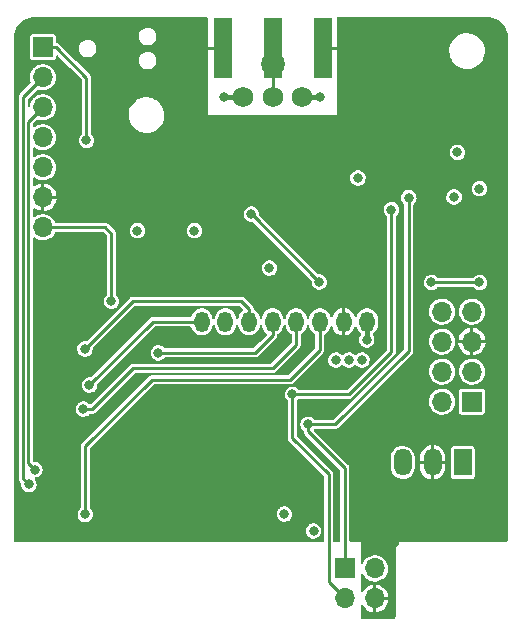
<source format=gbl>
G04 #@! TF.GenerationSoftware,KiCad,Pcbnew,(6.0.1-0)*
G04 #@! TF.CreationDate,2022-03-21T19:15:46+01:00*
G04 #@! TF.ProjectId,ithowifi_4l,6974686f-7769-4666-995f-346c2e6b6963,rev?*
G04 #@! TF.SameCoordinates,Original*
G04 #@! TF.FileFunction,Copper,L4,Bot*
G04 #@! TF.FilePolarity,Positive*
%FSLAX46Y46*%
G04 Gerber Fmt 4.6, Leading zero omitted, Abs format (unit mm)*
G04 Created by KiCad (PCBNEW (6.0.1-0)) date 2022-03-21 19:15:46*
%MOMM*%
%LPD*%
G01*
G04 APERTURE LIST*
G04 #@! TA.AperFunction,ComponentPad*
%ADD10R,1.500000X2.300000*%
G04 #@! TD*
G04 #@! TA.AperFunction,ComponentPad*
%ADD11O,1.500000X2.300000*%
G04 #@! TD*
G04 #@! TA.AperFunction,ComponentPad*
%ADD12R,1.700000X1.700000*%
G04 #@! TD*
G04 #@! TA.AperFunction,ComponentPad*
%ADD13O,1.700000X1.700000*%
G04 #@! TD*
G04 #@! TA.AperFunction,ComponentPad*
%ADD14C,2.000000*%
G04 #@! TD*
G04 #@! TA.AperFunction,SMDPad,CuDef*
%ADD15R,1.500000X5.080000*%
G04 #@! TD*
G04 #@! TA.AperFunction,SMDPad,CuDef*
%ADD16O,1.300000X1.750000*%
G04 #@! TD*
G04 #@! TA.AperFunction,SMDPad,CuDef*
%ADD17C,1.750000*%
G04 #@! TD*
G04 #@! TA.AperFunction,ViaPad*
%ADD18C,0.800000*%
G04 #@! TD*
G04 #@! TA.AperFunction,Conductor*
%ADD19C,0.406400*%
G04 #@! TD*
G04 #@! TA.AperFunction,Conductor*
%ADD20C,0.250000*%
G04 #@! TD*
G04 #@! TA.AperFunction,Conductor*
%ADD21C,0.254000*%
G04 #@! TD*
G04 #@! TA.AperFunction,Conductor*
%ADD22C,0.293370*%
G04 #@! TD*
G04 APERTURE END LIST*
D10*
X121259600Y-142951200D03*
D11*
X118719600Y-142951200D03*
X116179600Y-142951200D03*
D12*
X85725000Y-107797600D03*
D13*
X85725000Y-110337600D03*
X85725000Y-112877600D03*
X85725000Y-115417600D03*
X85725000Y-117957600D03*
X85725000Y-120497600D03*
X85725000Y-123037600D03*
D12*
X111292000Y-151928000D03*
D13*
X113832000Y-151928000D03*
X111292000Y-154468000D03*
X113832000Y-154468000D03*
D14*
X105182180Y-109251460D03*
D12*
X122047000Y-137795000D03*
D13*
X119507000Y-137795000D03*
X122047000Y-135255000D03*
X119507000Y-135255000D03*
X122047000Y-132715000D03*
X119507000Y-132715000D03*
X122047000Y-130175000D03*
X119507000Y-130175000D03*
D15*
X105181400Y-107848400D03*
X100931400Y-107848400D03*
X109431400Y-107848400D03*
D16*
X113172000Y-131039000D03*
X111172000Y-131039000D03*
X109172000Y-131039000D03*
X107172000Y-131039000D03*
X105172000Y-131039000D03*
X103172000Y-131039000D03*
X101172000Y-131039000D03*
X99172000Y-131039000D03*
D17*
X102672000Y-112039000D03*
X105172000Y-112039000D03*
X107672000Y-112039000D03*
D18*
X109220000Y-112014000D03*
X99187000Y-107442000D03*
X99187000Y-105918000D03*
X101092000Y-112014000D03*
X99187000Y-110871000D03*
X99187000Y-112522000D03*
X99187000Y-109093000D03*
X111125000Y-110871000D03*
X111125000Y-114173000D03*
X111125000Y-112522000D03*
X105918000Y-114173000D03*
X109220000Y-114173000D03*
X102489000Y-114173000D03*
X104140000Y-114173000D03*
X100965000Y-114173000D03*
X107569000Y-114173000D03*
X99187000Y-114173000D03*
X102432000Y-138568000D03*
X112032000Y-139368000D03*
X111632000Y-124168000D03*
X112732000Y-124168000D03*
X110532000Y-124168000D03*
X86741000Y-128270000D03*
X111125000Y-105918000D03*
X111125000Y-107442000D03*
X111125000Y-109093000D03*
X101727000Y-132715000D03*
X96647000Y-139750800D03*
X106172000Y-148590000D03*
X89154000Y-148590000D03*
X96647000Y-142798800D03*
X98171000Y-142798800D03*
X95148400Y-142798800D03*
X96647000Y-141274800D03*
X95148400Y-141274800D03*
X95148400Y-139750800D03*
X98171000Y-139750800D03*
X98171000Y-141274800D03*
X122682000Y-127698500D03*
X118618000Y-127698500D03*
X106172000Y-147320000D03*
X111632000Y-134268000D03*
X112732000Y-134268000D03*
X110532000Y-134268000D03*
X122682000Y-119761000D03*
X108631500Y-148751000D03*
X112395000Y-118872000D03*
X98552000Y-123317000D03*
X93726000Y-123317000D03*
X104902000Y-126492000D03*
X113132002Y-132568000D03*
X120813090Y-116686900D03*
X120532000Y-120468000D03*
X89407998Y-115671600D03*
X89309400Y-147345400D03*
X95504000Y-133668000D03*
X89154000Y-138430000D03*
X89662000Y-136397998D03*
X89281000Y-133350000D03*
X85039200Y-143560804D03*
X84531209Y-144805391D03*
X106849400Y-137185400D03*
X115232000Y-121538998D03*
X108174600Y-139725400D03*
X116697000Y-120539000D03*
X103378008Y-121920000D03*
X109132000Y-127668006D03*
X91524600Y-129294600D03*
D19*
X101117000Y-112039000D02*
X101092000Y-112014000D01*
D20*
X109431400Y-107848400D02*
X110718600Y-107848400D01*
X100931400Y-107848400D02*
X99593400Y-107848400D01*
X110718600Y-107848400D02*
X111125000Y-107442000D01*
D19*
X107672000Y-112039000D02*
X109195000Y-112039000D01*
D20*
X99593400Y-107848400D02*
X99187000Y-107442000D01*
D19*
X102672000Y-112039000D02*
X101117000Y-112039000D01*
X109195000Y-112039000D02*
X109220000Y-112014000D01*
D21*
X122682000Y-127698500D02*
X118618000Y-127698500D01*
D19*
X113172000Y-132528002D02*
X113132002Y-132568000D01*
X113172000Y-131039000D02*
X113172000Y-132528002D01*
D21*
X86829000Y-107797600D02*
X89407998Y-110376598D01*
X89407998Y-110376598D02*
X89407998Y-115671600D01*
X85725000Y-107797600D02*
X86829000Y-107797600D01*
X109172000Y-131039000D02*
X109172000Y-133398000D01*
X94918000Y-135968000D02*
X89309400Y-141576600D01*
X106602000Y-135968000D02*
X94918000Y-135968000D01*
X109172000Y-133398000D02*
X106602000Y-135968000D01*
X89309400Y-141576600D02*
X89309400Y-147345400D01*
X105172000Y-132168000D02*
X103672000Y-133668000D01*
X105172000Y-131039000D02*
X105172000Y-132168000D01*
X103672000Y-133668000D02*
X95504000Y-133668000D01*
X107172000Y-131039000D02*
X107172000Y-132985000D01*
X93378000Y-134968000D02*
X89916000Y-138430000D01*
X107172000Y-132985000D02*
X105189000Y-134968000D01*
X105189000Y-134968000D02*
X93378000Y-134968000D01*
X89916000Y-138430000D02*
X89154000Y-138430000D01*
X99172000Y-131039000D02*
X95020998Y-131039000D01*
X95020998Y-131039000D02*
X89662000Y-136397998D01*
X103172000Y-131039000D02*
X103172000Y-129932500D01*
X102525500Y-129286000D02*
X93345000Y-129286000D01*
X103172000Y-129932500D02*
X102525500Y-129286000D01*
X93345000Y-129286000D02*
X89281000Y-133350000D01*
D20*
X84498611Y-114103989D02*
X84498611Y-143020215D01*
X85725000Y-112877600D02*
X84498611Y-114103989D01*
X85039200Y-143560804D02*
X84498611Y-143020215D01*
X85725000Y-110337600D02*
X84048600Y-112014000D01*
X84048600Y-144322782D02*
X84531209Y-144805391D01*
X84048600Y-112014000D02*
X84048600Y-144322782D01*
D21*
X109932000Y-153108000D02*
X109932000Y-143968000D01*
X106849400Y-137185400D02*
X111614600Y-137185400D01*
X111614600Y-137185400D02*
X115232000Y-133568000D01*
X109932000Y-143968000D02*
X106849400Y-140885400D01*
X106849400Y-140885400D02*
X106849400Y-137185400D01*
X115232000Y-133568000D02*
X115232000Y-121538998D01*
X111292000Y-154468000D02*
X109932000Y-153108000D01*
X111292000Y-143428000D02*
X108174600Y-140310600D01*
X108174600Y-140310600D02*
X108174600Y-139725400D01*
X116697000Y-133503000D02*
X110474600Y-139725400D01*
X116697000Y-120539000D02*
X116697000Y-133503000D01*
X110474600Y-139725400D02*
X108174600Y-139725400D01*
X111292000Y-151928000D02*
X111292000Y-143428000D01*
X109132000Y-127668006D02*
X103383994Y-121920000D01*
X103383994Y-121920000D02*
X103378008Y-121920000D01*
D20*
X91524600Y-123579600D02*
X91524600Y-129294600D01*
X90982600Y-123037600D02*
X91524600Y-123579600D01*
X85725000Y-123037600D02*
X90982600Y-123037600D01*
D22*
X105172000Y-107857800D02*
X105181400Y-107848400D01*
X105172000Y-112039000D02*
X105172000Y-107857800D01*
G04 #@! TA.AperFunction,Conductor*
G36*
X99653531Y-105241213D02*
G01*
X99690076Y-105291513D01*
X99695000Y-105322600D01*
X99695000Y-113538000D01*
X110617000Y-113538000D01*
X110617000Y-108172677D01*
X120121524Y-108172677D01*
X120121989Y-108176695D01*
X120121989Y-108176698D01*
X120147685Y-108398774D01*
X120149351Y-108413176D01*
X120194631Y-108573194D01*
X120211856Y-108634063D01*
X120215271Y-108646133D01*
X120317589Y-108865553D01*
X120328652Y-108881831D01*
X120355172Y-108920854D01*
X120354824Y-108921091D01*
X120355925Y-108922303D01*
X120355935Y-108922321D01*
X120358393Y-108925595D01*
X120358445Y-108925672D01*
X120358935Y-108926450D01*
X120359734Y-108927568D01*
X120451393Y-109062442D01*
X120451397Y-109062447D01*
X120453671Y-109065793D01*
X120456454Y-109068735D01*
X120456454Y-109068736D01*
X120502137Y-109117044D01*
X120501758Y-109117403D01*
X120503303Y-109118597D01*
X120504083Y-109119636D01*
X120507066Y-109122487D01*
X120507495Y-109122897D01*
X120511067Y-109126488D01*
X120620018Y-109241699D01*
X120664563Y-109275756D01*
X120676410Y-109284814D01*
X120678608Y-109286544D01*
X120679489Y-109287257D01*
X120682468Y-109290104D01*
X120688221Y-109294028D01*
X120692611Y-109297200D01*
X120812348Y-109388747D01*
X120815904Y-109390654D01*
X120815906Y-109390655D01*
X120876442Y-109423114D01*
X120879274Y-109424832D01*
X120879301Y-109424784D01*
X120882889Y-109426822D01*
X120886300Y-109429149D01*
X120890044Y-109430887D01*
X120894092Y-109432766D01*
X120899269Y-109435354D01*
X120940734Y-109457587D01*
X121025715Y-109503153D01*
X121029542Y-109504471D01*
X121029545Y-109504472D01*
X121098318Y-109528152D01*
X121103599Y-109530280D01*
X121106352Y-109531293D01*
X121110104Y-109533035D01*
X121114084Y-109534139D01*
X121114090Y-109534141D01*
X121119452Y-109535628D01*
X121125316Y-109537449D01*
X121222796Y-109571014D01*
X121254629Y-109581975D01*
X121258606Y-109582662D01*
X121258610Y-109582663D01*
X121296423Y-109589194D01*
X121334397Y-109595753D01*
X121343472Y-109597790D01*
X121343888Y-109597869D01*
X121347871Y-109598974D01*
X121357944Y-109600051D01*
X121358209Y-109600079D01*
X121364635Y-109600977D01*
X121490079Y-109622644D01*
X121493200Y-109623183D01*
X121496359Y-109623326D01*
X121496364Y-109623327D01*
X121508707Y-109623887D01*
X121522203Y-109624500D01*
X121690841Y-109624500D01*
X121871324Y-109609979D01*
X122106439Y-109552229D01*
X122329297Y-109457631D01*
X122518023Y-109338784D01*
X122530743Y-109330774D01*
X122530746Y-109330772D01*
X122534163Y-109328620D01*
X122571014Y-109296132D01*
X122632756Y-109241699D01*
X122715768Y-109168514D01*
X122742540Y-109135922D01*
X122866871Y-108984558D01*
X122869439Y-108981432D01*
X122882947Y-108958224D01*
X122953740Y-108836588D01*
X122991222Y-108772188D01*
X123077984Y-108546165D01*
X123127493Y-108309177D01*
X123128222Y-108293140D01*
X123138292Y-108071368D01*
X123138476Y-108067323D01*
X123138011Y-108063302D01*
X123111114Y-107830840D01*
X123111113Y-107830836D01*
X123110649Y-107826824D01*
X123044729Y-107593867D01*
X122952244Y-107395534D01*
X122944122Y-107378116D01*
X122944121Y-107378115D01*
X122942411Y-107374447D01*
X122904828Y-107319146D01*
X122905176Y-107318909D01*
X122904075Y-107317697D01*
X122904065Y-107317679D01*
X122901607Y-107314405D01*
X122901555Y-107314328D01*
X122901065Y-107313550D01*
X122900266Y-107312432D01*
X122808607Y-107177558D01*
X122808603Y-107177553D01*
X122806329Y-107174207D01*
X122784951Y-107151600D01*
X122757863Y-107122956D01*
X122758242Y-107122597D01*
X122756697Y-107121403D01*
X122755917Y-107120364D01*
X122752504Y-107117102D01*
X122748927Y-107113506D01*
X122734775Y-107098541D01*
X122639982Y-106998301D01*
X122583581Y-106955179D01*
X122581392Y-106953456D01*
X122580511Y-106952743D01*
X122577532Y-106949896D01*
X122571779Y-106945972D01*
X122567384Y-106942796D01*
X122558609Y-106936087D01*
X122447652Y-106851253D01*
X122435200Y-106844576D01*
X122383558Y-106816886D01*
X122380726Y-106815168D01*
X122380699Y-106815216D01*
X122377111Y-106813178D01*
X122373700Y-106810851D01*
X122365905Y-106807233D01*
X122360731Y-106804646D01*
X122237853Y-106738760D01*
X122237852Y-106738759D01*
X122234285Y-106736847D01*
X122230458Y-106735529D01*
X122230455Y-106735528D01*
X122161682Y-106711848D01*
X122156401Y-106709720D01*
X122153648Y-106708707D01*
X122149896Y-106706965D01*
X122145916Y-106705861D01*
X122145910Y-106705859D01*
X122140548Y-106704372D01*
X122134684Y-106702551D01*
X122009190Y-106659340D01*
X122005371Y-106658025D01*
X122001394Y-106657338D01*
X122001390Y-106657337D01*
X121955698Y-106649445D01*
X121925603Y-106644247D01*
X121916528Y-106642210D01*
X121916112Y-106642131D01*
X121912129Y-106641026D01*
X121901792Y-106639921D01*
X121895365Y-106639023D01*
X121769921Y-106617356D01*
X121769920Y-106617356D01*
X121766800Y-106616817D01*
X121763641Y-106616674D01*
X121763636Y-106616673D01*
X121751293Y-106616113D01*
X121737797Y-106615500D01*
X121569159Y-106615500D01*
X121388676Y-106630021D01*
X121153561Y-106687771D01*
X120930703Y-106782369D01*
X120927286Y-106784521D01*
X120810578Y-106858016D01*
X120725837Y-106911380D01*
X120544232Y-107071486D01*
X120390561Y-107258568D01*
X120388528Y-107262062D01*
X120388526Y-107262064D01*
X120355442Y-107318909D01*
X120268778Y-107467812D01*
X120182016Y-107693835D01*
X120132507Y-107930823D01*
X120132324Y-107934858D01*
X120132323Y-107934864D01*
X120126491Y-108063302D01*
X120121524Y-108172677D01*
X110617000Y-108172677D01*
X110617000Y-105322600D01*
X110636213Y-105263469D01*
X110686513Y-105226924D01*
X110717600Y-105222000D01*
X123297076Y-105222000D01*
X123316701Y-105223933D01*
X123332000Y-105226976D01*
X123341718Y-105225043D01*
X123351626Y-105225043D01*
X123351626Y-105225051D01*
X123363913Y-105224283D01*
X123573308Y-105239259D01*
X123587515Y-105241302D01*
X123816876Y-105291196D01*
X123830648Y-105295240D01*
X124050574Y-105377268D01*
X124063627Y-105383229D01*
X124269655Y-105495729D01*
X124281717Y-105503482D01*
X124469623Y-105644146D01*
X124480471Y-105653545D01*
X124646455Y-105819529D01*
X124655854Y-105830377D01*
X124796516Y-106018279D01*
X124804271Y-106030345D01*
X124904340Y-106213606D01*
X124916770Y-106236370D01*
X124922732Y-106249426D01*
X125004760Y-106469352D01*
X125008804Y-106483124D01*
X125058698Y-106712485D01*
X125060741Y-106726692D01*
X125075717Y-106936087D01*
X125074949Y-106948374D01*
X125074957Y-106948374D01*
X125074957Y-106958282D01*
X125073024Y-106968000D01*
X125074957Y-106977718D01*
X125076067Y-106983299D01*
X125078000Y-107002924D01*
X125078000Y-149433075D01*
X125076067Y-149452701D01*
X125073024Y-149467999D01*
X125074957Y-149477718D01*
X125074957Y-149479291D01*
X125073718Y-149495029D01*
X125068451Y-149528283D01*
X125058725Y-149558216D01*
X125038252Y-149598397D01*
X125019752Y-149623861D01*
X125005078Y-149638535D01*
X124949680Y-149666761D01*
X124933943Y-149668000D01*
X115832000Y-149668000D01*
X115832000Y-149855540D01*
X115812787Y-149914671D01*
X115802532Y-149926678D01*
X115800086Y-149929124D01*
X115796262Y-149932262D01*
X115702039Y-150047073D01*
X115632025Y-150178061D01*
X115588910Y-150320190D01*
X115588426Y-150325106D01*
X115588425Y-150325110D01*
X115576139Y-150449862D01*
X115574958Y-150457823D01*
X115574958Y-150458278D01*
X115573024Y-150467999D01*
X115574957Y-150477717D01*
X115574957Y-150477719D01*
X115576067Y-150483298D01*
X115578000Y-150502923D01*
X115578000Y-155933075D01*
X115576067Y-155952701D01*
X115573024Y-155967999D01*
X115574957Y-155977718D01*
X115574957Y-155979291D01*
X115573718Y-155995029D01*
X115568451Y-156028283D01*
X115558725Y-156058216D01*
X115538252Y-156098397D01*
X115519752Y-156123861D01*
X115487861Y-156155752D01*
X115462397Y-156174252D01*
X115422216Y-156194725D01*
X115392283Y-156204451D01*
X115359029Y-156209718D01*
X115343291Y-156210957D01*
X115341718Y-156210957D01*
X115331999Y-156209024D01*
X115322281Y-156210957D01*
X115316701Y-156212067D01*
X115297075Y-156214000D01*
X112732600Y-156214000D01*
X112673469Y-156194787D01*
X112636924Y-156144487D01*
X112632000Y-156113400D01*
X112632000Y-155082028D01*
X112651213Y-155022897D01*
X112701513Y-154986352D01*
X112763687Y-154986352D01*
X112813987Y-155022897D01*
X112823959Y-155039911D01*
X112825700Y-155043687D01*
X112830289Y-155051635D01*
X112947456Y-155217424D01*
X112953428Y-155224416D01*
X113098846Y-155366077D01*
X113105982Y-155371855D01*
X113274782Y-155484644D01*
X113282857Y-155489027D01*
X113469379Y-155569164D01*
X113478118Y-155572003D01*
X113676123Y-155616807D01*
X113685233Y-155618006D01*
X113689079Y-155618157D01*
X113702124Y-155614478D01*
X113704779Y-155611110D01*
X113705000Y-155609873D01*
X113705000Y-155600611D01*
X113959000Y-155600611D01*
X113963188Y-155613501D01*
X113964378Y-155614365D01*
X113970453Y-155614883D01*
X114098176Y-155596364D01*
X114107103Y-155594221D01*
X114299349Y-155528963D01*
X114307733Y-155525230D01*
X114484865Y-155426031D01*
X114492433Y-155420830D01*
X114648518Y-155291015D01*
X114655015Y-155284518D01*
X114784830Y-155128433D01*
X114790031Y-155120865D01*
X114889230Y-154943733D01*
X114892963Y-154935349D01*
X114958221Y-154743103D01*
X114960364Y-154734176D01*
X114978258Y-154610768D01*
X114975963Y-154597411D01*
X114974909Y-154596385D01*
X114968969Y-154595000D01*
X113974933Y-154595000D01*
X113962043Y-154599188D01*
X113959000Y-154603377D01*
X113959000Y-155600611D01*
X113705000Y-155600611D01*
X113705000Y-154325067D01*
X113959000Y-154325067D01*
X113963188Y-154337957D01*
X113967377Y-154341000D01*
X114964144Y-154341000D01*
X114977034Y-154336812D01*
X114978729Y-154334479D01*
X114979140Y-154330801D01*
X114972749Y-154261241D01*
X114971076Y-154252219D01*
X114915968Y-154056821D01*
X114912677Y-154048247D01*
X114822886Y-153866168D01*
X114818091Y-153858343D01*
X114696618Y-153695672D01*
X114690473Y-153688847D01*
X114541397Y-153551043D01*
X114534108Y-153545449D01*
X114362415Y-153437120D01*
X114354228Y-153432948D01*
X114165668Y-153357720D01*
X114156867Y-153355113D01*
X113974628Y-153318863D01*
X113961168Y-153320456D01*
X113961134Y-153320487D01*
X113959000Y-153328665D01*
X113959000Y-154325067D01*
X113705000Y-154325067D01*
X113705000Y-153333948D01*
X113700812Y-153321058D01*
X113700197Y-153320611D01*
X113692937Y-153320088D01*
X113536380Y-153346989D01*
X113527508Y-153349366D01*
X113337047Y-153419631D01*
X113328748Y-153423590D01*
X113154282Y-153527386D01*
X113146850Y-153532786D01*
X112994216Y-153666642D01*
X112987895Y-153673303D01*
X112862208Y-153832737D01*
X112857208Y-153840436D01*
X112821630Y-153908058D01*
X112777094Y-153951443D01*
X112715563Y-153960364D01*
X112660540Y-153931415D01*
X112633041Y-153875652D01*
X112632000Y-153861217D01*
X112632000Y-152421875D01*
X112651213Y-152362744D01*
X112701513Y-152326199D01*
X112763687Y-152326199D01*
X112813987Y-152362744D01*
X112823958Y-152379757D01*
X112871377Y-152482616D01*
X112988533Y-152648389D01*
X113133938Y-152790035D01*
X113137774Y-152792598D01*
X113137775Y-152792599D01*
X113207517Y-152839199D01*
X113302720Y-152902812D01*
X113306956Y-152904632D01*
X113306958Y-152904633D01*
X113439283Y-152961484D01*
X113489228Y-152982942D01*
X113587161Y-153005102D01*
X113682716Y-153026724D01*
X113682719Y-153026724D01*
X113687216Y-153027742D01*
X113788635Y-153031727D01*
X113885444Y-153035531D01*
X113885445Y-153035531D01*
X113890053Y-153035712D01*
X113894610Y-153035051D01*
X113894615Y-153035051D01*
X113990499Y-153021148D01*
X114090945Y-153006584D01*
X114283165Y-152941334D01*
X114460276Y-152842147D01*
X114507265Y-152803067D01*
X114612798Y-152715295D01*
X114616345Y-152712345D01*
X114627737Y-152698648D01*
X114743199Y-152559821D01*
X114743201Y-152559818D01*
X114746147Y-152556276D01*
X114845334Y-152379165D01*
X114910584Y-152186945D01*
X114939712Y-151986053D01*
X114941232Y-151928000D01*
X114922658Y-151725859D01*
X114867557Y-151530487D01*
X114777776Y-151348428D01*
X114656320Y-151185779D01*
X114507258Y-151047987D01*
X114503362Y-151045529D01*
X114503357Y-151045525D01*
X114397443Y-150978699D01*
X114335581Y-150939667D01*
X114147039Y-150864446D01*
X113947946Y-150824844D01*
X113845351Y-150823501D01*
X113749585Y-150822247D01*
X113749581Y-150822247D01*
X113744971Y-150822187D01*
X113544910Y-150856564D01*
X113540588Y-150858158D01*
X113540586Y-150858159D01*
X113358791Y-150925227D01*
X113358788Y-150925228D01*
X113354463Y-150926824D01*
X113180010Y-151030612D01*
X113176544Y-151033651D01*
X113176542Y-151033653D01*
X113030859Y-151161414D01*
X113030856Y-151161417D01*
X113027392Y-151164455D01*
X112901720Y-151323869D01*
X112899574Y-151327948D01*
X112821630Y-151476094D01*
X112777094Y-151519479D01*
X112715563Y-151528400D01*
X112660540Y-151499451D01*
X112633041Y-151443688D01*
X112632000Y-151429253D01*
X112632000Y-149668000D01*
X111774100Y-149668000D01*
X111714969Y-149648787D01*
X111678424Y-149598487D01*
X111673500Y-149567400D01*
X111673500Y-143479433D01*
X111675754Y-143458259D01*
X111676596Y-143454350D01*
X111676596Y-143454342D01*
X111678345Y-143446220D01*
X111674197Y-143411173D01*
X111673728Y-143403209D01*
X111673644Y-143402197D01*
X115175100Y-143402197D01*
X115175357Y-143404726D01*
X115175357Y-143404728D01*
X115175456Y-143405700D01*
X115190542Y-143554224D01*
X115251567Y-143748955D01*
X115254033Y-143753404D01*
X115254034Y-143753406D01*
X115307159Y-143849245D01*
X115350502Y-143927438D01*
X115483305Y-144082382D01*
X115487335Y-144085508D01*
X115623054Y-144190782D01*
X115644551Y-144207457D01*
X115827654Y-144297555D01*
X116025133Y-144348994D01*
X116030218Y-144349261D01*
X116030221Y-144349261D01*
X116134669Y-144354735D01*
X116228923Y-144359675D01*
X116430697Y-144329159D01*
X116435482Y-144327399D01*
X116435484Y-144327398D01*
X116617432Y-144260454D01*
X116617434Y-144260453D01*
X116622215Y-144258694D01*
X116626543Y-144256010D01*
X116626546Y-144256009D01*
X116791318Y-144153846D01*
X116791321Y-144153844D01*
X116795651Y-144151159D01*
X116943923Y-144010946D01*
X116989612Y-143945695D01*
X117058053Y-143847951D01*
X117058054Y-143847950D01*
X117060972Y-143843782D01*
X117142018Y-143656497D01*
X117179008Y-143479433D01*
X117182959Y-143460523D01*
X117182959Y-143460519D01*
X117183749Y-143456740D01*
X117184100Y-143450042D01*
X117184100Y-143400795D01*
X117664800Y-143400795D01*
X117665040Y-143405700D01*
X117679402Y-143552171D01*
X117681305Y-143561785D01*
X117738246Y-143750383D01*
X117741981Y-143759444D01*
X117834476Y-143933403D01*
X117839892Y-143941554D01*
X117964412Y-144094230D01*
X117971313Y-144101180D01*
X118123121Y-144226767D01*
X118131233Y-144232238D01*
X118304542Y-144325945D01*
X118313573Y-144329742D01*
X118501780Y-144388002D01*
X118511367Y-144389970D01*
X118576753Y-144396842D01*
X118590012Y-144394024D01*
X118591705Y-144392144D01*
X118592600Y-144387934D01*
X118592600Y-144382914D01*
X118846600Y-144382914D01*
X118850788Y-144395804D01*
X118853141Y-144397513D01*
X118856777Y-144397921D01*
X118913307Y-144392776D01*
X118922926Y-144390941D01*
X119111928Y-144335315D01*
X119121005Y-144331648D01*
X119295599Y-144240372D01*
X119303805Y-144235002D01*
X119457339Y-144111557D01*
X119464338Y-144104704D01*
X119590978Y-143953780D01*
X119596513Y-143945695D01*
X119691425Y-143773051D01*
X119695281Y-143764056D01*
X119754855Y-143576256D01*
X119756892Y-143566675D01*
X119774087Y-143413375D01*
X119774400Y-143407776D01*
X119774400Y-143094133D01*
X119770212Y-143081243D01*
X119766023Y-143078200D01*
X118862533Y-143078200D01*
X118849643Y-143082388D01*
X118846600Y-143086577D01*
X118846600Y-144382914D01*
X118592600Y-144382914D01*
X118592600Y-143094133D01*
X118588412Y-143081243D01*
X118584223Y-143078200D01*
X117680733Y-143078200D01*
X117667843Y-143082388D01*
X117664800Y-143086577D01*
X117664800Y-143400795D01*
X117184100Y-143400795D01*
X117184100Y-142808267D01*
X117664800Y-142808267D01*
X117668988Y-142821157D01*
X117673177Y-142824200D01*
X118576667Y-142824200D01*
X118589557Y-142820012D01*
X118592600Y-142815823D01*
X118592600Y-142808267D01*
X118846600Y-142808267D01*
X118850788Y-142821157D01*
X118854977Y-142824200D01*
X119758467Y-142824200D01*
X119771357Y-142820012D01*
X119774400Y-142815823D01*
X119774400Y-142501605D01*
X119774160Y-142496700D01*
X119759798Y-142350229D01*
X119757895Y-142340615D01*
X119700954Y-142152017D01*
X119697219Y-142142956D01*
X119604724Y-141968997D01*
X119599308Y-141960846D01*
X119474788Y-141808170D01*
X119467887Y-141801220D01*
X119437562Y-141776133D01*
X120255100Y-141776133D01*
X120255101Y-144126266D01*
X120260587Y-144153846D01*
X120267753Y-144189875D01*
X120269866Y-144200501D01*
X120275369Y-144208736D01*
X120275369Y-144208737D01*
X120317351Y-144271566D01*
X120326116Y-144284684D01*
X120334353Y-144290188D01*
X120342011Y-144295305D01*
X120410299Y-144340934D01*
X120450820Y-144348994D01*
X120479681Y-144354735D01*
X120479682Y-144354735D01*
X120484533Y-144355700D01*
X120489480Y-144355700D01*
X121260305Y-144355699D01*
X122034666Y-144355699D01*
X122086543Y-144345381D01*
X122099184Y-144342867D01*
X122099186Y-144342866D01*
X122108901Y-144340934D01*
X122117311Y-144335315D01*
X122184847Y-144290188D01*
X122193084Y-144284684D01*
X122249334Y-144200501D01*
X122264100Y-144126267D01*
X122264099Y-141776134D01*
X122257042Y-141740652D01*
X122251267Y-141711616D01*
X122251266Y-141711614D01*
X122249334Y-141701899D01*
X122243830Y-141693661D01*
X122198588Y-141625953D01*
X122193084Y-141617716D01*
X122108901Y-141561466D01*
X122060361Y-141551811D01*
X122039519Y-141547665D01*
X122039518Y-141547665D01*
X122034667Y-141546700D01*
X122029720Y-141546700D01*
X121258895Y-141546701D01*
X120484534Y-141546701D01*
X120452165Y-141553139D01*
X120420016Y-141559533D01*
X120420014Y-141559534D01*
X120410299Y-141561466D01*
X120402064Y-141566969D01*
X120402063Y-141566969D01*
X120342011Y-141607095D01*
X120326116Y-141617716D01*
X120269866Y-141701899D01*
X120255100Y-141776133D01*
X119437562Y-141776133D01*
X119316079Y-141675633D01*
X119307967Y-141670162D01*
X119134658Y-141576455D01*
X119125627Y-141572658D01*
X118937420Y-141514398D01*
X118927833Y-141512430D01*
X118862447Y-141505558D01*
X118849188Y-141508376D01*
X118847495Y-141510256D01*
X118846600Y-141514466D01*
X118846600Y-142808267D01*
X118592600Y-142808267D01*
X118592600Y-141519486D01*
X118588412Y-141506596D01*
X118586059Y-141504887D01*
X118582423Y-141504479D01*
X118525893Y-141509624D01*
X118516274Y-141511459D01*
X118327272Y-141567085D01*
X118318195Y-141570752D01*
X118143601Y-141662028D01*
X118135395Y-141667398D01*
X117981861Y-141790843D01*
X117974862Y-141797696D01*
X117848222Y-141948620D01*
X117842687Y-141956705D01*
X117747775Y-142129349D01*
X117743919Y-142138344D01*
X117684345Y-142326144D01*
X117682308Y-142335725D01*
X117665113Y-142489025D01*
X117664800Y-142494624D01*
X117664800Y-142808267D01*
X117184100Y-142808267D01*
X117184100Y-142500203D01*
X117168658Y-142348176D01*
X117107633Y-142153445D01*
X117099263Y-142138344D01*
X117011169Y-141979420D01*
X117008698Y-141974962D01*
X116875895Y-141820018D01*
X116765803Y-141734622D01*
X116718678Y-141698068D01*
X116718677Y-141698067D01*
X116714649Y-141694943D01*
X116531546Y-141604845D01*
X116334067Y-141553406D01*
X116328982Y-141553139D01*
X116328979Y-141553139D01*
X116213814Y-141547103D01*
X116130277Y-141542725D01*
X115928503Y-141573241D01*
X115923718Y-141575001D01*
X115923716Y-141575002D01*
X115741768Y-141641946D01*
X115741766Y-141641947D01*
X115736985Y-141643706D01*
X115732657Y-141646390D01*
X115732654Y-141646391D01*
X115567882Y-141748554D01*
X115567879Y-141748556D01*
X115563549Y-141751241D01*
X115415277Y-141891454D01*
X115298228Y-142058618D01*
X115217182Y-142245903D01*
X115175451Y-142445660D01*
X115175100Y-142452358D01*
X115175100Y-143402197D01*
X111673644Y-143402197D01*
X111673500Y-143400451D01*
X111673500Y-143396308D01*
X111672820Y-143392220D01*
X111672819Y-143392213D01*
X111670213Y-143376555D01*
X111669545Y-143371865D01*
X111664394Y-143328349D01*
X111663417Y-143320092D01*
X111660053Y-143313086D01*
X111659198Y-143310385D01*
X111657922Y-143302717D01*
X111653975Y-143295402D01*
X111653974Y-143295399D01*
X111633169Y-143256842D01*
X111631016Y-143252618D01*
X111608440Y-143205602D01*
X111604830Y-143201308D01*
X111603285Y-143199763D01*
X111602464Y-143198868D01*
X111600867Y-143196976D01*
X111597612Y-143190943D01*
X111591506Y-143185299D01*
X111591504Y-143185296D01*
X111557448Y-143153816D01*
X111554600Y-143151078D01*
X108684924Y-140281401D01*
X108656698Y-140226003D01*
X108666424Y-140164595D01*
X108674355Y-140151573D01*
X108676342Y-140148807D01*
X108726445Y-140111992D01*
X108758046Y-140106900D01*
X110423167Y-140106900D01*
X110444339Y-140109153D01*
X110448254Y-140109996D01*
X110448256Y-140109996D01*
X110456380Y-140111745D01*
X110491428Y-140107597D01*
X110499388Y-140107128D01*
X110502147Y-140106900D01*
X110506292Y-140106900D01*
X110510380Y-140106220D01*
X110510387Y-140106219D01*
X110526033Y-140103615D01*
X110530724Y-140102947D01*
X110574254Y-140097795D01*
X110574255Y-140097795D01*
X110582507Y-140096818D01*
X110589516Y-140093452D01*
X110592217Y-140092598D01*
X110599883Y-140091322D01*
X110645781Y-140066556D01*
X110649970Y-140064422D01*
X110664150Y-140057613D01*
X110691293Y-140044580D01*
X110691296Y-140044578D01*
X110696998Y-140041840D01*
X110701292Y-140038230D01*
X110702837Y-140036685D01*
X110703732Y-140035864D01*
X110705624Y-140034267D01*
X110711657Y-140031012D01*
X110748785Y-139990847D01*
X110751523Y-139987999D01*
X112973558Y-137765964D01*
X118398148Y-137765964D01*
X118411424Y-137968522D01*
X118412557Y-137972983D01*
X118434228Y-138058310D01*
X118461392Y-138165269D01*
X118546377Y-138349616D01*
X118663533Y-138515389D01*
X118808938Y-138657035D01*
X118812774Y-138659598D01*
X118812775Y-138659599D01*
X118864249Y-138693993D01*
X118977720Y-138769812D01*
X118981956Y-138771632D01*
X118981958Y-138771633D01*
X119159989Y-138848121D01*
X119164228Y-138849942D01*
X119212236Y-138860805D01*
X119357716Y-138893724D01*
X119357719Y-138893724D01*
X119362216Y-138894742D01*
X119458748Y-138898535D01*
X119560444Y-138902531D01*
X119560445Y-138902531D01*
X119565053Y-138902712D01*
X119569610Y-138902051D01*
X119569615Y-138902051D01*
X119675713Y-138886667D01*
X119765945Y-138873584D01*
X119958165Y-138808334D01*
X120135276Y-138709147D01*
X120151748Y-138695448D01*
X120287798Y-138582295D01*
X120291345Y-138579345D01*
X120302737Y-138565648D01*
X120418199Y-138426821D01*
X120418201Y-138426818D01*
X120421147Y-138423276D01*
X120520334Y-138246165D01*
X120585584Y-138053945D01*
X120614712Y-137853053D01*
X120616232Y-137795000D01*
X120609371Y-137720335D01*
X120598080Y-137597447D01*
X120598079Y-137597442D01*
X120597658Y-137592859D01*
X120542557Y-137397487D01*
X120452776Y-137215428D01*
X120331320Y-137052779D01*
X120192960Y-136924880D01*
X120942500Y-136924880D01*
X120942501Y-137795797D01*
X120942501Y-138670066D01*
X120946983Y-138692600D01*
X120953153Y-138723620D01*
X120957266Y-138744301D01*
X120962769Y-138752536D01*
X120962769Y-138752537D01*
X121002320Y-138811728D01*
X121013516Y-138828484D01*
X121097699Y-138884734D01*
X121142895Y-138893724D01*
X121167081Y-138898535D01*
X121167082Y-138898535D01*
X121171933Y-138899500D01*
X121176880Y-138899500D01*
X122047796Y-138899499D01*
X122922066Y-138899499D01*
X122957548Y-138892442D01*
X122986584Y-138886667D01*
X122986586Y-138886666D01*
X122996301Y-138884734D01*
X123016347Y-138871340D01*
X123072247Y-138833988D01*
X123080484Y-138828484D01*
X123091833Y-138811500D01*
X123102159Y-138796045D01*
X123136734Y-138744301D01*
X123151500Y-138670067D01*
X123151500Y-137795000D01*
X123151499Y-136924872D01*
X123151499Y-136919934D01*
X123142332Y-136873844D01*
X123138667Y-136855416D01*
X123138666Y-136855414D01*
X123136734Y-136845699D01*
X123131230Y-136837461D01*
X123085988Y-136769753D01*
X123080484Y-136761516D01*
X122996301Y-136705266D01*
X122947761Y-136695611D01*
X122926919Y-136691465D01*
X122926918Y-136691465D01*
X122922067Y-136690500D01*
X122917120Y-136690500D01*
X122046204Y-136690501D01*
X121171934Y-136690501D01*
X121137665Y-136697317D01*
X121107416Y-136703333D01*
X121107414Y-136703334D01*
X121097699Y-136705266D01*
X121089464Y-136710769D01*
X121089463Y-136710769D01*
X121024185Y-136754387D01*
X121013516Y-136761516D01*
X120957266Y-136845699D01*
X120955333Y-136855418D01*
X120943974Y-136912525D01*
X120942500Y-136919933D01*
X120942500Y-136924880D01*
X120192960Y-136924880D01*
X120182258Y-136914987D01*
X120178362Y-136912529D01*
X120178357Y-136912525D01*
X120087847Y-136855418D01*
X120010581Y-136806667D01*
X120003646Y-136803900D01*
X119867021Y-136749392D01*
X119822039Y-136731446D01*
X119622946Y-136691844D01*
X119520351Y-136690501D01*
X119424585Y-136689247D01*
X119424581Y-136689247D01*
X119419971Y-136689187D01*
X119219910Y-136723564D01*
X119215588Y-136725158D01*
X119215586Y-136725159D01*
X119033791Y-136792227D01*
X119033788Y-136792228D01*
X119029463Y-136793824D01*
X118855010Y-136897612D01*
X118851544Y-136900651D01*
X118851542Y-136900653D01*
X118705859Y-137028414D01*
X118705856Y-137028417D01*
X118702392Y-137031455D01*
X118699539Y-137035074D01*
X118699538Y-137035075D01*
X118686822Y-137051205D01*
X118576720Y-137190869D01*
X118482203Y-137370515D01*
X118480836Y-137374918D01*
X118441426Y-137501840D01*
X118422007Y-137564378D01*
X118398148Y-137765964D01*
X112973558Y-137765964D01*
X115513559Y-135225964D01*
X118398148Y-135225964D01*
X118411424Y-135428522D01*
X118412557Y-135432983D01*
X118450974Y-135584247D01*
X118461392Y-135625269D01*
X118546377Y-135809616D01*
X118663533Y-135975389D01*
X118808938Y-136117035D01*
X118977720Y-136229812D01*
X118981956Y-136231632D01*
X118981958Y-136231633D01*
X119159989Y-136308121D01*
X119164228Y-136309942D01*
X119252753Y-136329973D01*
X119357716Y-136353724D01*
X119357719Y-136353724D01*
X119362216Y-136354742D01*
X119463635Y-136358727D01*
X119560444Y-136362531D01*
X119560445Y-136362531D01*
X119565053Y-136362712D01*
X119569610Y-136362051D01*
X119569615Y-136362051D01*
X119665499Y-136348148D01*
X119765945Y-136333584D01*
X119958165Y-136268334D01*
X120135276Y-136169147D01*
X120197934Y-136117035D01*
X120287798Y-136042295D01*
X120291345Y-136039345D01*
X120302737Y-136025648D01*
X120418199Y-135886821D01*
X120418201Y-135886818D01*
X120421147Y-135883276D01*
X120520334Y-135706165D01*
X120585584Y-135513945D01*
X120614712Y-135313053D01*
X120614844Y-135308042D01*
X120616155Y-135257956D01*
X120616155Y-135257949D01*
X120616232Y-135255000D01*
X120613564Y-135225964D01*
X120938148Y-135225964D01*
X120951424Y-135428522D01*
X120952557Y-135432983D01*
X120990974Y-135584247D01*
X121001392Y-135625269D01*
X121086377Y-135809616D01*
X121203533Y-135975389D01*
X121348938Y-136117035D01*
X121517720Y-136229812D01*
X121521956Y-136231632D01*
X121521958Y-136231633D01*
X121699989Y-136308121D01*
X121704228Y-136309942D01*
X121792753Y-136329973D01*
X121897716Y-136353724D01*
X121897719Y-136353724D01*
X121902216Y-136354742D01*
X122003635Y-136358727D01*
X122100444Y-136362531D01*
X122100445Y-136362531D01*
X122105053Y-136362712D01*
X122109610Y-136362051D01*
X122109615Y-136362051D01*
X122205499Y-136348148D01*
X122305945Y-136333584D01*
X122498165Y-136268334D01*
X122675276Y-136169147D01*
X122737934Y-136117035D01*
X122827798Y-136042295D01*
X122831345Y-136039345D01*
X122842737Y-136025648D01*
X122958199Y-135886821D01*
X122958201Y-135886818D01*
X122961147Y-135883276D01*
X123060334Y-135706165D01*
X123125584Y-135513945D01*
X123154712Y-135313053D01*
X123154844Y-135308042D01*
X123156155Y-135257956D01*
X123156155Y-135257949D01*
X123156232Y-135255000D01*
X123137658Y-135052859D01*
X123082557Y-134857487D01*
X122992776Y-134675428D01*
X122871320Y-134512779D01*
X122722258Y-134374987D01*
X122718362Y-134372529D01*
X122718357Y-134372525D01*
X122580594Y-134285604D01*
X122550581Y-134266667D01*
X122362039Y-134191446D01*
X122162946Y-134151844D01*
X122061459Y-134150516D01*
X121964585Y-134149247D01*
X121964581Y-134149247D01*
X121959971Y-134149187D01*
X121759910Y-134183564D01*
X121755588Y-134185158D01*
X121755586Y-134185159D01*
X121573791Y-134252227D01*
X121573788Y-134252228D01*
X121569463Y-134253824D01*
X121565497Y-134256184D01*
X121565496Y-134256184D01*
X121545635Y-134268000D01*
X121395010Y-134357612D01*
X121391544Y-134360651D01*
X121391542Y-134360653D01*
X121245859Y-134488414D01*
X121245856Y-134488417D01*
X121242392Y-134491455D01*
X121116720Y-134650869D01*
X121022203Y-134830515D01*
X120962007Y-135024378D01*
X120938148Y-135225964D01*
X120613564Y-135225964D01*
X120597658Y-135052859D01*
X120542557Y-134857487D01*
X120452776Y-134675428D01*
X120331320Y-134512779D01*
X120182258Y-134374987D01*
X120178362Y-134372529D01*
X120178357Y-134372525D01*
X120040594Y-134285604D01*
X120010581Y-134266667D01*
X119822039Y-134191446D01*
X119622946Y-134151844D01*
X119521459Y-134150516D01*
X119424585Y-134149247D01*
X119424581Y-134149247D01*
X119419971Y-134149187D01*
X119219910Y-134183564D01*
X119215588Y-134185158D01*
X119215586Y-134185159D01*
X119033791Y-134252227D01*
X119033788Y-134252228D01*
X119029463Y-134253824D01*
X119025497Y-134256184D01*
X119025496Y-134256184D01*
X119005635Y-134268000D01*
X118855010Y-134357612D01*
X118851544Y-134360651D01*
X118851542Y-134360653D01*
X118705859Y-134488414D01*
X118705856Y-134488417D01*
X118702392Y-134491455D01*
X118576720Y-134650869D01*
X118482203Y-134830515D01*
X118422007Y-135024378D01*
X118398148Y-135225964D01*
X115513559Y-135225964D01*
X116930395Y-133809128D01*
X116946959Y-133795751D01*
X116957304Y-133789071D01*
X116963821Y-133780805D01*
X116979153Y-133761356D01*
X116984449Y-133755396D01*
X116986236Y-133753287D01*
X116989171Y-133750352D01*
X117000834Y-133734032D01*
X117003627Y-133730312D01*
X117035934Y-133689330D01*
X117038509Y-133681997D01*
X117039818Y-133679478D01*
X117044334Y-133673158D01*
X117058096Y-133627139D01*
X117059269Y-133623218D01*
X117060727Y-133618730D01*
X117078016Y-133569498D01*
X117078500Y-133563909D01*
X117078500Y-133561744D01*
X117078554Y-133560495D01*
X117078762Y-133558041D01*
X117080725Y-133551476D01*
X117078578Y-133496839D01*
X117078500Y-133492889D01*
X117078500Y-132685964D01*
X118398148Y-132685964D01*
X118411424Y-132888522D01*
X118412557Y-132892983D01*
X118454331Y-133057465D01*
X118461392Y-133085269D01*
X118546377Y-133269616D01*
X118663533Y-133435389D01*
X118808938Y-133577035D01*
X118812774Y-133579598D01*
X118812775Y-133579599D01*
X118829628Y-133590860D01*
X118977720Y-133689812D01*
X118981956Y-133691632D01*
X118981958Y-133691633D01*
X119159989Y-133768121D01*
X119164228Y-133769942D01*
X119212236Y-133780805D01*
X119357716Y-133813724D01*
X119357719Y-133813724D01*
X119362216Y-133814742D01*
X119459206Y-133818553D01*
X119560444Y-133822531D01*
X119560445Y-133822531D01*
X119565053Y-133822712D01*
X119569610Y-133822051D01*
X119569615Y-133822051D01*
X119665499Y-133808148D01*
X119765945Y-133793584D01*
X119958165Y-133728334D01*
X120135276Y-133629147D01*
X120139924Y-133625282D01*
X120283046Y-133506247D01*
X120291345Y-133499345D01*
X120324967Y-133458919D01*
X120418199Y-133346821D01*
X120418201Y-133346818D01*
X120421147Y-133343276D01*
X120520334Y-133166165D01*
X120585584Y-132973945D01*
X120603330Y-132851555D01*
X120898590Y-132851555D01*
X120901230Y-132891831D01*
X120902664Y-132900885D01*
X120952640Y-133097668D01*
X120955703Y-133106315D01*
X121040702Y-133290691D01*
X121045289Y-133298635D01*
X121162456Y-133464424D01*
X121168428Y-133471416D01*
X121313846Y-133613077D01*
X121320982Y-133618855D01*
X121489782Y-133731644D01*
X121497857Y-133736027D01*
X121684379Y-133816164D01*
X121693118Y-133819003D01*
X121891123Y-133863807D01*
X121900233Y-133865006D01*
X121904079Y-133865157D01*
X121917124Y-133861478D01*
X121919779Y-133858110D01*
X121920000Y-133856873D01*
X121920000Y-133847611D01*
X122174000Y-133847611D01*
X122178188Y-133860501D01*
X122179378Y-133861365D01*
X122185453Y-133861883D01*
X122313176Y-133843364D01*
X122322103Y-133841221D01*
X122514349Y-133775963D01*
X122522733Y-133772230D01*
X122699865Y-133673031D01*
X122707433Y-133667830D01*
X122863518Y-133538015D01*
X122870015Y-133531518D01*
X122999830Y-133375433D01*
X123005031Y-133367865D01*
X123104230Y-133190733D01*
X123107963Y-133182349D01*
X123173221Y-132990103D01*
X123175364Y-132981176D01*
X123193258Y-132857768D01*
X123190963Y-132844411D01*
X123189909Y-132843385D01*
X123183969Y-132842000D01*
X122189933Y-132842000D01*
X122177043Y-132846188D01*
X122174000Y-132850377D01*
X122174000Y-133847611D01*
X121920000Y-133847611D01*
X121920000Y-132857933D01*
X121915812Y-132845043D01*
X121911623Y-132842000D01*
X120913897Y-132842000D01*
X120901007Y-132846188D01*
X120898898Y-132849091D01*
X120898590Y-132851555D01*
X120603330Y-132851555D01*
X120614712Y-132773053D01*
X120615771Y-132732637D01*
X120616155Y-132717956D01*
X120616155Y-132717949D01*
X120616232Y-132715000D01*
X120611764Y-132666375D01*
X120603109Y-132572177D01*
X120900961Y-132572177D01*
X120903605Y-132585470D01*
X120905204Y-132586948D01*
X120909997Y-132588000D01*
X121904067Y-132588000D01*
X121916957Y-132583812D01*
X121920000Y-132579623D01*
X121920000Y-132572067D01*
X122174000Y-132572067D01*
X122178188Y-132584957D01*
X122182377Y-132588000D01*
X123179144Y-132588000D01*
X123192034Y-132583812D01*
X123193729Y-132581479D01*
X123194140Y-132577801D01*
X123187749Y-132508241D01*
X123186076Y-132499219D01*
X123130968Y-132303821D01*
X123127677Y-132295247D01*
X123037886Y-132113168D01*
X123033091Y-132105343D01*
X122911618Y-131942672D01*
X122905473Y-131935847D01*
X122756397Y-131798043D01*
X122749108Y-131792449D01*
X122577415Y-131684120D01*
X122569228Y-131679948D01*
X122380668Y-131604720D01*
X122371867Y-131602113D01*
X122189628Y-131565863D01*
X122176168Y-131567456D01*
X122176134Y-131567487D01*
X122174000Y-131575665D01*
X122174000Y-132572067D01*
X121920000Y-132572067D01*
X121920000Y-131580948D01*
X121915812Y-131568058D01*
X121915197Y-131567611D01*
X121907937Y-131567088D01*
X121751380Y-131593989D01*
X121742508Y-131596366D01*
X121552047Y-131666631D01*
X121543748Y-131670590D01*
X121369282Y-131774386D01*
X121361850Y-131779786D01*
X121209216Y-131913642D01*
X121202895Y-131920303D01*
X121077208Y-132079737D01*
X121072208Y-132087436D01*
X120977679Y-132267105D01*
X120974166Y-132275587D01*
X120913963Y-132469473D01*
X120912055Y-132478450D01*
X120900961Y-132572177D01*
X120603109Y-132572177D01*
X120598080Y-132517447D01*
X120598079Y-132517442D01*
X120597658Y-132512859D01*
X120548387Y-132338158D01*
X120543809Y-132321926D01*
X120543809Y-132321925D01*
X120542557Y-132317487D01*
X120452776Y-132135428D01*
X120331320Y-131972779D01*
X120182258Y-131834987D01*
X120178362Y-131832529D01*
X120178357Y-131832525D01*
X120086211Y-131774386D01*
X120010581Y-131726667D01*
X119822039Y-131651446D01*
X119622946Y-131611844D01*
X119521459Y-131610516D01*
X119424585Y-131609247D01*
X119424581Y-131609247D01*
X119419971Y-131609187D01*
X119219910Y-131643564D01*
X119215588Y-131645158D01*
X119215586Y-131645159D01*
X119033791Y-131712227D01*
X119033788Y-131712228D01*
X119029463Y-131713824D01*
X118855010Y-131817612D01*
X118851544Y-131820651D01*
X118851542Y-131820653D01*
X118705859Y-131948414D01*
X118705856Y-131948417D01*
X118702392Y-131951455D01*
X118576720Y-132110869D01*
X118482203Y-132290515D01*
X118466374Y-132341493D01*
X118423848Y-132478450D01*
X118422007Y-132484378D01*
X118398148Y-132685964D01*
X117078500Y-132685964D01*
X117078500Y-130145964D01*
X118398148Y-130145964D01*
X118411424Y-130348522D01*
X118412557Y-130352983D01*
X118434855Y-130440779D01*
X118461392Y-130545269D01*
X118546377Y-130729616D01*
X118663533Y-130895389D01*
X118808938Y-131037035D01*
X118977720Y-131149812D01*
X118981956Y-131151632D01*
X118981958Y-131151633D01*
X119159989Y-131228121D01*
X119164228Y-131229942D01*
X119262161Y-131252102D01*
X119357716Y-131273724D01*
X119357719Y-131273724D01*
X119362216Y-131274742D01*
X119463634Y-131278727D01*
X119560444Y-131282531D01*
X119560445Y-131282531D01*
X119565053Y-131282712D01*
X119569610Y-131282051D01*
X119569615Y-131282051D01*
X119665499Y-131268148D01*
X119765945Y-131253584D01*
X119958165Y-131188334D01*
X120135276Y-131089147D01*
X120197934Y-131037035D01*
X120287798Y-130962295D01*
X120291345Y-130959345D01*
X120302737Y-130945648D01*
X120418199Y-130806821D01*
X120418201Y-130806818D01*
X120421147Y-130803276D01*
X120520334Y-130626165D01*
X120585584Y-130433945D01*
X120614712Y-130233053D01*
X120615812Y-130191075D01*
X120616155Y-130177956D01*
X120616155Y-130177949D01*
X120616232Y-130175000D01*
X120613564Y-130145964D01*
X120938148Y-130145964D01*
X120951424Y-130348522D01*
X120952557Y-130352983D01*
X120974855Y-130440779D01*
X121001392Y-130545269D01*
X121086377Y-130729616D01*
X121203533Y-130895389D01*
X121348938Y-131037035D01*
X121517720Y-131149812D01*
X121521956Y-131151632D01*
X121521958Y-131151633D01*
X121699989Y-131228121D01*
X121704228Y-131229942D01*
X121802161Y-131252102D01*
X121897716Y-131273724D01*
X121897719Y-131273724D01*
X121902216Y-131274742D01*
X122003634Y-131278727D01*
X122100444Y-131282531D01*
X122100445Y-131282531D01*
X122105053Y-131282712D01*
X122109610Y-131282051D01*
X122109615Y-131282051D01*
X122205499Y-131268148D01*
X122305945Y-131253584D01*
X122498165Y-131188334D01*
X122675276Y-131089147D01*
X122737934Y-131037035D01*
X122827798Y-130962295D01*
X122831345Y-130959345D01*
X122842737Y-130945648D01*
X122958199Y-130806821D01*
X122958201Y-130806818D01*
X122961147Y-130803276D01*
X123060334Y-130626165D01*
X123125584Y-130433945D01*
X123154712Y-130233053D01*
X123155812Y-130191075D01*
X123156155Y-130177956D01*
X123156155Y-130177949D01*
X123156232Y-130175000D01*
X123152559Y-130135022D01*
X123138080Y-129977447D01*
X123138079Y-129977442D01*
X123137658Y-129972859D01*
X123082557Y-129777487D01*
X122992776Y-129595428D01*
X122871320Y-129432779D01*
X122722258Y-129294987D01*
X122718362Y-129292529D01*
X122718357Y-129292525D01*
X122636419Y-129240827D01*
X122550581Y-129186667D01*
X122362039Y-129111446D01*
X122162946Y-129071844D01*
X122061458Y-129070515D01*
X121964585Y-129069247D01*
X121964581Y-129069247D01*
X121959971Y-129069187D01*
X121759910Y-129103564D01*
X121755588Y-129105158D01*
X121755586Y-129105159D01*
X121573791Y-129172227D01*
X121573788Y-129172228D01*
X121569463Y-129173824D01*
X121395010Y-129277612D01*
X121391544Y-129280651D01*
X121391542Y-129280653D01*
X121245859Y-129408414D01*
X121245856Y-129408417D01*
X121242392Y-129411455D01*
X121239539Y-129415074D01*
X121239538Y-129415075D01*
X121211338Y-129450847D01*
X121116720Y-129570869D01*
X121022203Y-129750515D01*
X121018840Y-129761346D01*
X120963598Y-129939255D01*
X120962007Y-129944378D01*
X120938148Y-130145964D01*
X120613564Y-130145964D01*
X120612559Y-130135022D01*
X120598080Y-129977447D01*
X120598079Y-129977442D01*
X120597658Y-129972859D01*
X120542557Y-129777487D01*
X120452776Y-129595428D01*
X120331320Y-129432779D01*
X120182258Y-129294987D01*
X120178362Y-129292529D01*
X120178357Y-129292525D01*
X120096419Y-129240827D01*
X120010581Y-129186667D01*
X119822039Y-129111446D01*
X119622946Y-129071844D01*
X119521458Y-129070515D01*
X119424585Y-129069247D01*
X119424581Y-129069247D01*
X119419971Y-129069187D01*
X119219910Y-129103564D01*
X119215588Y-129105158D01*
X119215586Y-129105159D01*
X119033791Y-129172227D01*
X119033788Y-129172228D01*
X119029463Y-129173824D01*
X118855010Y-129277612D01*
X118851544Y-129280651D01*
X118851542Y-129280653D01*
X118705859Y-129408414D01*
X118705856Y-129408417D01*
X118702392Y-129411455D01*
X118699539Y-129415074D01*
X118699538Y-129415075D01*
X118671338Y-129450847D01*
X118576720Y-129570869D01*
X118482203Y-129750515D01*
X118478840Y-129761346D01*
X118423598Y-129939255D01*
X118422007Y-129944378D01*
X118398148Y-130145964D01*
X117078500Y-130145964D01*
X117078500Y-127691596D01*
X117958729Y-127691596D01*
X117959394Y-127697620D01*
X117959394Y-127697624D01*
X117961376Y-127715571D01*
X117976113Y-127849053D01*
X117978197Y-127854747D01*
X118026093Y-127985630D01*
X118030553Y-127997819D01*
X118033939Y-128002858D01*
X118101161Y-128102894D01*
X118118908Y-128129305D01*
X118236076Y-128235919D01*
X118241403Y-128238811D01*
X118241404Y-128238812D01*
X118262704Y-128250377D01*
X118375293Y-128311508D01*
X118381163Y-128313048D01*
X118522655Y-128350168D01*
X118522656Y-128350168D01*
X118528522Y-128351707D01*
X118600716Y-128352841D01*
X118680852Y-128354100D01*
X118680854Y-128354100D01*
X118686916Y-128354195D01*
X118692827Y-128352841D01*
X118692829Y-128352841D01*
X118835422Y-128320183D01*
X118835425Y-128320182D01*
X118841332Y-128318829D01*
X118982855Y-128247651D01*
X119049806Y-128190470D01*
X119098705Y-128148706D01*
X119098707Y-128148704D01*
X119103314Y-128144769D01*
X119106852Y-128139845D01*
X119106857Y-128139840D01*
X119119751Y-128121896D01*
X119169859Y-128085088D01*
X119201446Y-128080000D01*
X122096173Y-128080000D01*
X122155304Y-128099213D01*
X122175275Y-128119928D01*
X122175562Y-128119680D01*
X122179526Y-128124273D01*
X122182908Y-128129305D01*
X122187393Y-128133386D01*
X122282453Y-128219883D01*
X122300076Y-128235919D01*
X122305403Y-128238811D01*
X122305404Y-128238812D01*
X122326704Y-128250377D01*
X122439293Y-128311508D01*
X122445163Y-128313048D01*
X122586655Y-128350168D01*
X122586656Y-128350168D01*
X122592522Y-128351707D01*
X122664716Y-128352841D01*
X122744852Y-128354100D01*
X122744854Y-128354100D01*
X122750916Y-128354195D01*
X122756827Y-128352841D01*
X122756829Y-128352841D01*
X122899422Y-128320183D01*
X122899425Y-128320182D01*
X122905332Y-128318829D01*
X123046855Y-128247651D01*
X123113806Y-128190470D01*
X123162705Y-128148706D01*
X123162707Y-128148704D01*
X123167314Y-128144769D01*
X123213855Y-128080000D01*
X123256218Y-128021047D01*
X123256220Y-128021044D01*
X123259755Y-128016124D01*
X123277347Y-127972364D01*
X123316580Y-127874767D01*
X123318842Y-127869141D01*
X123341162Y-127712307D01*
X123341307Y-127698500D01*
X123336782Y-127661102D01*
X123323005Y-127547255D01*
X123323004Y-127547253D01*
X123322276Y-127541233D01*
X123316636Y-127526306D01*
X123268425Y-127398722D01*
X123268424Y-127398721D01*
X123266280Y-127393046D01*
X123176553Y-127262492D01*
X123058275Y-127157111D01*
X122968550Y-127109604D01*
X122923636Y-127085823D01*
X122918274Y-127082984D01*
X122764633Y-127044392D01*
X122758576Y-127044360D01*
X122758574Y-127044360D01*
X122681450Y-127043956D01*
X122606221Y-127043562D01*
X122600324Y-127044978D01*
X122600322Y-127044978D01*
X122458082Y-127079127D01*
X122452184Y-127080543D01*
X122446798Y-127083323D01*
X122446795Y-127083324D01*
X122368416Y-127123779D01*
X122311414Y-127153200D01*
X122267663Y-127191367D01*
X122196611Y-127253349D01*
X122196609Y-127253351D01*
X122192039Y-127257338D01*
X122180157Y-127274245D01*
X122130439Y-127311576D01*
X122097851Y-127317000D01*
X119202943Y-127317000D01*
X119143812Y-127297787D01*
X119120039Y-127273384D01*
X119112553Y-127262492D01*
X118994275Y-127157111D01*
X118904550Y-127109604D01*
X118859636Y-127085823D01*
X118854274Y-127082984D01*
X118700633Y-127044392D01*
X118694576Y-127044360D01*
X118694574Y-127044360D01*
X118617450Y-127043956D01*
X118542221Y-127043562D01*
X118536324Y-127044978D01*
X118536322Y-127044978D01*
X118394082Y-127079127D01*
X118388184Y-127080543D01*
X118382798Y-127083323D01*
X118382795Y-127083324D01*
X118304416Y-127123779D01*
X118247414Y-127153200D01*
X118187727Y-127205269D01*
X118132612Y-127253349D01*
X118128039Y-127257338D01*
X118036950Y-127386944D01*
X118034747Y-127392595D01*
X117986337Y-127516761D01*
X117979406Y-127534537D01*
X117958729Y-127691596D01*
X117078500Y-127691596D01*
X117078500Y-121120313D01*
X117097713Y-121061182D01*
X117113765Y-121043817D01*
X117177700Y-120989210D01*
X117177701Y-120989209D01*
X117182314Y-120985269D01*
X117244445Y-120898805D01*
X117271218Y-120861547D01*
X117271220Y-120861544D01*
X117274755Y-120856624D01*
X117333842Y-120709641D01*
X117356162Y-120552807D01*
X117356307Y-120539000D01*
X117348115Y-120471298D01*
X117346880Y-120461096D01*
X119872729Y-120461096D01*
X119873394Y-120467120D01*
X119873394Y-120467124D01*
X119875376Y-120485071D01*
X119890113Y-120618553D01*
X119944553Y-120767319D01*
X119947939Y-120772358D01*
X120023558Y-120884890D01*
X120032908Y-120898805D01*
X120150076Y-121005419D01*
X120155403Y-121008311D01*
X120155404Y-121008312D01*
X120176704Y-121019877D01*
X120289293Y-121081008D01*
X120295163Y-121082548D01*
X120436655Y-121119668D01*
X120436656Y-121119668D01*
X120442522Y-121121207D01*
X120514716Y-121122341D01*
X120594852Y-121123600D01*
X120594854Y-121123600D01*
X120600916Y-121123695D01*
X120606827Y-121122341D01*
X120606829Y-121122341D01*
X120749422Y-121089683D01*
X120749425Y-121089682D01*
X120755332Y-121088329D01*
X120896855Y-121017151D01*
X121006129Y-120923822D01*
X121012705Y-120918206D01*
X121012707Y-120918204D01*
X121017314Y-120914269D01*
X121075985Y-120832620D01*
X121106218Y-120790547D01*
X121106220Y-120790544D01*
X121109755Y-120785624D01*
X121114950Y-120772703D01*
X121166580Y-120644267D01*
X121168842Y-120638641D01*
X121191162Y-120481807D01*
X121191307Y-120468000D01*
X121184798Y-120414207D01*
X121173005Y-120316755D01*
X121173004Y-120316753D01*
X121172276Y-120310733D01*
X121164760Y-120290841D01*
X121118425Y-120168222D01*
X121118424Y-120168221D01*
X121116280Y-120162546D01*
X121026553Y-120031992D01*
X120908275Y-119926611D01*
X120890590Y-119917247D01*
X120773636Y-119855323D01*
X120768274Y-119852484D01*
X120614633Y-119813892D01*
X120608576Y-119813860D01*
X120608574Y-119813860D01*
X120531450Y-119813456D01*
X120456221Y-119813062D01*
X120450324Y-119814478D01*
X120450322Y-119814478D01*
X120308082Y-119848627D01*
X120302184Y-119850043D01*
X120296798Y-119852823D01*
X120296795Y-119852824D01*
X120194690Y-119905525D01*
X120161414Y-119922700D01*
X120151165Y-119931641D01*
X120078796Y-119994773D01*
X120042039Y-120026838D01*
X119950950Y-120156444D01*
X119893406Y-120304037D01*
X119872729Y-120461096D01*
X117346880Y-120461096D01*
X117338005Y-120387755D01*
X117338004Y-120387753D01*
X117337276Y-120381733D01*
X117331920Y-120367557D01*
X117283425Y-120239222D01*
X117283424Y-120239221D01*
X117281280Y-120233546D01*
X117191553Y-120102992D01*
X117073275Y-119997611D01*
X117060636Y-119990919D01*
X116938636Y-119926323D01*
X116933274Y-119923484D01*
X116779633Y-119884892D01*
X116773576Y-119884860D01*
X116773574Y-119884860D01*
X116696450Y-119884456D01*
X116621221Y-119884062D01*
X116615324Y-119885478D01*
X116615322Y-119885478D01*
X116482995Y-119917247D01*
X116467184Y-119921043D01*
X116461798Y-119923823D01*
X116461795Y-119923824D01*
X116331802Y-119990919D01*
X116326414Y-119993700D01*
X116207039Y-120097838D01*
X116115950Y-120227444D01*
X116058406Y-120375037D01*
X116037729Y-120532096D01*
X116038394Y-120538120D01*
X116038394Y-120538124D01*
X116040376Y-120556071D01*
X116055113Y-120689553D01*
X116057197Y-120695247D01*
X116090270Y-120785624D01*
X116109553Y-120838319D01*
X116112939Y-120843358D01*
X116167009Y-120923822D01*
X116197908Y-120969805D01*
X116228548Y-120997685D01*
X116282605Y-121046873D01*
X116313410Y-121100879D01*
X116315500Y-121121280D01*
X116315500Y-133303308D01*
X116296287Y-133362439D01*
X116286035Y-133374443D01*
X110346042Y-139314435D01*
X110290644Y-139342661D01*
X110274907Y-139343900D01*
X108759543Y-139343900D01*
X108700412Y-139324687D01*
X108676639Y-139300284D01*
X108669153Y-139289392D01*
X108550875Y-139184011D01*
X108410874Y-139109884D01*
X108257233Y-139071292D01*
X108251176Y-139071260D01*
X108251174Y-139071260D01*
X108174050Y-139070856D01*
X108098821Y-139070462D01*
X108092924Y-139071878D01*
X108092922Y-139071878D01*
X107950682Y-139106027D01*
X107944784Y-139107443D01*
X107939398Y-139110223D01*
X107939395Y-139110224D01*
X107809402Y-139177319D01*
X107804014Y-139180100D01*
X107684639Y-139284238D01*
X107593550Y-139413844D01*
X107536006Y-139561437D01*
X107515329Y-139718496D01*
X107515994Y-139724520D01*
X107515994Y-139724524D01*
X107524021Y-139797224D01*
X107532713Y-139875953D01*
X107534797Y-139881647D01*
X107574758Y-139990847D01*
X107587153Y-140024719D01*
X107590539Y-140029758D01*
X107670537Y-140148807D01*
X107675508Y-140156205D01*
X107684729Y-140164595D01*
X107756070Y-140229511D01*
X107786875Y-140283518D01*
X107787586Y-140292459D01*
X107788255Y-140292380D01*
X107792403Y-140327429D01*
X107792872Y-140335388D01*
X107793100Y-140338147D01*
X107793100Y-140342292D01*
X107793780Y-140346380D01*
X107793781Y-140346387D01*
X107796385Y-140362033D01*
X107797053Y-140366724D01*
X107803182Y-140418507D01*
X107806548Y-140425516D01*
X107807402Y-140428217D01*
X107808678Y-140435883D01*
X107833444Y-140481781D01*
X107835583Y-140485980D01*
X107855420Y-140527293D01*
X107855422Y-140527296D01*
X107858160Y-140532998D01*
X107861770Y-140537292D01*
X107863315Y-140538837D01*
X107864136Y-140539732D01*
X107865733Y-140541624D01*
X107868988Y-140547657D01*
X107875094Y-140553301D01*
X107875096Y-140553304D01*
X107909152Y-140584784D01*
X107912000Y-140587522D01*
X110881035Y-143556558D01*
X110909261Y-143611956D01*
X110910500Y-143627693D01*
X110910500Y-149567400D01*
X110891287Y-149626531D01*
X110840987Y-149663076D01*
X110809900Y-149668000D01*
X110414100Y-149668000D01*
X110354969Y-149648787D01*
X110318424Y-149598487D01*
X110313500Y-149567400D01*
X110313500Y-144019437D01*
X110315753Y-143998264D01*
X110316597Y-143994345D01*
X110316597Y-143994344D01*
X110318346Y-143986220D01*
X110314197Y-143951165D01*
X110313729Y-143943225D01*
X110313500Y-143940455D01*
X110313500Y-143936308D01*
X110312668Y-143931308D01*
X110310215Y-143916570D01*
X110309547Y-143911877D01*
X110304395Y-143868346D01*
X110304395Y-143868345D01*
X110303418Y-143860093D01*
X110300052Y-143853084D01*
X110299198Y-143850383D01*
X110297922Y-143842717D01*
X110273156Y-143796819D01*
X110271017Y-143792620D01*
X110261621Y-143773051D01*
X110248440Y-143745602D01*
X110244831Y-143741308D01*
X110243298Y-143739775D01*
X110242457Y-143738858D01*
X110240865Y-143736972D01*
X110237612Y-143730943D01*
X110197460Y-143693828D01*
X110194613Y-143691090D01*
X107260365Y-140756842D01*
X107232139Y-140701444D01*
X107230900Y-140685707D01*
X107230900Y-137766713D01*
X107250113Y-137707582D01*
X107266165Y-137690217D01*
X107330100Y-137635610D01*
X107330101Y-137635609D01*
X107334714Y-137631669D01*
X107338252Y-137626746D01*
X107338257Y-137626740D01*
X107351151Y-137608796D01*
X107401259Y-137571988D01*
X107432846Y-137566900D01*
X111563167Y-137566900D01*
X111584339Y-137569153D01*
X111588254Y-137569996D01*
X111588256Y-137569996D01*
X111596380Y-137571745D01*
X111631428Y-137567597D01*
X111639388Y-137567128D01*
X111642147Y-137566900D01*
X111646292Y-137566900D01*
X111650380Y-137566220D01*
X111650387Y-137566219D01*
X111666033Y-137563615D01*
X111670724Y-137562947D01*
X111714254Y-137557795D01*
X111714255Y-137557795D01*
X111722507Y-137556818D01*
X111729516Y-137553452D01*
X111732217Y-137552598D01*
X111739883Y-137551322D01*
X111785781Y-137526556D01*
X111789970Y-137524422D01*
X111804150Y-137517613D01*
X111831293Y-137504580D01*
X111831296Y-137504578D01*
X111836998Y-137501840D01*
X111841292Y-137498230D01*
X111842837Y-137496685D01*
X111843732Y-137495864D01*
X111845624Y-137494267D01*
X111851657Y-137491012D01*
X111857301Y-137484906D01*
X111857304Y-137484904D01*
X111888784Y-137450848D01*
X111891522Y-137448000D01*
X115465395Y-133874128D01*
X115481959Y-133860751D01*
X115492304Y-133854071D01*
X115514153Y-133826356D01*
X115519449Y-133820396D01*
X115521236Y-133818287D01*
X115524171Y-133815352D01*
X115535834Y-133799032D01*
X115538627Y-133795312D01*
X115570934Y-133754330D01*
X115573509Y-133746997D01*
X115574818Y-133744478D01*
X115579334Y-133738158D01*
X115582272Y-133728334D01*
X115594269Y-133688218D01*
X115595727Y-133683730D01*
X115613016Y-133634498D01*
X115613500Y-133628909D01*
X115613500Y-133626744D01*
X115613554Y-133625495D01*
X115613762Y-133623041D01*
X115615725Y-133616476D01*
X115613578Y-133561839D01*
X115613500Y-133557889D01*
X115613500Y-122120311D01*
X115632713Y-122061180D01*
X115648765Y-122043815D01*
X115712700Y-121989208D01*
X115712701Y-121989207D01*
X115717314Y-121985267D01*
X115769174Y-121913096D01*
X115806218Y-121861545D01*
X115806220Y-121861542D01*
X115809755Y-121856622D01*
X115868842Y-121709639D01*
X115891162Y-121552805D01*
X115891307Y-121538998D01*
X115888312Y-121514244D01*
X115873005Y-121387753D01*
X115873004Y-121387751D01*
X115872276Y-121381731D01*
X115868569Y-121371919D01*
X115818425Y-121239220D01*
X115818424Y-121239219D01*
X115816280Y-121233544D01*
X115726553Y-121102990D01*
X115608275Y-120997609D01*
X115468274Y-120923482D01*
X115314633Y-120884890D01*
X115308576Y-120884858D01*
X115308574Y-120884858D01*
X115231450Y-120884454D01*
X115156221Y-120884060D01*
X115150324Y-120885476D01*
X115150322Y-120885476D01*
X115050901Y-120909345D01*
X115002184Y-120921041D01*
X114996798Y-120923821D01*
X114996795Y-120923822D01*
X114900870Y-120973333D01*
X114861414Y-120993698D01*
X114831405Y-121019877D01*
X114756061Y-121085604D01*
X114742039Y-121097836D01*
X114738553Y-121102796D01*
X114723932Y-121123600D01*
X114650950Y-121227442D01*
X114635959Y-121265892D01*
X114617157Y-121314118D01*
X114593406Y-121375035D01*
X114572729Y-121532094D01*
X114573394Y-121538118D01*
X114573394Y-121538122D01*
X114575239Y-121554830D01*
X114590113Y-121689551D01*
X114592197Y-121695245D01*
X114616894Y-121762733D01*
X114644553Y-121838317D01*
X114647939Y-121843356D01*
X114709148Y-121934444D01*
X114732908Y-121969803D01*
X114767589Y-122001360D01*
X114817605Y-122046871D01*
X114848410Y-122100877D01*
X114850500Y-122121278D01*
X114850500Y-133368308D01*
X114831287Y-133427439D01*
X114821035Y-133439443D01*
X111486042Y-136774435D01*
X111430644Y-136802661D01*
X111414907Y-136803900D01*
X107434343Y-136803900D01*
X107375212Y-136784687D01*
X107351439Y-136760284D01*
X107343953Y-136749392D01*
X107225675Y-136644011D01*
X107085674Y-136569884D01*
X106932033Y-136531292D01*
X106925976Y-136531260D01*
X106925974Y-136531260D01*
X106848850Y-136530856D01*
X106773621Y-136530462D01*
X106767724Y-136531878D01*
X106767722Y-136531878D01*
X106639611Y-136562635D01*
X106619584Y-136567443D01*
X106614198Y-136570223D01*
X106614195Y-136570224D01*
X106484202Y-136637319D01*
X106478814Y-136640100D01*
X106422545Y-136689187D01*
X106374103Y-136731446D01*
X106359439Y-136744238D01*
X106268350Y-136873844D01*
X106210806Y-137021437D01*
X106190129Y-137178496D01*
X106190794Y-137184520D01*
X106190794Y-137184524D01*
X106198821Y-137257224D01*
X106207513Y-137335953D01*
X106209597Y-137341647D01*
X106249026Y-137449393D01*
X106261953Y-137484719D01*
X106265339Y-137489758D01*
X106331641Y-137588425D01*
X106350308Y-137616205D01*
X106421554Y-137681034D01*
X106435005Y-137693273D01*
X106465810Y-137747279D01*
X106467900Y-137767680D01*
X106467900Y-140833967D01*
X106465647Y-140855139D01*
X106463055Y-140867180D01*
X106464032Y-140875434D01*
X106467203Y-140902229D01*
X106467672Y-140910188D01*
X106467900Y-140912947D01*
X106467900Y-140917092D01*
X106468580Y-140921180D01*
X106468581Y-140921187D01*
X106471185Y-140936833D01*
X106471853Y-140941524D01*
X106477982Y-140993307D01*
X106481348Y-141000316D01*
X106482202Y-141003017D01*
X106483478Y-141010683D01*
X106508244Y-141056581D01*
X106510383Y-141060780D01*
X106530220Y-141102093D01*
X106530222Y-141102096D01*
X106532960Y-141107798D01*
X106536570Y-141112092D01*
X106538115Y-141113637D01*
X106538936Y-141114532D01*
X106540533Y-141116424D01*
X106543788Y-141122457D01*
X106549897Y-141128104D01*
X106583953Y-141159585D01*
X106586801Y-141162323D01*
X109521035Y-144096557D01*
X109549261Y-144151955D01*
X109550500Y-144167692D01*
X109550500Y-149567400D01*
X109531287Y-149626531D01*
X109480987Y-149663076D01*
X109449900Y-149668000D01*
X83386600Y-149668000D01*
X83327469Y-149648787D01*
X83290924Y-149598487D01*
X83286000Y-149567400D01*
X83286000Y-148744096D01*
X107972229Y-148744096D01*
X107972894Y-148750120D01*
X107972894Y-148750124D01*
X107974876Y-148768071D01*
X107989613Y-148901553D01*
X108044053Y-149050319D01*
X108047439Y-149055358D01*
X108059662Y-149073547D01*
X108132408Y-149181805D01*
X108249576Y-149288419D01*
X108254903Y-149291311D01*
X108254904Y-149291312D01*
X108276204Y-149302877D01*
X108388793Y-149364008D01*
X108394663Y-149365548D01*
X108536155Y-149402668D01*
X108536156Y-149402668D01*
X108542022Y-149404207D01*
X108614216Y-149405341D01*
X108694352Y-149406600D01*
X108694354Y-149406600D01*
X108700416Y-149406695D01*
X108706327Y-149405341D01*
X108706329Y-149405341D01*
X108848922Y-149372683D01*
X108848925Y-149372682D01*
X108854832Y-149371329D01*
X108996355Y-149300151D01*
X109063306Y-149242970D01*
X109112205Y-149201206D01*
X109112207Y-149201204D01*
X109116814Y-149197269D01*
X109148054Y-149153794D01*
X109205718Y-149073547D01*
X109205720Y-149073544D01*
X109209255Y-149068624D01*
X109268342Y-148921641D01*
X109290662Y-148764807D01*
X109290807Y-148751000D01*
X109271776Y-148593733D01*
X109215780Y-148445546D01*
X109126053Y-148314992D01*
X109007775Y-148209611D01*
X108867774Y-148135484D01*
X108714133Y-148096892D01*
X108708076Y-148096860D01*
X108708074Y-148096860D01*
X108630950Y-148096456D01*
X108555721Y-148096062D01*
X108549824Y-148097478D01*
X108549822Y-148097478D01*
X108407582Y-148131627D01*
X108401684Y-148133043D01*
X108396298Y-148135823D01*
X108396295Y-148135824D01*
X108266302Y-148202919D01*
X108260914Y-148205700D01*
X108141539Y-148309838D01*
X108050450Y-148439444D01*
X107992906Y-148587037D01*
X107972229Y-148744096D01*
X83286000Y-148744096D01*
X83286000Y-144304658D01*
X83664280Y-144304658D01*
X83665257Y-144312913D01*
X83668403Y-144339492D01*
X83668862Y-144347281D01*
X83669100Y-144350160D01*
X83669100Y-144354306D01*
X83669781Y-144358396D01*
X83669781Y-144358398D01*
X83672368Y-144373942D01*
X83673036Y-144378635D01*
X83678152Y-144421864D01*
X83678153Y-144421867D01*
X83679130Y-144430123D01*
X83682498Y-144437136D01*
X83683319Y-144439731D01*
X83684596Y-144447408D01*
X83688546Y-144454728D01*
X83709213Y-144493031D01*
X83711366Y-144497256D01*
X83715379Y-144505613D01*
X83733819Y-144544014D01*
X83737414Y-144548290D01*
X83738959Y-144549835D01*
X83739810Y-144550763D01*
X83741345Y-144552583D01*
X83744590Y-144558596D01*
X83750696Y-144564240D01*
X83784530Y-144595516D01*
X83787378Y-144598254D01*
X83850315Y-144661191D01*
X83878541Y-144716589D01*
X83878919Y-144745456D01*
X83874373Y-144779991D01*
X83871938Y-144798487D01*
X83872603Y-144804511D01*
X83872603Y-144804515D01*
X83874585Y-144822462D01*
X83889322Y-144955944D01*
X83943762Y-145104710D01*
X83947148Y-145109749D01*
X83959371Y-145127938D01*
X84032117Y-145236196D01*
X84149285Y-145342810D01*
X84154612Y-145345702D01*
X84154613Y-145345703D01*
X84175913Y-145357268D01*
X84288502Y-145418399D01*
X84294372Y-145419939D01*
X84435864Y-145457059D01*
X84435865Y-145457059D01*
X84441731Y-145458598D01*
X84513925Y-145459732D01*
X84594061Y-145460991D01*
X84594063Y-145460991D01*
X84600125Y-145461086D01*
X84606036Y-145459732D01*
X84606038Y-145459732D01*
X84748631Y-145427074D01*
X84748634Y-145427073D01*
X84754541Y-145425720D01*
X84896064Y-145354542D01*
X84963015Y-145297361D01*
X85011914Y-145255597D01*
X85011916Y-145255595D01*
X85016523Y-145251660D01*
X85047763Y-145208185D01*
X85105427Y-145127938D01*
X85105429Y-145127935D01*
X85108964Y-145123015D01*
X85168051Y-144976032D01*
X85190371Y-144819198D01*
X85190516Y-144805391D01*
X85183264Y-144745456D01*
X85172214Y-144654146D01*
X85172213Y-144654144D01*
X85171485Y-144648124D01*
X85152641Y-144598254D01*
X85117634Y-144505613D01*
X85117633Y-144505612D01*
X85115489Y-144499937D01*
X85045376Y-144397921D01*
X85028621Y-144373542D01*
X85010962Y-144313928D01*
X85031717Y-144255320D01*
X85082957Y-144220105D01*
X85101012Y-144216513D01*
X85102052Y-144216404D01*
X85108116Y-144216499D01*
X85142007Y-144208737D01*
X85256622Y-144182487D01*
X85256625Y-144182486D01*
X85262532Y-144181133D01*
X85404055Y-144109955D01*
X85510038Y-144019437D01*
X85519905Y-144011010D01*
X85519907Y-144011008D01*
X85524514Y-144007073D01*
X85575364Y-143936308D01*
X85613418Y-143883351D01*
X85613420Y-143883348D01*
X85616955Y-143878428D01*
X85628587Y-143849494D01*
X85664786Y-143759444D01*
X85676042Y-143731445D01*
X85698362Y-143574611D01*
X85698507Y-143560804D01*
X85697463Y-143552171D01*
X85680205Y-143409559D01*
X85680204Y-143409557D01*
X85679476Y-143403537D01*
X85676745Y-143396308D01*
X85625625Y-143261026D01*
X85625624Y-143261025D01*
X85623480Y-143255350D01*
X85533753Y-143124796D01*
X85415475Y-143019415D01*
X85275474Y-142945288D01*
X85121833Y-142906696D01*
X85115776Y-142906664D01*
X85115774Y-142906664D01*
X84978184Y-142905943D01*
X84919154Y-142886420D01*
X84882873Y-142835929D01*
X84878111Y-142805344D01*
X84878111Y-138423096D01*
X88494729Y-138423096D01*
X88495394Y-138429120D01*
X88495394Y-138429124D01*
X88503421Y-138501825D01*
X88512113Y-138580553D01*
X88514197Y-138586247D01*
X88559996Y-138711400D01*
X88566553Y-138729319D01*
X88569939Y-138734358D01*
X88646385Y-138848121D01*
X88654908Y-138860805D01*
X88772076Y-138967419D01*
X88777403Y-138970311D01*
X88777404Y-138970312D01*
X88798704Y-138981877D01*
X88911293Y-139043008D01*
X88917163Y-139044548D01*
X89058655Y-139081668D01*
X89058656Y-139081668D01*
X89064522Y-139083207D01*
X89136716Y-139084341D01*
X89216852Y-139085600D01*
X89216854Y-139085600D01*
X89222916Y-139085695D01*
X89228827Y-139084341D01*
X89228829Y-139084341D01*
X89371422Y-139051683D01*
X89371425Y-139051682D01*
X89377332Y-139050329D01*
X89518855Y-138979151D01*
X89585806Y-138921970D01*
X89634705Y-138880206D01*
X89634707Y-138880204D01*
X89639314Y-138876269D01*
X89642852Y-138871346D01*
X89642857Y-138871340D01*
X89655751Y-138853396D01*
X89705859Y-138816588D01*
X89737446Y-138811500D01*
X89864567Y-138811500D01*
X89885739Y-138813753D01*
X89889654Y-138814596D01*
X89889656Y-138814596D01*
X89897780Y-138816345D01*
X89932828Y-138812197D01*
X89940788Y-138811728D01*
X89943547Y-138811500D01*
X89947692Y-138811500D01*
X89951780Y-138810820D01*
X89951787Y-138810819D01*
X89967433Y-138808215D01*
X89972124Y-138807547D01*
X90015654Y-138802395D01*
X90015655Y-138802395D01*
X90023907Y-138801418D01*
X90030916Y-138798052D01*
X90033617Y-138797198D01*
X90041283Y-138795922D01*
X90087181Y-138771156D01*
X90091370Y-138769022D01*
X90125697Y-138752539D01*
X90132693Y-138749180D01*
X90132696Y-138749178D01*
X90138398Y-138746440D01*
X90142692Y-138742830D01*
X90144237Y-138741285D01*
X90145132Y-138740464D01*
X90147024Y-138738867D01*
X90153057Y-138735612D01*
X90158701Y-138729506D01*
X90158704Y-138729504D01*
X90190184Y-138695448D01*
X90192922Y-138692600D01*
X93506558Y-135378965D01*
X93561956Y-135350739D01*
X93577693Y-135349500D01*
X105137567Y-135349500D01*
X105158739Y-135351753D01*
X105162654Y-135352596D01*
X105162656Y-135352596D01*
X105170780Y-135354345D01*
X105205828Y-135350197D01*
X105213788Y-135349728D01*
X105216547Y-135349500D01*
X105220692Y-135349500D01*
X105224780Y-135348820D01*
X105224787Y-135348819D01*
X105240433Y-135346215D01*
X105245124Y-135345547D01*
X105288654Y-135340395D01*
X105288655Y-135340395D01*
X105296907Y-135339418D01*
X105303916Y-135336052D01*
X105306617Y-135335198D01*
X105314283Y-135333922D01*
X105360181Y-135309156D01*
X105364370Y-135307022D01*
X105378550Y-135300213D01*
X105405693Y-135287180D01*
X105405696Y-135287178D01*
X105411398Y-135284440D01*
X105415692Y-135280830D01*
X105417237Y-135279285D01*
X105418132Y-135278464D01*
X105420024Y-135276867D01*
X105426057Y-135273612D01*
X105431701Y-135267506D01*
X105431704Y-135267504D01*
X105463184Y-135233448D01*
X105465922Y-135230600D01*
X107405395Y-133291128D01*
X107421959Y-133277751D01*
X107432304Y-133271071D01*
X107443052Y-133257438D01*
X107454153Y-133243356D01*
X107459449Y-133237396D01*
X107461236Y-133235287D01*
X107464171Y-133232352D01*
X107475834Y-133216032D01*
X107478627Y-133212312D01*
X107510934Y-133171330D01*
X107513509Y-133163997D01*
X107514818Y-133161478D01*
X107519334Y-133155158D01*
X107526665Y-133130646D01*
X107534269Y-133105218D01*
X107535727Y-133100730D01*
X107553016Y-133051498D01*
X107553500Y-133045909D01*
X107553500Y-133043744D01*
X107553554Y-133042495D01*
X107553762Y-133040041D01*
X107555725Y-133033476D01*
X107553578Y-132978839D01*
X107553500Y-132974889D01*
X107553500Y-132149575D01*
X107572713Y-132090444D01*
X107613181Y-132057673D01*
X107621918Y-132053783D01*
X107621923Y-132053780D01*
X107626741Y-132051635D01*
X107780562Y-131939877D01*
X107877222Y-131832525D01*
X107904254Y-131802503D01*
X107904255Y-131802501D01*
X107907786Y-131798580D01*
X107921755Y-131774386D01*
X107973870Y-131684120D01*
X108002853Y-131633920D01*
X108061608Y-131453092D01*
X108062732Y-131442403D01*
X108071951Y-131354683D01*
X108097239Y-131297884D01*
X108151084Y-131266796D01*
X108212918Y-131273295D01*
X108259122Y-131314898D01*
X108272049Y-131354683D01*
X108281269Y-131442403D01*
X108282392Y-131453092D01*
X108341147Y-131633920D01*
X108370130Y-131684120D01*
X108422246Y-131774386D01*
X108436214Y-131798580D01*
X108439745Y-131802501D01*
X108439746Y-131802503D01*
X108466778Y-131832525D01*
X108563438Y-131939877D01*
X108717259Y-132051635D01*
X108722077Y-132053780D01*
X108722082Y-132053783D01*
X108730819Y-132057673D01*
X108777023Y-132099276D01*
X108790500Y-132149575D01*
X108790500Y-133198307D01*
X108771287Y-133257438D01*
X108761035Y-133269442D01*
X106473442Y-135557035D01*
X106418044Y-135585261D01*
X106402307Y-135586500D01*
X94969433Y-135586500D01*
X94948261Y-135584247D01*
X94944346Y-135583404D01*
X94944344Y-135583404D01*
X94936220Y-135581655D01*
X94914319Y-135584247D01*
X94901171Y-135585803D01*
X94893212Y-135586272D01*
X94890453Y-135586500D01*
X94886308Y-135586500D01*
X94882220Y-135587180D01*
X94882213Y-135587181D01*
X94866567Y-135589785D01*
X94861876Y-135590453D01*
X94818346Y-135595605D01*
X94818345Y-135595605D01*
X94810093Y-135596582D01*
X94803084Y-135599948D01*
X94800383Y-135600802D01*
X94792717Y-135602078D01*
X94746819Y-135626844D01*
X94742630Y-135628978D01*
X94741622Y-135629462D01*
X94701307Y-135648820D01*
X94701304Y-135648822D01*
X94695602Y-135651560D01*
X94691308Y-135655170D01*
X94689763Y-135656715D01*
X94688868Y-135657536D01*
X94686976Y-135659133D01*
X94680943Y-135662388D01*
X94675296Y-135668497D01*
X94643815Y-135702553D01*
X94641077Y-135705401D01*
X89076005Y-141270472D01*
X89059441Y-141283849D01*
X89049096Y-141290529D01*
X89043948Y-141297059D01*
X89027247Y-141318244D01*
X89021969Y-141324184D01*
X89020171Y-141326306D01*
X89017229Y-141329248D01*
X89014812Y-141332631D01*
X89005596Y-141345527D01*
X89002750Y-141349318D01*
X88970466Y-141390270D01*
X88967890Y-141397604D01*
X88966581Y-141400125D01*
X88962066Y-141406443D01*
X88959685Y-141414406D01*
X88959684Y-141414407D01*
X88947132Y-141456380D01*
X88945674Y-141460867D01*
X88928384Y-141510102D01*
X88927900Y-141515691D01*
X88927900Y-141517856D01*
X88927846Y-141519105D01*
X88927638Y-141521559D01*
X88925675Y-141528124D01*
X88927202Y-141566971D01*
X88927822Y-141582761D01*
X88927900Y-141586711D01*
X88927900Y-146763881D01*
X88908687Y-146823012D01*
X88893432Y-146839689D01*
X88824009Y-146900251D01*
X88819439Y-146904238D01*
X88728350Y-147033844D01*
X88670806Y-147181437D01*
X88650129Y-147338496D01*
X88650794Y-147344520D01*
X88650794Y-147344524D01*
X88652776Y-147362471D01*
X88667513Y-147495953D01*
X88669597Y-147501647D01*
X88719357Y-147637624D01*
X88721953Y-147644719D01*
X88725339Y-147649758D01*
X88795984Y-147754888D01*
X88810308Y-147776205D01*
X88927476Y-147882819D01*
X88932803Y-147885711D01*
X88932804Y-147885712D01*
X88954104Y-147897277D01*
X89066693Y-147958408D01*
X89072563Y-147959948D01*
X89214055Y-147997068D01*
X89214056Y-147997068D01*
X89219922Y-147998607D01*
X89292116Y-147999741D01*
X89372252Y-148001000D01*
X89372254Y-148001000D01*
X89378316Y-148001095D01*
X89384227Y-147999741D01*
X89384229Y-147999741D01*
X89526822Y-147967083D01*
X89526825Y-147967082D01*
X89532732Y-147965729D01*
X89674255Y-147894551D01*
X89741206Y-147837370D01*
X89790105Y-147795606D01*
X89790107Y-147795604D01*
X89794714Y-147791669D01*
X89827697Y-147745768D01*
X89883618Y-147667947D01*
X89883620Y-147667944D01*
X89887155Y-147663024D01*
X89899628Y-147631998D01*
X89943980Y-147521667D01*
X89946242Y-147516041D01*
X89968562Y-147359207D01*
X89968707Y-147345400D01*
X89966033Y-147323298D01*
X89964798Y-147313096D01*
X105512729Y-147313096D01*
X105513394Y-147319120D01*
X105513394Y-147319124D01*
X105517456Y-147355910D01*
X105530113Y-147470553D01*
X105584553Y-147619319D01*
X105587939Y-147624358D01*
X105613922Y-147663024D01*
X105672908Y-147750805D01*
X105790076Y-147857419D01*
X105795403Y-147860311D01*
X105795404Y-147860312D01*
X105816704Y-147871877D01*
X105929293Y-147933008D01*
X105935163Y-147934548D01*
X106076655Y-147971668D01*
X106076656Y-147971668D01*
X106082522Y-147973207D01*
X106154716Y-147974341D01*
X106234852Y-147975600D01*
X106234854Y-147975600D01*
X106240916Y-147975695D01*
X106246827Y-147974341D01*
X106246829Y-147974341D01*
X106389422Y-147941683D01*
X106389425Y-147941682D01*
X106395332Y-147940329D01*
X106536855Y-147869151D01*
X106640900Y-147780288D01*
X106652705Y-147770206D01*
X106652707Y-147770204D01*
X106657314Y-147766269D01*
X106727966Y-147667947D01*
X106746218Y-147642547D01*
X106746220Y-147642544D01*
X106749755Y-147637624D01*
X106808842Y-147490641D01*
X106831162Y-147333807D01*
X106831307Y-147320000D01*
X106816079Y-147194155D01*
X106813005Y-147168755D01*
X106813004Y-147168753D01*
X106812276Y-147162733D01*
X106763988Y-147034943D01*
X106758425Y-147020222D01*
X106758424Y-147020221D01*
X106756280Y-147014546D01*
X106666553Y-146883992D01*
X106548275Y-146778611D01*
X106408274Y-146704484D01*
X106254633Y-146665892D01*
X106248576Y-146665860D01*
X106248574Y-146665860D01*
X106171450Y-146665456D01*
X106096221Y-146665062D01*
X106090324Y-146666478D01*
X106090322Y-146666478D01*
X105948082Y-146700627D01*
X105942184Y-146702043D01*
X105936798Y-146704823D01*
X105936795Y-146704824D01*
X105822997Y-146763560D01*
X105801414Y-146774700D01*
X105682039Y-146878838D01*
X105678553Y-146883798D01*
X105663401Y-146905357D01*
X105590950Y-147008444D01*
X105533406Y-147156037D01*
X105512729Y-147313096D01*
X89964798Y-147313096D01*
X89950405Y-147194155D01*
X89950404Y-147194153D01*
X89949676Y-147188133D01*
X89893680Y-147039946D01*
X89803953Y-146909392D01*
X89724578Y-146838672D01*
X89693209Y-146784991D01*
X89690900Y-146763560D01*
X89690900Y-141776292D01*
X89710113Y-141717161D01*
X89720365Y-141705157D01*
X95046558Y-136378965D01*
X95101956Y-136350739D01*
X95117693Y-136349500D01*
X106550567Y-136349500D01*
X106571739Y-136351753D01*
X106575654Y-136352596D01*
X106575656Y-136352596D01*
X106583780Y-136354345D01*
X106618828Y-136350197D01*
X106626788Y-136349728D01*
X106629547Y-136349500D01*
X106633692Y-136349500D01*
X106637780Y-136348820D01*
X106637787Y-136348819D01*
X106653433Y-136346215D01*
X106658124Y-136345547D01*
X106701654Y-136340395D01*
X106701655Y-136340395D01*
X106709907Y-136339418D01*
X106716916Y-136336052D01*
X106719617Y-136335198D01*
X106727283Y-136333922D01*
X106773181Y-136309156D01*
X106777370Y-136307022D01*
X106810437Y-136291144D01*
X106818693Y-136287180D01*
X106818696Y-136287178D01*
X106824398Y-136284440D01*
X106828692Y-136280830D01*
X106830237Y-136279285D01*
X106831132Y-136278464D01*
X106833024Y-136276867D01*
X106839057Y-136273612D01*
X106844701Y-136267506D01*
X106844704Y-136267504D01*
X106876184Y-136233448D01*
X106878922Y-136230600D01*
X108848427Y-134261096D01*
X109872729Y-134261096D01*
X109873394Y-134267120D01*
X109873394Y-134267124D01*
X109879376Y-134321302D01*
X109890113Y-134418553D01*
X109892197Y-134424247D01*
X109940790Y-134557035D01*
X109944553Y-134567319D01*
X109947939Y-134572358D01*
X110005959Y-134658700D01*
X110032908Y-134698805D01*
X110150076Y-134805419D01*
X110155403Y-134808311D01*
X110155404Y-134808312D01*
X110176704Y-134819877D01*
X110289293Y-134881008D01*
X110295163Y-134882548D01*
X110436655Y-134919668D01*
X110436656Y-134919668D01*
X110442522Y-134921207D01*
X110514716Y-134922341D01*
X110594852Y-134923600D01*
X110594854Y-134923600D01*
X110600916Y-134923695D01*
X110606827Y-134922341D01*
X110606829Y-134922341D01*
X110749422Y-134889683D01*
X110749425Y-134889682D01*
X110755332Y-134888329D01*
X110896855Y-134817151D01*
X111017314Y-134714269D01*
X111019069Y-134716324D01*
X111063637Y-134691230D01*
X111125397Y-134698396D01*
X111151195Y-134715445D01*
X111245592Y-134801339D01*
X111250076Y-134805419D01*
X111255403Y-134808311D01*
X111255404Y-134808312D01*
X111276704Y-134819877D01*
X111389293Y-134881008D01*
X111395163Y-134882548D01*
X111536655Y-134919668D01*
X111536656Y-134919668D01*
X111542522Y-134921207D01*
X111614716Y-134922341D01*
X111694852Y-134923600D01*
X111694854Y-134923600D01*
X111700916Y-134923695D01*
X111706827Y-134922341D01*
X111706829Y-134922341D01*
X111849422Y-134889683D01*
X111849425Y-134889682D01*
X111855332Y-134888329D01*
X111996855Y-134817151D01*
X112117314Y-134714269D01*
X112119069Y-134716324D01*
X112163637Y-134691230D01*
X112225397Y-134698396D01*
X112251195Y-134715445D01*
X112345592Y-134801339D01*
X112350076Y-134805419D01*
X112355403Y-134808311D01*
X112355404Y-134808312D01*
X112376704Y-134819877D01*
X112489293Y-134881008D01*
X112495163Y-134882548D01*
X112636655Y-134919668D01*
X112636656Y-134919668D01*
X112642522Y-134921207D01*
X112714716Y-134922341D01*
X112794852Y-134923600D01*
X112794854Y-134923600D01*
X112800916Y-134923695D01*
X112806827Y-134922341D01*
X112806829Y-134922341D01*
X112949422Y-134889683D01*
X112949425Y-134889682D01*
X112955332Y-134888329D01*
X113096855Y-134817151D01*
X113163806Y-134759970D01*
X113212705Y-134718206D01*
X113212707Y-134718204D01*
X113217314Y-134714269D01*
X113254594Y-134662388D01*
X113306218Y-134590547D01*
X113306220Y-134590544D01*
X113309755Y-134585624D01*
X113368842Y-134438641D01*
X113391162Y-134281807D01*
X113391307Y-134268000D01*
X113389399Y-134252227D01*
X113373005Y-134116755D01*
X113373004Y-134116753D01*
X113372276Y-134110733D01*
X113365866Y-134093768D01*
X113318425Y-133968222D01*
X113318424Y-133968221D01*
X113316280Y-133962546D01*
X113226553Y-133831992D01*
X113131137Y-133746980D01*
X113112804Y-133730646D01*
X113112803Y-133730645D01*
X113108275Y-133726611D01*
X113006166Y-133672547D01*
X112973636Y-133655323D01*
X112968274Y-133652484D01*
X112814633Y-133613892D01*
X112808576Y-133613860D01*
X112808574Y-133613860D01*
X112731450Y-133613456D01*
X112656221Y-133613062D01*
X112650324Y-133614478D01*
X112650322Y-133614478D01*
X112528938Y-133643620D01*
X112502184Y-133650043D01*
X112496798Y-133652823D01*
X112496795Y-133652824D01*
X112421605Y-133691633D01*
X112361414Y-133722700D01*
X112247597Y-133821989D01*
X112190409Y-133846383D01*
X112129804Y-133832503D01*
X112114547Y-133821296D01*
X112031137Y-133746980D01*
X112012804Y-133730646D01*
X112012803Y-133730645D01*
X112008275Y-133726611D01*
X111906166Y-133672547D01*
X111873636Y-133655323D01*
X111868274Y-133652484D01*
X111714633Y-133613892D01*
X111708576Y-133613860D01*
X111708574Y-133613860D01*
X111631450Y-133613456D01*
X111556221Y-133613062D01*
X111550324Y-133614478D01*
X111550322Y-133614478D01*
X111428938Y-133643620D01*
X111402184Y-133650043D01*
X111396798Y-133652823D01*
X111396795Y-133652824D01*
X111321605Y-133691633D01*
X111261414Y-133722700D01*
X111147597Y-133821989D01*
X111090409Y-133846383D01*
X111029804Y-133832503D01*
X111014547Y-133821296D01*
X110931137Y-133746980D01*
X110912804Y-133730646D01*
X110912803Y-133730645D01*
X110908275Y-133726611D01*
X110806166Y-133672547D01*
X110773636Y-133655323D01*
X110768274Y-133652484D01*
X110614633Y-133613892D01*
X110608576Y-133613860D01*
X110608574Y-133613860D01*
X110531450Y-133613456D01*
X110456221Y-133613062D01*
X110450324Y-133614478D01*
X110450322Y-133614478D01*
X110328938Y-133643620D01*
X110302184Y-133650043D01*
X110296798Y-133652823D01*
X110296795Y-133652824D01*
X110221605Y-133691633D01*
X110161414Y-133722700D01*
X110132334Y-133748068D01*
X110046769Y-133822712D01*
X110042039Y-133826838D01*
X109950950Y-133956444D01*
X109930833Y-134008042D01*
X109898335Y-134091396D01*
X109893406Y-134104037D01*
X109872729Y-134261096D01*
X108848427Y-134261096D01*
X109405395Y-133704128D01*
X109421959Y-133690751D01*
X109432304Y-133684071D01*
X109445108Y-133667830D01*
X109454153Y-133656356D01*
X109459431Y-133650416D01*
X109461229Y-133648294D01*
X109464171Y-133645352D01*
X109475804Y-133629073D01*
X109478650Y-133625282D01*
X109505786Y-133590860D01*
X109510934Y-133584330D01*
X109513510Y-133576996D01*
X109514819Y-133574475D01*
X109519334Y-133568157D01*
X109524096Y-133552236D01*
X109534268Y-133518220D01*
X109535726Y-133513733D01*
X109553016Y-133464498D01*
X109553500Y-133458909D01*
X109553500Y-133456744D01*
X109553554Y-133455495D01*
X109553762Y-133453041D01*
X109555725Y-133446476D01*
X109555290Y-133435389D01*
X109553578Y-133391828D01*
X109553500Y-133387879D01*
X109553500Y-132149575D01*
X109572713Y-132090444D01*
X109613181Y-132057673D01*
X109621918Y-132053783D01*
X109621923Y-132053780D01*
X109626741Y-132051635D01*
X109780562Y-131939877D01*
X109877222Y-131832525D01*
X109904254Y-131802503D01*
X109904255Y-131802501D01*
X109907786Y-131798580D01*
X109921755Y-131774386D01*
X109973870Y-131684120D01*
X110002853Y-131633920D01*
X110050253Y-131488039D01*
X110086798Y-131437739D01*
X110145929Y-131418526D01*
X110205060Y-131437739D01*
X110241926Y-131489042D01*
X110288363Y-131637221D01*
X110292351Y-131646527D01*
X110381454Y-131807274D01*
X110387239Y-131815597D01*
X110506840Y-131955136D01*
X110514181Y-131962127D01*
X110659395Y-132074767D01*
X110667999Y-132080143D01*
X110832895Y-132161282D01*
X110842396Y-132164816D01*
X111020248Y-132211142D01*
X111029372Y-132212555D01*
X111042181Y-132209123D01*
X111044659Y-132206062D01*
X111045000Y-132204223D01*
X111045000Y-132194529D01*
X111299000Y-132194529D01*
X111303188Y-132207419D01*
X111304243Y-132208185D01*
X111310598Y-132208708D01*
X111405635Y-132194335D01*
X111415459Y-132191812D01*
X111587931Y-132128354D01*
X111597046Y-132123909D01*
X111753241Y-132027064D01*
X111761274Y-132020877D01*
X111894798Y-131894609D01*
X111901431Y-131886925D01*
X112006845Y-131736380D01*
X112011786Y-131727537D01*
X112084776Y-131558869D01*
X112087842Y-131549205D01*
X112098883Y-131496355D01*
X112129782Y-131442403D01*
X112186493Y-131416916D01*
X112247353Y-131429631D01*
X112289117Y-131475690D01*
X112293032Y-131485839D01*
X112341147Y-131633920D01*
X112370130Y-131684120D01*
X112422246Y-131774386D01*
X112436214Y-131798580D01*
X112439745Y-131802501D01*
X112439746Y-131802503D01*
X112466778Y-131832525D01*
X112563438Y-131939877D01*
X112567705Y-131942977D01*
X112567706Y-131942978D01*
X112622925Y-131983097D01*
X112659470Y-132033397D01*
X112659470Y-132095571D01*
X112641598Y-132126527D01*
X112642041Y-132126838D01*
X112550952Y-132256444D01*
X112493408Y-132404037D01*
X112472731Y-132561096D01*
X112473396Y-132567120D01*
X112473396Y-132567124D01*
X112475239Y-132583812D01*
X112490115Y-132718553D01*
X112497466Y-132738641D01*
X112541060Y-132857768D01*
X112544555Y-132867319D01*
X112547941Y-132872358D01*
X112618160Y-132976854D01*
X112632910Y-132998805D01*
X112695023Y-133055323D01*
X112744900Y-133100707D01*
X112750078Y-133105419D01*
X112755405Y-133108311D01*
X112755406Y-133108312D01*
X112783882Y-133123773D01*
X112889295Y-133181008D01*
X112895165Y-133182548D01*
X113036657Y-133219668D01*
X113036658Y-133219668D01*
X113042524Y-133221207D01*
X113114718Y-133222341D01*
X113194854Y-133223600D01*
X113194856Y-133223600D01*
X113200918Y-133223695D01*
X113206829Y-133222341D01*
X113206831Y-133222341D01*
X113349424Y-133189683D01*
X113349427Y-133189682D01*
X113355334Y-133188329D01*
X113478048Y-133126611D01*
X113491437Y-133119877D01*
X113496857Y-133117151D01*
X113580259Y-133045919D01*
X113612707Y-133018206D01*
X113612709Y-133018204D01*
X113617316Y-133014269D01*
X113698791Y-132900885D01*
X113706220Y-132890547D01*
X113706222Y-132890544D01*
X113709757Y-132885624D01*
X113768844Y-132738641D01*
X113791164Y-132581807D01*
X113791309Y-132568000D01*
X113784637Y-132512859D01*
X113773007Y-132416755D01*
X113773006Y-132416753D01*
X113772278Y-132410733D01*
X113767141Y-132397137D01*
X113718427Y-132268222D01*
X113718426Y-132268221D01*
X113716282Y-132262546D01*
X113647392Y-132162310D01*
X113629700Y-132105332D01*
X113629700Y-132100743D01*
X113648913Y-132041612D01*
X113671169Y-132019356D01*
X113776294Y-131942978D01*
X113776295Y-131942977D01*
X113780562Y-131939877D01*
X113877222Y-131832525D01*
X113904254Y-131802503D01*
X113904255Y-131802501D01*
X113907786Y-131798580D01*
X113921755Y-131774386D01*
X113973870Y-131684120D01*
X114002853Y-131633920D01*
X114061608Y-131453092D01*
X114062732Y-131442403D01*
X114076225Y-131314017D01*
X114076500Y-131311401D01*
X114076500Y-130766599D01*
X114066093Y-130667582D01*
X114062159Y-130630148D01*
X114062158Y-130630146D01*
X114061608Y-130624908D01*
X114002853Y-130444080D01*
X113907786Y-130279420D01*
X113780562Y-130138123D01*
X113626741Y-130026365D01*
X113453045Y-129949031D01*
X113447895Y-129947936D01*
X113447894Y-129947936D01*
X113272221Y-129910595D01*
X113272216Y-129910594D01*
X113267067Y-129909500D01*
X113076933Y-129909500D01*
X113071784Y-129910594D01*
X113071779Y-129910595D01*
X112896106Y-129947936D01*
X112896105Y-129947936D01*
X112890955Y-129949031D01*
X112717259Y-130026365D01*
X112563438Y-130138123D01*
X112436214Y-130279420D01*
X112341147Y-130444080D01*
X112339518Y-130449094D01*
X112339517Y-130449097D01*
X112293747Y-130589961D01*
X112257202Y-130640261D01*
X112198071Y-130659474D01*
X112138940Y-130640261D01*
X112102074Y-130588958D01*
X112055637Y-130440779D01*
X112051649Y-130431473D01*
X111962546Y-130270726D01*
X111956761Y-130262403D01*
X111837160Y-130122864D01*
X111829819Y-130115873D01*
X111684605Y-130003233D01*
X111676001Y-129997857D01*
X111511105Y-129916718D01*
X111501604Y-129913184D01*
X111323752Y-129866858D01*
X111314628Y-129865445D01*
X111301819Y-129868877D01*
X111299341Y-129871938D01*
X111299000Y-129873777D01*
X111299000Y-132194529D01*
X111045000Y-132194529D01*
X111045000Y-129883471D01*
X111040812Y-129870581D01*
X111039757Y-129869815D01*
X111033402Y-129869292D01*
X110938365Y-129883665D01*
X110928541Y-129886188D01*
X110756069Y-129949646D01*
X110746954Y-129954091D01*
X110590759Y-130050936D01*
X110582726Y-130057123D01*
X110449202Y-130183391D01*
X110442569Y-130191075D01*
X110337155Y-130341620D01*
X110332214Y-130350463D01*
X110259224Y-130519131D01*
X110256158Y-130528795D01*
X110245117Y-130581645D01*
X110214218Y-130635597D01*
X110157507Y-130661084D01*
X110096647Y-130648369D01*
X110054883Y-130602310D01*
X110050967Y-130592159D01*
X110037094Y-130549462D01*
X110002853Y-130444080D01*
X109907786Y-130279420D01*
X109780562Y-130138123D01*
X109626741Y-130026365D01*
X109453045Y-129949031D01*
X109447895Y-129947936D01*
X109447894Y-129947936D01*
X109272221Y-129910595D01*
X109272216Y-129910594D01*
X109267067Y-129909500D01*
X109076933Y-129909500D01*
X109071784Y-129910594D01*
X109071779Y-129910595D01*
X108896106Y-129947936D01*
X108896105Y-129947936D01*
X108890955Y-129949031D01*
X108717259Y-130026365D01*
X108563438Y-130138123D01*
X108436214Y-130279420D01*
X108341147Y-130444080D01*
X108282392Y-130624908D01*
X108281842Y-130630146D01*
X108281841Y-130630148D01*
X108272049Y-130723317D01*
X108246761Y-130780116D01*
X108192916Y-130811204D01*
X108131082Y-130804705D01*
X108084878Y-130763102D01*
X108071951Y-130723317D01*
X108062159Y-130630148D01*
X108062158Y-130630146D01*
X108061608Y-130624908D01*
X108002853Y-130444080D01*
X107907786Y-130279420D01*
X107780562Y-130138123D01*
X107626741Y-130026365D01*
X107453045Y-129949031D01*
X107447895Y-129947936D01*
X107447894Y-129947936D01*
X107272221Y-129910595D01*
X107272216Y-129910594D01*
X107267067Y-129909500D01*
X107076933Y-129909500D01*
X107071784Y-129910594D01*
X107071779Y-129910595D01*
X106896106Y-129947936D01*
X106896105Y-129947936D01*
X106890955Y-129949031D01*
X106717259Y-130026365D01*
X106563438Y-130138123D01*
X106436214Y-130279420D01*
X106341147Y-130444080D01*
X106282392Y-130624908D01*
X106281842Y-130630146D01*
X106281841Y-130630148D01*
X106272049Y-130723317D01*
X106246761Y-130780116D01*
X106192916Y-130811204D01*
X106131082Y-130804705D01*
X106084878Y-130763102D01*
X106071951Y-130723317D01*
X106062159Y-130630148D01*
X106062158Y-130630146D01*
X106061608Y-130624908D01*
X106002853Y-130444080D01*
X105907786Y-130279420D01*
X105780562Y-130138123D01*
X105626741Y-130026365D01*
X105453045Y-129949031D01*
X105447895Y-129947936D01*
X105447894Y-129947936D01*
X105272221Y-129910595D01*
X105272216Y-129910594D01*
X105267067Y-129909500D01*
X105076933Y-129909500D01*
X105071784Y-129910594D01*
X105071779Y-129910595D01*
X104896106Y-129947936D01*
X104896105Y-129947936D01*
X104890955Y-129949031D01*
X104717259Y-130026365D01*
X104563438Y-130138123D01*
X104436214Y-130279420D01*
X104341147Y-130444080D01*
X104282392Y-130624908D01*
X104281842Y-130630146D01*
X104281841Y-130630148D01*
X104272049Y-130723317D01*
X104246761Y-130780116D01*
X104192916Y-130811204D01*
X104131082Y-130804705D01*
X104084878Y-130763102D01*
X104071951Y-130723317D01*
X104062159Y-130630148D01*
X104062158Y-130630146D01*
X104061608Y-130624908D01*
X104002853Y-130444080D01*
X103907786Y-130279420D01*
X103780562Y-130138123D01*
X103626741Y-130026365D01*
X103616252Y-130021695D01*
X103570048Y-129980092D01*
X103557267Y-129941614D01*
X103557074Y-129939978D01*
X103554321Y-129916718D01*
X103554197Y-129915670D01*
X103553728Y-129907713D01*
X103553500Y-129904954D01*
X103553500Y-129900808D01*
X103552820Y-129896720D01*
X103552819Y-129896713D01*
X103550215Y-129881067D01*
X103549547Y-129876376D01*
X103544395Y-129832846D01*
X103544395Y-129832845D01*
X103543418Y-129824593D01*
X103540052Y-129817584D01*
X103539198Y-129814883D01*
X103537922Y-129807217D01*
X103513156Y-129761319D01*
X103511017Y-129757120D01*
X103491180Y-129715807D01*
X103491178Y-129715804D01*
X103488440Y-129710102D01*
X103484830Y-129705808D01*
X103483285Y-129704263D01*
X103482464Y-129703368D01*
X103480867Y-129701476D01*
X103477612Y-129695443D01*
X103471506Y-129689799D01*
X103471504Y-129689796D01*
X103437448Y-129658316D01*
X103434600Y-129655578D01*
X102831630Y-129052607D01*
X102818252Y-129036042D01*
X102816082Y-129032681D01*
X102816079Y-129032678D01*
X102811571Y-129025696D01*
X102783856Y-129003847D01*
X102777916Y-128998569D01*
X102775794Y-128996771D01*
X102772852Y-128993829D01*
X102756573Y-128982196D01*
X102752782Y-128979350D01*
X102718360Y-128952214D01*
X102718361Y-128952214D01*
X102711830Y-128947066D01*
X102704496Y-128944490D01*
X102701975Y-128943181D01*
X102695657Y-128938666D01*
X102687694Y-128936285D01*
X102687693Y-128936284D01*
X102665007Y-128929500D01*
X102645711Y-128923729D01*
X102641233Y-128922274D01*
X102591998Y-128904984D01*
X102586409Y-128904500D01*
X102584244Y-128904500D01*
X102582995Y-128904446D01*
X102580541Y-128904238D01*
X102573976Y-128902275D01*
X102519339Y-128904422D01*
X102515389Y-128904500D01*
X93396437Y-128904500D01*
X93375264Y-128902247D01*
X93371345Y-128901403D01*
X93371344Y-128901403D01*
X93363220Y-128899654D01*
X93328638Y-128903747D01*
X93328165Y-128903803D01*
X93320225Y-128904271D01*
X93317455Y-128904500D01*
X93313308Y-128904500D01*
X93309218Y-128905181D01*
X93309216Y-128905181D01*
X93293570Y-128907785D01*
X93288877Y-128908453D01*
X93245346Y-128913605D01*
X93245345Y-128913605D01*
X93237093Y-128914582D01*
X93230084Y-128917948D01*
X93227383Y-128918802D01*
X93219717Y-128920078D01*
X93173819Y-128944844D01*
X93169630Y-128946978D01*
X93169447Y-128947066D01*
X93128307Y-128966820D01*
X93128304Y-128966822D01*
X93122602Y-128969560D01*
X93118308Y-128973170D01*
X93116766Y-128974712D01*
X93115861Y-128975542D01*
X93113975Y-128977133D01*
X93107943Y-128980388D01*
X93102301Y-128986492D01*
X93102299Y-128986493D01*
X93070815Y-129020552D01*
X93068078Y-129023399D01*
X89425103Y-132666375D01*
X89369705Y-132694601D01*
X89353446Y-132695839D01*
X89205221Y-132695062D01*
X89199324Y-132696478D01*
X89199322Y-132696478D01*
X89057082Y-132730627D01*
X89051184Y-132732043D01*
X89045798Y-132734823D01*
X89045795Y-132734824D01*
X88966042Y-132775988D01*
X88910414Y-132804700D01*
X88866069Y-132843385D01*
X88800156Y-132900885D01*
X88791039Y-132908838D01*
X88699950Y-133038444D01*
X88642406Y-133186037D01*
X88621729Y-133343096D01*
X88622394Y-133349120D01*
X88622394Y-133349124D01*
X88625190Y-133374443D01*
X88639113Y-133500553D01*
X88652822Y-133538015D01*
X88690313Y-133640465D01*
X88693553Y-133649319D01*
X88696939Y-133654358D01*
X88773385Y-133768121D01*
X88781908Y-133780805D01*
X88899076Y-133887419D01*
X88904403Y-133890311D01*
X88904404Y-133890312D01*
X88925704Y-133901877D01*
X89038293Y-133963008D01*
X89044163Y-133964548D01*
X89185655Y-134001668D01*
X89185656Y-134001668D01*
X89191522Y-134003207D01*
X89263716Y-134004341D01*
X89343852Y-134005600D01*
X89343854Y-134005600D01*
X89349916Y-134005695D01*
X89355827Y-134004341D01*
X89355829Y-134004341D01*
X89498422Y-133971683D01*
X89498425Y-133971682D01*
X89504332Y-133970329D01*
X89645855Y-133899151D01*
X89729212Y-133827957D01*
X89761705Y-133800206D01*
X89761707Y-133800204D01*
X89766314Y-133796269D01*
X89814066Y-133729815D01*
X89855218Y-133672547D01*
X89855220Y-133672544D01*
X89858755Y-133667624D01*
X89861380Y-133661096D01*
X89897402Y-133571487D01*
X89917842Y-133520641D01*
X89940162Y-133363807D01*
X89940307Y-133350000D01*
X89939700Y-133344978D01*
X89933258Y-133291749D01*
X89945228Y-133230737D01*
X89961994Y-133208528D01*
X91717431Y-131453092D01*
X93473558Y-129696965D01*
X93528956Y-129668739D01*
X93544693Y-129667500D01*
X102325808Y-129667500D01*
X102384939Y-129686713D01*
X102396943Y-129696965D01*
X102639232Y-129939255D01*
X102667458Y-129994653D01*
X102657732Y-130056062D01*
X102627229Y-130091776D01*
X102563438Y-130138123D01*
X102436214Y-130279420D01*
X102341147Y-130444080D01*
X102282392Y-130624908D01*
X102281842Y-130630146D01*
X102281841Y-130630148D01*
X102272049Y-130723317D01*
X102246761Y-130780116D01*
X102192916Y-130811204D01*
X102131082Y-130804705D01*
X102084878Y-130763102D01*
X102071951Y-130723317D01*
X102062159Y-130630148D01*
X102062158Y-130630146D01*
X102061608Y-130624908D01*
X102002853Y-130444080D01*
X101907786Y-130279420D01*
X101780562Y-130138123D01*
X101626741Y-130026365D01*
X101453045Y-129949031D01*
X101447895Y-129947936D01*
X101447894Y-129947936D01*
X101272221Y-129910595D01*
X101272216Y-129910594D01*
X101267067Y-129909500D01*
X101076933Y-129909500D01*
X101071784Y-129910594D01*
X101071779Y-129910595D01*
X100896106Y-129947936D01*
X100896105Y-129947936D01*
X100890955Y-129949031D01*
X100717259Y-130026365D01*
X100563438Y-130138123D01*
X100436214Y-130279420D01*
X100341147Y-130444080D01*
X100282392Y-130624908D01*
X100281842Y-130630146D01*
X100281841Y-130630148D01*
X100272049Y-130723317D01*
X100246761Y-130780116D01*
X100192916Y-130811204D01*
X100131082Y-130804705D01*
X100084878Y-130763102D01*
X100071951Y-130723317D01*
X100062159Y-130630148D01*
X100062158Y-130630146D01*
X100061608Y-130624908D01*
X100002853Y-130444080D01*
X99907786Y-130279420D01*
X99780562Y-130138123D01*
X99626741Y-130026365D01*
X99453045Y-129949031D01*
X99447895Y-129947936D01*
X99447894Y-129947936D01*
X99272221Y-129910595D01*
X99272216Y-129910594D01*
X99267067Y-129909500D01*
X99076933Y-129909500D01*
X99071784Y-129910594D01*
X99071779Y-129910595D01*
X98896106Y-129947936D01*
X98896105Y-129947936D01*
X98890955Y-129949031D01*
X98717259Y-130026365D01*
X98563438Y-130138123D01*
X98436214Y-130279420D01*
X98341147Y-130444080D01*
X98339518Y-130449094D01*
X98294388Y-130587988D01*
X98257843Y-130638287D01*
X98198712Y-130657500D01*
X95072435Y-130657500D01*
X95051262Y-130655247D01*
X95047343Y-130654403D01*
X95047342Y-130654403D01*
X95039218Y-130652654D01*
X95004163Y-130656803D01*
X94996223Y-130657271D01*
X94993453Y-130657500D01*
X94989306Y-130657500D01*
X94985216Y-130658181D01*
X94985214Y-130658181D01*
X94969568Y-130660785D01*
X94964875Y-130661453D01*
X94921344Y-130666605D01*
X94921343Y-130666605D01*
X94913091Y-130667582D01*
X94906082Y-130670948D01*
X94903381Y-130671802D01*
X94895715Y-130673078D01*
X94849817Y-130697844D01*
X94845628Y-130699978D01*
X94798600Y-130722560D01*
X94794306Y-130726169D01*
X94792773Y-130727702D01*
X94791856Y-130728543D01*
X94789970Y-130730135D01*
X94783941Y-130733388D01*
X94778296Y-130739495D01*
X94746826Y-130773539D01*
X94744088Y-130776387D01*
X89806102Y-135714373D01*
X89750704Y-135742599D01*
X89734445Y-135743837D01*
X89586221Y-135743060D01*
X89580324Y-135744476D01*
X89580322Y-135744476D01*
X89556043Y-135750305D01*
X89432184Y-135780041D01*
X89426798Y-135782821D01*
X89426795Y-135782822D01*
X89367581Y-135813385D01*
X89291414Y-135852698D01*
X89172039Y-135956836D01*
X89168553Y-135961796D01*
X89126494Y-136021639D01*
X89080950Y-136086442D01*
X89078747Y-136092093D01*
X89026051Y-136227252D01*
X89023406Y-136234035D01*
X89002729Y-136391094D01*
X89003394Y-136397118D01*
X89003394Y-136397122D01*
X89005376Y-136415069D01*
X89020113Y-136548551D01*
X89027379Y-136568406D01*
X89072059Y-136690501D01*
X89074553Y-136697317D01*
X89077939Y-136702356D01*
X89149688Y-136809129D01*
X89162908Y-136828803D01*
X89280076Y-136935417D01*
X89285403Y-136938309D01*
X89285404Y-136938310D01*
X89306704Y-136949875D01*
X89419293Y-137011006D01*
X89425163Y-137012546D01*
X89566655Y-137049666D01*
X89566656Y-137049666D01*
X89572522Y-137051205D01*
X89644716Y-137052339D01*
X89724852Y-137053598D01*
X89724854Y-137053598D01*
X89730916Y-137053693D01*
X89736827Y-137052339D01*
X89736829Y-137052339D01*
X89879422Y-137019681D01*
X89879425Y-137019680D01*
X89885332Y-137018327D01*
X90026855Y-136947149D01*
X90093806Y-136889968D01*
X90142705Y-136848204D01*
X90142707Y-136848202D01*
X90147314Y-136844267D01*
X90190127Y-136784687D01*
X90236218Y-136720545D01*
X90236220Y-136720542D01*
X90239755Y-136715622D01*
X90266921Y-136648046D01*
X90296580Y-136574265D01*
X90298842Y-136568639D01*
X90321162Y-136411805D01*
X90321307Y-136397998D01*
X90316095Y-136354923D01*
X90314258Y-136339747D01*
X90326228Y-136278735D01*
X90342994Y-136256526D01*
X95149555Y-131449965D01*
X95204953Y-131421739D01*
X95220690Y-131420500D01*
X98198712Y-131420500D01*
X98257843Y-131439713D01*
X98294388Y-131490012D01*
X98341147Y-131633920D01*
X98370130Y-131684120D01*
X98422246Y-131774386D01*
X98436214Y-131798580D01*
X98439745Y-131802501D01*
X98439746Y-131802503D01*
X98466778Y-131832525D01*
X98563438Y-131939877D01*
X98717259Y-132051635D01*
X98890955Y-132128969D01*
X98896105Y-132130064D01*
X98896106Y-132130064D01*
X99071779Y-132167405D01*
X99071784Y-132167406D01*
X99076933Y-132168500D01*
X99267067Y-132168500D01*
X99272216Y-132167406D01*
X99272221Y-132167405D01*
X99447894Y-132130064D01*
X99447895Y-132130064D01*
X99453045Y-132128969D01*
X99626741Y-132051635D01*
X99780562Y-131939877D01*
X99877222Y-131832525D01*
X99904254Y-131802503D01*
X99904255Y-131802501D01*
X99907786Y-131798580D01*
X99921755Y-131774386D01*
X99973870Y-131684120D01*
X100002853Y-131633920D01*
X100061608Y-131453092D01*
X100062732Y-131442403D01*
X100071951Y-131354683D01*
X100097239Y-131297884D01*
X100151084Y-131266796D01*
X100212918Y-131273295D01*
X100259122Y-131314898D01*
X100272049Y-131354683D01*
X100281269Y-131442403D01*
X100282392Y-131453092D01*
X100341147Y-131633920D01*
X100370130Y-131684120D01*
X100422246Y-131774386D01*
X100436214Y-131798580D01*
X100439745Y-131802501D01*
X100439746Y-131802503D01*
X100466778Y-131832525D01*
X100563438Y-131939877D01*
X100717259Y-132051635D01*
X100890955Y-132128969D01*
X100896105Y-132130064D01*
X100896106Y-132130064D01*
X101071779Y-132167405D01*
X101071784Y-132167406D01*
X101076933Y-132168500D01*
X101267067Y-132168500D01*
X101272216Y-132167406D01*
X101272221Y-132167405D01*
X101447894Y-132130064D01*
X101447895Y-132130064D01*
X101453045Y-132128969D01*
X101626741Y-132051635D01*
X101780562Y-131939877D01*
X101877222Y-131832525D01*
X101904254Y-131802503D01*
X101904255Y-131802501D01*
X101907786Y-131798580D01*
X101921755Y-131774386D01*
X101973870Y-131684120D01*
X102002853Y-131633920D01*
X102061608Y-131453092D01*
X102062732Y-131442403D01*
X102071951Y-131354683D01*
X102097239Y-131297884D01*
X102151084Y-131266796D01*
X102212918Y-131273295D01*
X102259122Y-131314898D01*
X102272049Y-131354683D01*
X102281269Y-131442403D01*
X102282392Y-131453092D01*
X102341147Y-131633920D01*
X102370130Y-131684120D01*
X102422246Y-131774386D01*
X102436214Y-131798580D01*
X102439745Y-131802501D01*
X102439746Y-131802503D01*
X102466778Y-131832525D01*
X102563438Y-131939877D01*
X102717259Y-132051635D01*
X102890955Y-132128969D01*
X102896105Y-132130064D01*
X102896106Y-132130064D01*
X103071779Y-132167405D01*
X103071784Y-132167406D01*
X103076933Y-132168500D01*
X103267067Y-132168500D01*
X103272216Y-132167406D01*
X103272221Y-132167405D01*
X103447894Y-132130064D01*
X103447895Y-132130064D01*
X103453045Y-132128969D01*
X103626741Y-132051635D01*
X103780562Y-131939877D01*
X103877222Y-131832525D01*
X103904254Y-131802503D01*
X103904255Y-131802501D01*
X103907786Y-131798580D01*
X103921755Y-131774386D01*
X103973870Y-131684120D01*
X104002853Y-131633920D01*
X104061608Y-131453092D01*
X104062732Y-131442403D01*
X104071951Y-131354683D01*
X104097239Y-131297884D01*
X104151084Y-131266796D01*
X104212918Y-131273295D01*
X104259122Y-131314898D01*
X104272049Y-131354683D01*
X104281269Y-131442403D01*
X104282392Y-131453092D01*
X104341147Y-131633920D01*
X104370130Y-131684120D01*
X104422246Y-131774386D01*
X104436214Y-131798580D01*
X104439745Y-131802501D01*
X104439746Y-131802503D01*
X104466778Y-131832525D01*
X104563438Y-131939877D01*
X104640262Y-131995693D01*
X104676805Y-132045992D01*
X104676805Y-132108167D01*
X104652264Y-132148214D01*
X104088426Y-132712051D01*
X103543442Y-133257035D01*
X103488044Y-133285261D01*
X103472307Y-133286500D01*
X96088943Y-133286500D01*
X96029812Y-133267287D01*
X96006039Y-133242884D01*
X95998553Y-133231992D01*
X95880275Y-133126611D01*
X95793748Y-133080797D01*
X95745636Y-133055323D01*
X95740274Y-133052484D01*
X95586633Y-133013892D01*
X95580576Y-133013860D01*
X95580574Y-133013860D01*
X95503450Y-133013456D01*
X95428221Y-133013062D01*
X95422324Y-133014478D01*
X95422322Y-133014478D01*
X95298959Y-133044095D01*
X95274184Y-133050043D01*
X95268798Y-133052823D01*
X95268795Y-133052824D01*
X95166895Y-133105419D01*
X95133414Y-133122700D01*
X95085099Y-133164848D01*
X95046745Y-133198307D01*
X95014039Y-133226838D01*
X94922950Y-133356444D01*
X94902078Y-133409978D01*
X94869115Y-133494525D01*
X94865406Y-133504037D01*
X94844729Y-133661096D01*
X94845394Y-133667120D01*
X94845394Y-133667124D01*
X94852152Y-133728334D01*
X94862113Y-133818553D01*
X94879680Y-133866558D01*
X94913916Y-133960112D01*
X94916553Y-133967319D01*
X94919939Y-133972358D01*
X94974376Y-134053368D01*
X95004908Y-134098805D01*
X95122076Y-134205419D01*
X95127403Y-134208311D01*
X95127404Y-134208312D01*
X95148704Y-134219877D01*
X95261293Y-134281008D01*
X95267163Y-134282548D01*
X95408655Y-134319668D01*
X95408656Y-134319668D01*
X95414522Y-134321207D01*
X95486716Y-134322341D01*
X95566852Y-134323600D01*
X95566854Y-134323600D01*
X95572916Y-134323695D01*
X95578827Y-134322341D01*
X95578829Y-134322341D01*
X95721422Y-134289683D01*
X95721425Y-134289682D01*
X95727332Y-134288329D01*
X95868855Y-134217151D01*
X95944266Y-134152744D01*
X95984705Y-134118206D01*
X95984707Y-134118204D01*
X95989314Y-134114269D01*
X95992852Y-134109346D01*
X95992857Y-134109340D01*
X96005751Y-134091396D01*
X96055859Y-134054588D01*
X96087446Y-134049500D01*
X103620567Y-134049500D01*
X103641739Y-134051753D01*
X103645654Y-134052596D01*
X103645656Y-134052596D01*
X103653780Y-134054345D01*
X103688828Y-134050197D01*
X103696788Y-134049728D01*
X103699547Y-134049500D01*
X103703692Y-134049500D01*
X103707780Y-134048820D01*
X103707787Y-134048819D01*
X103723433Y-134046215D01*
X103728124Y-134045547D01*
X103771654Y-134040395D01*
X103771655Y-134040395D01*
X103779907Y-134039418D01*
X103786916Y-134036052D01*
X103789617Y-134035198D01*
X103797283Y-134033922D01*
X103843181Y-134009156D01*
X103847370Y-134007022D01*
X103861550Y-134000213D01*
X103888693Y-133987180D01*
X103888696Y-133987178D01*
X103894398Y-133984440D01*
X103898692Y-133980830D01*
X103900237Y-133979285D01*
X103901132Y-133978464D01*
X103903024Y-133976867D01*
X103909057Y-133973612D01*
X103914701Y-133967506D01*
X103914704Y-133967504D01*
X103946184Y-133933448D01*
X103948922Y-133930600D01*
X105405391Y-132474131D01*
X105421958Y-132460751D01*
X105425320Y-132458580D01*
X105432304Y-132454071D01*
X105454153Y-132426356D01*
X105459449Y-132420396D01*
X105461236Y-132418287D01*
X105464171Y-132415352D01*
X105475834Y-132399032D01*
X105478627Y-132395312D01*
X105510934Y-132354330D01*
X105513509Y-132346997D01*
X105514818Y-132344478D01*
X105519334Y-132338158D01*
X105534269Y-132288218D01*
X105535727Y-132283730D01*
X105553016Y-132234498D01*
X105553500Y-132228909D01*
X105553500Y-132226744D01*
X105553554Y-132225495D01*
X105553762Y-132223041D01*
X105555725Y-132216476D01*
X105553578Y-132161839D01*
X105553500Y-132157889D01*
X105553500Y-132149575D01*
X105572713Y-132090444D01*
X105613181Y-132057673D01*
X105621918Y-132053783D01*
X105621923Y-132053780D01*
X105626741Y-132051635D01*
X105780562Y-131939877D01*
X105877222Y-131832525D01*
X105904254Y-131802503D01*
X105904255Y-131802501D01*
X105907786Y-131798580D01*
X105921755Y-131774386D01*
X105973870Y-131684120D01*
X106002853Y-131633920D01*
X106061608Y-131453092D01*
X106062732Y-131442403D01*
X106071951Y-131354683D01*
X106097239Y-131297884D01*
X106151084Y-131266796D01*
X106212918Y-131273295D01*
X106259122Y-131314898D01*
X106272049Y-131354683D01*
X106281269Y-131442403D01*
X106282392Y-131453092D01*
X106341147Y-131633920D01*
X106370130Y-131684120D01*
X106422246Y-131774386D01*
X106436214Y-131798580D01*
X106439745Y-131802501D01*
X106439746Y-131802503D01*
X106466778Y-131832525D01*
X106563438Y-131939877D01*
X106717259Y-132051635D01*
X106722077Y-132053780D01*
X106722082Y-132053783D01*
X106730819Y-132057673D01*
X106777023Y-132099276D01*
X106790500Y-132149575D01*
X106790500Y-132785308D01*
X106771287Y-132844439D01*
X106761035Y-132856443D01*
X105060442Y-134557035D01*
X105005044Y-134585261D01*
X104989307Y-134586500D01*
X93429433Y-134586500D01*
X93408259Y-134584246D01*
X93404350Y-134583404D01*
X93404342Y-134583404D01*
X93396220Y-134581655D01*
X93362685Y-134585624D01*
X93361173Y-134585803D01*
X93353209Y-134586272D01*
X93350451Y-134586500D01*
X93346308Y-134586500D01*
X93342220Y-134587180D01*
X93342213Y-134587181D01*
X93326555Y-134589787D01*
X93321865Y-134590455D01*
X93296344Y-134593476D01*
X93270092Y-134596583D01*
X93263086Y-134599947D01*
X93260385Y-134600802D01*
X93252717Y-134602078D01*
X93245402Y-134606025D01*
X93245399Y-134606026D01*
X93206842Y-134626831D01*
X93202627Y-134628980D01*
X93155602Y-134651560D01*
X93151308Y-134655170D01*
X93149763Y-134656715D01*
X93148868Y-134657536D01*
X93146976Y-134659133D01*
X93140943Y-134662388D01*
X93135299Y-134668494D01*
X93135296Y-134668496D01*
X93103816Y-134702552D01*
X93101078Y-134705400D01*
X89800597Y-138005880D01*
X89745199Y-138034106D01*
X89683791Y-138024380D01*
X89654001Y-138001273D01*
X89651987Y-137998988D01*
X89648553Y-137993992D01*
X89644029Y-137989961D01*
X89644026Y-137989958D01*
X89534804Y-137892646D01*
X89534803Y-137892645D01*
X89530275Y-137888611D01*
X89390274Y-137814484D01*
X89236633Y-137775892D01*
X89230576Y-137775860D01*
X89230574Y-137775860D01*
X89153450Y-137775456D01*
X89078221Y-137775062D01*
X89072324Y-137776478D01*
X89072322Y-137776478D01*
X88930082Y-137810627D01*
X88924184Y-137812043D01*
X88918798Y-137814823D01*
X88918795Y-137814824D01*
X88839042Y-137855988D01*
X88783414Y-137884700D01*
X88723726Y-137936769D01*
X88687328Y-137968522D01*
X88664039Y-137988838D01*
X88572950Y-138118444D01*
X88515406Y-138266037D01*
X88494729Y-138423096D01*
X84878111Y-138423096D01*
X84878111Y-123988402D01*
X84897324Y-123929271D01*
X84947624Y-123892726D01*
X85009798Y-123892726D01*
X85034602Y-123904756D01*
X85195720Y-124012412D01*
X85199956Y-124014232D01*
X85199958Y-124014233D01*
X85377989Y-124090721D01*
X85382228Y-124092542D01*
X85480161Y-124114702D01*
X85575716Y-124136324D01*
X85575719Y-124136324D01*
X85580216Y-124137342D01*
X85681635Y-124141327D01*
X85778444Y-124145131D01*
X85778445Y-124145131D01*
X85783053Y-124145312D01*
X85787610Y-124144651D01*
X85787615Y-124144651D01*
X85883499Y-124130748D01*
X85983945Y-124116184D01*
X86176165Y-124050934D01*
X86353276Y-123951747D01*
X86379415Y-123930008D01*
X86505798Y-123824895D01*
X86509345Y-123821945D01*
X86558146Y-123763269D01*
X86636199Y-123669421D01*
X86636201Y-123669418D01*
X86639147Y-123665876D01*
X86738334Y-123488765D01*
X86739815Y-123484401D01*
X86741693Y-123480184D01*
X86742940Y-123480739D01*
X86776693Y-123435543D01*
X86834750Y-123417100D01*
X90783736Y-123417100D01*
X90842867Y-123436313D01*
X90854871Y-123446565D01*
X91115635Y-123707329D01*
X91143861Y-123762727D01*
X91145100Y-123778464D01*
X91145100Y-128711337D01*
X91125887Y-128770468D01*
X91110634Y-128787143D01*
X91034639Y-128853438D01*
X90943550Y-128983044D01*
X90928926Y-129020552D01*
X90892822Y-129113156D01*
X90886006Y-129130637D01*
X90865329Y-129287696D01*
X90865994Y-129293720D01*
X90865994Y-129293724D01*
X90867976Y-129311671D01*
X90882713Y-129445153D01*
X90884797Y-129450847D01*
X90930211Y-129574948D01*
X90937153Y-129593919D01*
X90940539Y-129598958D01*
X91012390Y-129705883D01*
X91025508Y-129725405D01*
X91142676Y-129832019D01*
X91148003Y-129834911D01*
X91148004Y-129834912D01*
X91169304Y-129846477D01*
X91281893Y-129907608D01*
X91287763Y-129909148D01*
X91429255Y-129946268D01*
X91429256Y-129946268D01*
X91435122Y-129947807D01*
X91509442Y-129948974D01*
X91587452Y-129950200D01*
X91587454Y-129950200D01*
X91593516Y-129950295D01*
X91599427Y-129948941D01*
X91599429Y-129948941D01*
X91742022Y-129916283D01*
X91742025Y-129916282D01*
X91747932Y-129914929D01*
X91889455Y-129843751D01*
X91993465Y-129754918D01*
X92005305Y-129744806D01*
X92005307Y-129744804D01*
X92009914Y-129740869D01*
X92062635Y-129667500D01*
X92098818Y-129617147D01*
X92098820Y-129617144D01*
X92102355Y-129612224D01*
X92107447Y-129599559D01*
X92159180Y-129470867D01*
X92161442Y-129465241D01*
X92183762Y-129308407D01*
X92183907Y-129294600D01*
X92182220Y-129280653D01*
X92165605Y-129143355D01*
X92165604Y-129143353D01*
X92164876Y-129137333D01*
X92152719Y-129105159D01*
X92111025Y-128994822D01*
X92111024Y-128994821D01*
X92108880Y-128989146D01*
X92019153Y-128858592D01*
X91937778Y-128786090D01*
X91906409Y-128732409D01*
X91904100Y-128710978D01*
X91904100Y-126485096D01*
X104242729Y-126485096D01*
X104243394Y-126491120D01*
X104243394Y-126491124D01*
X104245376Y-126509071D01*
X104260113Y-126642553D01*
X104314553Y-126791319D01*
X104317939Y-126796358D01*
X104330162Y-126814547D01*
X104402908Y-126922805D01*
X104520076Y-127029419D01*
X104525403Y-127032311D01*
X104525404Y-127032312D01*
X104546124Y-127043562D01*
X104659293Y-127105008D01*
X104665163Y-127106548D01*
X104806655Y-127143668D01*
X104806656Y-127143668D01*
X104812522Y-127145207D01*
X104884716Y-127146341D01*
X104964852Y-127147600D01*
X104964854Y-127147600D01*
X104970916Y-127147695D01*
X104976827Y-127146341D01*
X104976829Y-127146341D01*
X105119422Y-127113683D01*
X105119425Y-127113682D01*
X105125332Y-127112329D01*
X105266855Y-127041151D01*
X105334224Y-126983612D01*
X105382705Y-126942206D01*
X105382707Y-126942204D01*
X105387314Y-126938269D01*
X105418554Y-126894794D01*
X105476218Y-126814547D01*
X105476220Y-126814544D01*
X105479755Y-126809624D01*
X105538842Y-126662641D01*
X105561162Y-126505807D01*
X105561307Y-126492000D01*
X105542276Y-126334733D01*
X105486280Y-126186546D01*
X105396553Y-126055992D01*
X105278275Y-125950611D01*
X105138274Y-125876484D01*
X104984633Y-125837892D01*
X104978576Y-125837860D01*
X104978574Y-125837860D01*
X104901450Y-125837456D01*
X104826221Y-125837062D01*
X104820324Y-125838478D01*
X104820322Y-125838478D01*
X104678082Y-125872627D01*
X104672184Y-125874043D01*
X104666798Y-125876823D01*
X104666795Y-125876824D01*
X104536802Y-125943919D01*
X104531414Y-125946700D01*
X104412039Y-126050838D01*
X104320950Y-126180444D01*
X104263406Y-126328037D01*
X104242729Y-126485096D01*
X91904100Y-126485096D01*
X91904100Y-123630816D01*
X91906354Y-123609642D01*
X91907170Y-123605853D01*
X91907170Y-123605852D01*
X91908920Y-123597724D01*
X91904797Y-123562890D01*
X91904338Y-123555101D01*
X91904100Y-123552222D01*
X91904100Y-123548076D01*
X91903419Y-123543984D01*
X91900832Y-123528440D01*
X91900164Y-123523747D01*
X91895048Y-123480518D01*
X91895047Y-123480515D01*
X91894070Y-123472259D01*
X91890702Y-123465246D01*
X91889881Y-123462651D01*
X91888604Y-123454974D01*
X91863985Y-123409348D01*
X91861834Y-123405126D01*
X91842122Y-123364075D01*
X91842120Y-123364072D01*
X91839381Y-123358368D01*
X91835787Y-123354093D01*
X91834258Y-123352564D01*
X91833391Y-123351619D01*
X91831854Y-123349797D01*
X91828610Y-123343786D01*
X91792164Y-123310096D01*
X93066729Y-123310096D01*
X93067394Y-123316120D01*
X93067394Y-123316124D01*
X93075421Y-123388825D01*
X93084113Y-123467553D01*
X93093347Y-123492786D01*
X93136110Y-123609642D01*
X93138553Y-123616319D01*
X93141939Y-123621358D01*
X93169151Y-123661853D01*
X93226908Y-123747805D01*
X93344076Y-123854419D01*
X93349403Y-123857311D01*
X93349404Y-123857312D01*
X93370704Y-123868877D01*
X93483293Y-123930008D01*
X93489163Y-123931548D01*
X93630655Y-123968668D01*
X93630656Y-123968668D01*
X93636522Y-123970207D01*
X93708716Y-123971341D01*
X93788852Y-123972600D01*
X93788854Y-123972600D01*
X93794916Y-123972695D01*
X93800827Y-123971341D01*
X93800829Y-123971341D01*
X93943422Y-123938683D01*
X93943425Y-123938682D01*
X93949332Y-123937329D01*
X94090855Y-123866151D01*
X94193523Y-123778464D01*
X94206705Y-123767206D01*
X94206707Y-123767204D01*
X94211314Y-123763269D01*
X94284189Y-123661853D01*
X94300218Y-123639547D01*
X94300220Y-123639544D01*
X94303755Y-123634624D01*
X94309590Y-123620111D01*
X94360580Y-123493267D01*
X94362842Y-123487641D01*
X94385162Y-123330807D01*
X94385307Y-123317000D01*
X94384472Y-123310096D01*
X97892729Y-123310096D01*
X97893394Y-123316120D01*
X97893394Y-123316124D01*
X97901421Y-123388825D01*
X97910113Y-123467553D01*
X97919347Y-123492786D01*
X97962110Y-123609642D01*
X97964553Y-123616319D01*
X97967939Y-123621358D01*
X97995151Y-123661853D01*
X98052908Y-123747805D01*
X98170076Y-123854419D01*
X98175403Y-123857311D01*
X98175404Y-123857312D01*
X98196704Y-123868877D01*
X98309293Y-123930008D01*
X98315163Y-123931548D01*
X98456655Y-123968668D01*
X98456656Y-123968668D01*
X98462522Y-123970207D01*
X98534716Y-123971341D01*
X98614852Y-123972600D01*
X98614854Y-123972600D01*
X98620916Y-123972695D01*
X98626827Y-123971341D01*
X98626829Y-123971341D01*
X98769422Y-123938683D01*
X98769425Y-123938682D01*
X98775332Y-123937329D01*
X98916855Y-123866151D01*
X99019523Y-123778464D01*
X99032705Y-123767206D01*
X99032707Y-123767204D01*
X99037314Y-123763269D01*
X99110189Y-123661853D01*
X99126218Y-123639547D01*
X99126220Y-123639544D01*
X99129755Y-123634624D01*
X99135590Y-123620111D01*
X99186580Y-123493267D01*
X99188842Y-123487641D01*
X99211162Y-123330807D01*
X99211307Y-123317000D01*
X99209750Y-123304128D01*
X99193005Y-123165755D01*
X99193004Y-123165753D01*
X99192276Y-123159733D01*
X99136280Y-123011546D01*
X99046553Y-122880992D01*
X98928275Y-122775611D01*
X98788274Y-122701484D01*
X98634633Y-122662892D01*
X98628576Y-122662860D01*
X98628574Y-122662860D01*
X98551450Y-122662456D01*
X98476221Y-122662062D01*
X98470324Y-122663478D01*
X98470322Y-122663478D01*
X98413079Y-122677221D01*
X98322184Y-122699043D01*
X98316798Y-122701823D01*
X98316795Y-122701824D01*
X98209995Y-122756948D01*
X98181414Y-122771700D01*
X98062039Y-122875838D01*
X97970950Y-123005444D01*
X97913406Y-123153037D01*
X97892729Y-123310096D01*
X94384472Y-123310096D01*
X94383750Y-123304128D01*
X94367005Y-123165755D01*
X94367004Y-123165753D01*
X94366276Y-123159733D01*
X94310280Y-123011546D01*
X94220553Y-122880992D01*
X94102275Y-122775611D01*
X93962274Y-122701484D01*
X93808633Y-122662892D01*
X93802576Y-122662860D01*
X93802574Y-122662860D01*
X93725450Y-122662456D01*
X93650221Y-122662062D01*
X93644324Y-122663478D01*
X93644322Y-122663478D01*
X93587079Y-122677221D01*
X93496184Y-122699043D01*
X93490798Y-122701823D01*
X93490795Y-122701824D01*
X93383995Y-122756948D01*
X93355414Y-122771700D01*
X93236039Y-122875838D01*
X93144950Y-123005444D01*
X93087406Y-123153037D01*
X93066729Y-123310096D01*
X91792164Y-123310096D01*
X91788670Y-123306866D01*
X91785822Y-123304128D01*
X91287165Y-122805471D01*
X91273786Y-122788905D01*
X91267171Y-122778660D01*
X91260641Y-122773513D01*
X91260640Y-122773511D01*
X91239629Y-122756948D01*
X91233801Y-122751770D01*
X91231592Y-122749898D01*
X91228656Y-122746962D01*
X91212446Y-122735378D01*
X91208657Y-122732532D01*
X91174484Y-122705592D01*
X91174482Y-122705591D01*
X91167953Y-122700444D01*
X91160618Y-122697868D01*
X91158200Y-122696612D01*
X91151866Y-122692086D01*
X91143903Y-122689705D01*
X91143900Y-122689703D01*
X91102161Y-122677221D01*
X91097682Y-122675766D01*
X91048749Y-122658582D01*
X91043184Y-122658100D01*
X91041018Y-122658100D01*
X91039743Y-122658045D01*
X91037366Y-122657844D01*
X91030822Y-122655887D01*
X90977752Y-122657972D01*
X90976481Y-122658022D01*
X90972532Y-122658100D01*
X86831998Y-122658100D01*
X86772867Y-122638887D01*
X86741773Y-122601994D01*
X86672819Y-122462168D01*
X86672812Y-122462156D01*
X86670776Y-122458028D01*
X86549320Y-122295379D01*
X86400258Y-122157587D01*
X86396362Y-122155129D01*
X86396357Y-122155125D01*
X86291720Y-122089105D01*
X86228581Y-122049267D01*
X86222576Y-122046871D01*
X86078043Y-121989208D01*
X86040039Y-121974046D01*
X85840946Y-121934444D01*
X85739459Y-121933116D01*
X85642585Y-121931847D01*
X85642581Y-121931847D01*
X85637971Y-121931787D01*
X85437910Y-121966164D01*
X85433588Y-121967758D01*
X85433586Y-121967759D01*
X85251791Y-122034827D01*
X85251788Y-122034828D01*
X85247463Y-122036424D01*
X85073010Y-122140212D01*
X85069544Y-122143251D01*
X85069542Y-122143253D01*
X85045041Y-122164740D01*
X84987916Y-122189283D01*
X84927275Y-122175561D01*
X84886280Y-122128816D01*
X84878111Y-122089105D01*
X84878111Y-121913096D01*
X102718737Y-121913096D01*
X102719402Y-121919120D01*
X102719402Y-121919124D01*
X102725466Y-121974046D01*
X102736121Y-122070553D01*
X102738205Y-122076247D01*
X102779570Y-122189283D01*
X102790561Y-122219319D01*
X102793947Y-122224358D01*
X102844154Y-122299073D01*
X102878916Y-122350805D01*
X102996084Y-122457419D01*
X103001411Y-122460311D01*
X103001412Y-122460312D01*
X103030672Y-122476199D01*
X103135301Y-122533008D01*
X103141171Y-122534548D01*
X103282663Y-122571668D01*
X103282664Y-122571668D01*
X103288530Y-122573207D01*
X103362850Y-122574374D01*
X103440860Y-122575600D01*
X103440862Y-122575600D01*
X103446924Y-122575695D01*
X103448435Y-122575349D01*
X103507534Y-122587910D01*
X103528370Y-122603898D01*
X108450777Y-127526306D01*
X108479003Y-127581704D01*
X108479381Y-127610571D01*
X108475156Y-127642664D01*
X108472729Y-127661102D01*
X108473394Y-127667126D01*
X108473394Y-127667130D01*
X108481421Y-127739831D01*
X108490113Y-127818559D01*
X108544553Y-127967325D01*
X108547939Y-127972364D01*
X108623687Y-128085088D01*
X108632908Y-128098811D01*
X108750076Y-128205425D01*
X108755403Y-128208317D01*
X108755404Y-128208318D01*
X108776704Y-128219883D01*
X108889293Y-128281014D01*
X108895163Y-128282554D01*
X109036655Y-128319674D01*
X109036656Y-128319674D01*
X109042522Y-128321213D01*
X109114716Y-128322347D01*
X109194852Y-128323606D01*
X109194854Y-128323606D01*
X109200916Y-128323701D01*
X109206827Y-128322347D01*
X109206829Y-128322347D01*
X109349422Y-128289689D01*
X109349425Y-128289688D01*
X109355332Y-128288335D01*
X109496855Y-128217157D01*
X109581610Y-128144769D01*
X109612705Y-128118212D01*
X109612707Y-128118210D01*
X109617314Y-128114275D01*
X109648554Y-128070800D01*
X109706218Y-127990553D01*
X109706220Y-127990550D01*
X109709755Y-127985630D01*
X109768842Y-127838647D01*
X109791162Y-127681813D01*
X109791307Y-127668006D01*
X109774472Y-127528881D01*
X109773005Y-127516761D01*
X109773004Y-127516759D01*
X109772276Y-127510739D01*
X109727633Y-127392595D01*
X109718425Y-127368228D01*
X109718424Y-127368227D01*
X109716280Y-127362552D01*
X109626553Y-127231998D01*
X109508275Y-127126617D01*
X109425867Y-127082984D01*
X109373636Y-127055329D01*
X109368274Y-127052490D01*
X109214633Y-127013898D01*
X109208576Y-127013866D01*
X109208574Y-127013866D01*
X109087403Y-127013231D01*
X109057736Y-127013076D01*
X108998706Y-126993553D01*
X108987128Y-126983612D01*
X104060275Y-122056758D01*
X104032049Y-122001360D01*
X104031814Y-121971449D01*
X104036705Y-121937082D01*
X104036706Y-121937066D01*
X104037170Y-121933807D01*
X104037315Y-121920000D01*
X104030242Y-121861545D01*
X104019013Y-121768755D01*
X104019012Y-121768753D01*
X104018284Y-121762733D01*
X103995953Y-121703635D01*
X103964433Y-121620222D01*
X103964432Y-121620221D01*
X103962288Y-121614546D01*
X103872561Y-121483992D01*
X103754283Y-121378611D01*
X103614282Y-121304484D01*
X103460641Y-121265892D01*
X103454584Y-121265860D01*
X103454582Y-121265860D01*
X103377458Y-121265456D01*
X103302229Y-121265062D01*
X103296332Y-121266478D01*
X103296330Y-121266478D01*
X103154090Y-121300627D01*
X103148192Y-121302043D01*
X103142806Y-121304823D01*
X103142803Y-121304824D01*
X103017731Y-121369379D01*
X103007422Y-121374700D01*
X102992459Y-121387753D01*
X102914650Y-121455631D01*
X102888047Y-121478838D01*
X102796958Y-121608444D01*
X102739414Y-121756037D01*
X102718737Y-121913096D01*
X84878111Y-121913096D01*
X84878111Y-121508901D01*
X84897324Y-121449770D01*
X84947624Y-121413225D01*
X85009798Y-121413225D01*
X85034601Y-121425255D01*
X85167782Y-121514244D01*
X85175857Y-121518627D01*
X85362379Y-121598764D01*
X85371118Y-121601603D01*
X85569123Y-121646407D01*
X85578233Y-121647606D01*
X85582079Y-121647757D01*
X85595124Y-121644078D01*
X85597779Y-121640710D01*
X85598000Y-121639473D01*
X85598000Y-121630211D01*
X85852000Y-121630211D01*
X85856188Y-121643101D01*
X85857378Y-121643965D01*
X85863453Y-121644483D01*
X85991176Y-121625964D01*
X86000103Y-121623821D01*
X86192349Y-121558563D01*
X86200733Y-121554830D01*
X86377865Y-121455631D01*
X86385433Y-121450430D01*
X86541518Y-121320615D01*
X86548015Y-121314118D01*
X86677830Y-121158033D01*
X86683031Y-121150465D01*
X86782230Y-120973333D01*
X86785963Y-120964949D01*
X86851221Y-120772703D01*
X86853364Y-120763776D01*
X86871258Y-120640368D01*
X86868963Y-120627011D01*
X86867909Y-120625985D01*
X86861969Y-120624600D01*
X85867933Y-120624600D01*
X85855043Y-120628788D01*
X85852000Y-120632977D01*
X85852000Y-121630211D01*
X85598000Y-121630211D01*
X85598000Y-120354667D01*
X85852000Y-120354667D01*
X85856188Y-120367557D01*
X85860377Y-120370600D01*
X86857144Y-120370600D01*
X86870034Y-120366412D01*
X86871729Y-120364079D01*
X86872140Y-120360401D01*
X86865749Y-120290841D01*
X86864076Y-120281819D01*
X86808968Y-120086421D01*
X86805677Y-120077847D01*
X86715886Y-119895768D01*
X86711091Y-119887943D01*
X86611142Y-119754096D01*
X122022729Y-119754096D01*
X122023394Y-119760120D01*
X122023394Y-119760124D01*
X122025376Y-119778071D01*
X122040113Y-119911553D01*
X122045651Y-119926687D01*
X122086017Y-120036992D01*
X122094553Y-120060319D01*
X122097939Y-120065358D01*
X122162944Y-120162095D01*
X122182908Y-120191805D01*
X122300076Y-120298419D01*
X122305403Y-120301311D01*
X122305404Y-120301312D01*
X122322755Y-120310733D01*
X122439293Y-120374008D01*
X122445163Y-120375548D01*
X122586655Y-120412668D01*
X122586656Y-120412668D01*
X122592522Y-120414207D01*
X122664716Y-120415341D01*
X122744852Y-120416600D01*
X122744854Y-120416600D01*
X122750916Y-120416695D01*
X122756827Y-120415341D01*
X122756829Y-120415341D01*
X122899422Y-120382683D01*
X122899425Y-120382682D01*
X122905332Y-120381329D01*
X123046855Y-120310151D01*
X123137076Y-120233095D01*
X123162705Y-120211206D01*
X123162707Y-120211204D01*
X123167314Y-120207269D01*
X123242245Y-120102992D01*
X123256218Y-120083547D01*
X123256220Y-120083544D01*
X123259755Y-120078624D01*
X123318842Y-119931641D01*
X123341162Y-119774807D01*
X123341307Y-119761000D01*
X123322276Y-119603733D01*
X123314464Y-119583058D01*
X123268425Y-119461222D01*
X123268424Y-119461221D01*
X123266280Y-119455546D01*
X123176553Y-119324992D01*
X123058275Y-119219611D01*
X122918274Y-119145484D01*
X122764633Y-119106892D01*
X122758576Y-119106860D01*
X122758574Y-119106860D01*
X122681450Y-119106456D01*
X122606221Y-119106062D01*
X122600324Y-119107478D01*
X122600322Y-119107478D01*
X122458082Y-119141627D01*
X122452184Y-119143043D01*
X122446798Y-119145823D01*
X122446795Y-119145824D01*
X122372835Y-119183998D01*
X122311414Y-119215700D01*
X122251727Y-119267769D01*
X122206884Y-119306888D01*
X122192039Y-119319838D01*
X122100950Y-119449444D01*
X122043406Y-119597037D01*
X122022729Y-119754096D01*
X86611142Y-119754096D01*
X86589618Y-119725272D01*
X86583473Y-119718447D01*
X86434397Y-119580643D01*
X86427108Y-119575049D01*
X86255415Y-119466720D01*
X86247228Y-119462548D01*
X86058668Y-119387320D01*
X86049867Y-119384713D01*
X85867628Y-119348463D01*
X85854168Y-119350056D01*
X85854134Y-119350087D01*
X85852000Y-119358265D01*
X85852000Y-120354667D01*
X85598000Y-120354667D01*
X85598000Y-119363548D01*
X85593812Y-119350658D01*
X85593197Y-119350211D01*
X85585937Y-119349688D01*
X85429380Y-119376589D01*
X85420508Y-119378966D01*
X85230047Y-119449231D01*
X85221748Y-119453190D01*
X85047284Y-119556985D01*
X85037841Y-119563846D01*
X84978710Y-119583058D01*
X84919579Y-119563844D01*
X84883034Y-119513544D01*
X84878111Y-119482458D01*
X84878111Y-118908402D01*
X84897324Y-118849271D01*
X84947624Y-118812726D01*
X85009798Y-118812726D01*
X85034602Y-118824756D01*
X85195720Y-118932412D01*
X85199956Y-118934232D01*
X85199958Y-118934233D01*
X85377989Y-119010721D01*
X85382228Y-119012542D01*
X85480161Y-119034702D01*
X85575716Y-119056324D01*
X85575719Y-119056324D01*
X85580216Y-119057342D01*
X85681634Y-119061327D01*
X85778444Y-119065131D01*
X85778445Y-119065131D01*
X85783053Y-119065312D01*
X85787610Y-119064651D01*
X85787615Y-119064651D01*
X85900610Y-119048267D01*
X85983945Y-119036184D01*
X86176165Y-118970934D01*
X86353276Y-118871747D01*
X86361273Y-118865096D01*
X111735729Y-118865096D01*
X111736394Y-118871120D01*
X111736394Y-118871124D01*
X111738376Y-118889071D01*
X111753113Y-119022553D01*
X111755197Y-119028247D01*
X111799138Y-119148323D01*
X111807553Y-119171319D01*
X111810939Y-119176358D01*
X111823162Y-119194547D01*
X111895908Y-119302805D01*
X112013076Y-119409419D01*
X112018403Y-119412311D01*
X112018404Y-119412312D01*
X112039704Y-119423877D01*
X112152293Y-119485008D01*
X112158163Y-119486548D01*
X112299655Y-119523668D01*
X112299656Y-119523668D01*
X112305522Y-119525207D01*
X112377716Y-119526341D01*
X112457852Y-119527600D01*
X112457854Y-119527600D01*
X112463916Y-119527695D01*
X112469827Y-119526341D01*
X112469829Y-119526341D01*
X112612422Y-119493683D01*
X112612425Y-119493682D01*
X112618332Y-119492329D01*
X112759855Y-119421151D01*
X112833485Y-119358265D01*
X112875705Y-119322206D01*
X112875707Y-119322204D01*
X112880314Y-119318269D01*
X112948308Y-119223646D01*
X112969218Y-119194547D01*
X112969220Y-119194544D01*
X112972755Y-119189624D01*
X112991094Y-119144006D01*
X113029580Y-119048267D01*
X113031842Y-119042641D01*
X113054162Y-118885807D01*
X113054307Y-118872000D01*
X113047971Y-118819635D01*
X113036005Y-118720755D01*
X113036004Y-118720753D01*
X113035276Y-118714733D01*
X113021392Y-118677989D01*
X112981425Y-118572222D01*
X112981424Y-118572221D01*
X112979280Y-118566546D01*
X112889553Y-118435992D01*
X112771275Y-118330611D01*
X112631274Y-118256484D01*
X112477633Y-118217892D01*
X112471576Y-118217860D01*
X112471574Y-118217860D01*
X112394450Y-118217456D01*
X112319221Y-118217062D01*
X112313324Y-118218478D01*
X112313322Y-118218478D01*
X112171082Y-118252627D01*
X112165184Y-118254043D01*
X112159798Y-118256823D01*
X112159795Y-118256824D01*
X112029802Y-118323919D01*
X112024414Y-118326700D01*
X111964726Y-118378769D01*
X111930342Y-118408765D01*
X111905039Y-118430838D01*
X111813950Y-118560444D01*
X111756406Y-118708037D01*
X111735729Y-118865096D01*
X86361273Y-118865096D01*
X86380301Y-118849271D01*
X86505798Y-118744895D01*
X86509345Y-118741945D01*
X86532540Y-118714056D01*
X86636199Y-118589421D01*
X86636201Y-118589418D01*
X86639147Y-118585876D01*
X86738334Y-118408765D01*
X86803584Y-118216545D01*
X86832712Y-118015653D01*
X86834232Y-117957600D01*
X86815658Y-117755459D01*
X86760557Y-117560087D01*
X86670776Y-117378028D01*
X86549320Y-117215379D01*
X86400258Y-117077587D01*
X86396362Y-117075129D01*
X86396357Y-117075125D01*
X86314420Y-117023427D01*
X86228581Y-116969267D01*
X86040039Y-116894046D01*
X85840946Y-116854444D01*
X85739459Y-116853116D01*
X85642585Y-116851847D01*
X85642581Y-116851847D01*
X85637971Y-116851787D01*
X85437910Y-116886164D01*
X85433588Y-116887758D01*
X85433586Y-116887759D01*
X85251791Y-116954827D01*
X85251788Y-116954828D01*
X85247463Y-116956424D01*
X85073010Y-117060212D01*
X85069544Y-117063251D01*
X85069542Y-117063253D01*
X85045041Y-117084740D01*
X84987916Y-117109283D01*
X84927275Y-117095561D01*
X84886280Y-117048816D01*
X84878111Y-117009105D01*
X84878111Y-116679996D01*
X120153819Y-116679996D01*
X120154484Y-116686020D01*
X120154484Y-116686024D01*
X120156466Y-116703971D01*
X120171203Y-116837453D01*
X120189612Y-116887759D01*
X120219440Y-116969267D01*
X120225643Y-116986219D01*
X120229029Y-116991258D01*
X120308339Y-117109283D01*
X120313998Y-117117705D01*
X120431166Y-117224319D01*
X120436493Y-117227211D01*
X120436494Y-117227212D01*
X120457794Y-117238777D01*
X120570383Y-117299908D01*
X120576253Y-117301448D01*
X120717745Y-117338568D01*
X120717746Y-117338568D01*
X120723612Y-117340107D01*
X120795806Y-117341241D01*
X120875942Y-117342500D01*
X120875944Y-117342500D01*
X120882006Y-117342595D01*
X120887917Y-117341241D01*
X120887919Y-117341241D01*
X121030512Y-117308583D01*
X121030515Y-117308582D01*
X121036422Y-117307229D01*
X121177945Y-117236051D01*
X121244896Y-117178870D01*
X121293795Y-117137106D01*
X121293797Y-117137104D01*
X121298404Y-117133169D01*
X121350829Y-117060212D01*
X121387308Y-117009447D01*
X121387310Y-117009444D01*
X121390845Y-117004524D01*
X121409233Y-116958784D01*
X121420388Y-116931033D01*
X121449932Y-116857541D01*
X121472252Y-116700707D01*
X121472397Y-116686900D01*
X121453366Y-116529633D01*
X121440977Y-116496845D01*
X121399515Y-116387122D01*
X121399514Y-116387121D01*
X121397370Y-116381446D01*
X121307643Y-116250892D01*
X121189365Y-116145511D01*
X121176726Y-116138819D01*
X121054726Y-116074223D01*
X121049364Y-116071384D01*
X120895723Y-116032792D01*
X120889666Y-116032760D01*
X120889664Y-116032760D01*
X120812540Y-116032356D01*
X120737311Y-116031962D01*
X120731414Y-116033378D01*
X120731412Y-116033378D01*
X120589172Y-116067527D01*
X120583274Y-116068943D01*
X120577888Y-116071723D01*
X120577885Y-116071724D01*
X120510532Y-116106488D01*
X120442504Y-116141600D01*
X120382817Y-116193669D01*
X120365221Y-116209019D01*
X120323129Y-116245738D01*
X120232040Y-116375344D01*
X120210366Y-116430934D01*
X120184927Y-116496184D01*
X120174496Y-116522937D01*
X120153819Y-116679996D01*
X84878111Y-116679996D01*
X84878111Y-116368402D01*
X84897324Y-116309271D01*
X84947624Y-116272726D01*
X85009798Y-116272726D01*
X85034602Y-116284756D01*
X85195720Y-116392412D01*
X85199956Y-116394232D01*
X85199958Y-116394233D01*
X85377989Y-116470721D01*
X85382228Y-116472542D01*
X85480161Y-116494702D01*
X85575716Y-116516324D01*
X85575719Y-116516324D01*
X85580216Y-116517342D01*
X85681634Y-116521327D01*
X85778444Y-116525131D01*
X85778445Y-116525131D01*
X85783053Y-116525312D01*
X85787610Y-116524651D01*
X85787615Y-116524651D01*
X85883499Y-116510748D01*
X85983945Y-116496184D01*
X86176165Y-116430934D01*
X86353276Y-116331747D01*
X86358744Y-116327200D01*
X86505798Y-116204895D01*
X86509345Y-116201945D01*
X86592132Y-116102405D01*
X86636199Y-116049421D01*
X86636201Y-116049418D01*
X86639147Y-116045876D01*
X86738334Y-115868765D01*
X86803584Y-115676545D01*
X86832712Y-115475653D01*
X86834232Y-115417600D01*
X86828488Y-115355084D01*
X86816080Y-115220047D01*
X86816079Y-115220042D01*
X86815658Y-115215459D01*
X86760557Y-115020087D01*
X86670776Y-114838028D01*
X86549320Y-114675379D01*
X86400258Y-114537587D01*
X86396362Y-114535129D01*
X86396357Y-114535125D01*
X86314419Y-114483427D01*
X86228581Y-114429267D01*
X86040039Y-114354046D01*
X85840946Y-114314444D01*
X85739458Y-114313115D01*
X85642585Y-114311847D01*
X85642581Y-114311847D01*
X85637971Y-114311787D01*
X85437910Y-114346164D01*
X85433588Y-114347758D01*
X85433586Y-114347759D01*
X85251791Y-114414827D01*
X85251788Y-114414828D01*
X85247463Y-114416424D01*
X85073010Y-114520212D01*
X85069544Y-114523251D01*
X85069542Y-114523253D01*
X85045041Y-114544740D01*
X84987916Y-114569283D01*
X84927275Y-114555561D01*
X84886280Y-114508816D01*
X84878111Y-114469105D01*
X84878111Y-114302853D01*
X84897324Y-114243722D01*
X84907576Y-114231718D01*
X85211279Y-113928015D01*
X85266677Y-113899789D01*
X85322122Y-113906719D01*
X85382228Y-113932542D01*
X85480161Y-113954702D01*
X85575716Y-113976324D01*
X85575719Y-113976324D01*
X85580216Y-113977342D01*
X85681635Y-113981327D01*
X85778444Y-113985131D01*
X85778445Y-113985131D01*
X85783053Y-113985312D01*
X85787610Y-113984651D01*
X85787615Y-113984651D01*
X85883499Y-113970748D01*
X85983945Y-113956184D01*
X86176165Y-113890934D01*
X86353276Y-113791747D01*
X86509345Y-113661945D01*
X86639147Y-113505876D01*
X86738334Y-113328765D01*
X86803584Y-113136545D01*
X86832712Y-112935653D01*
X86833919Y-112889587D01*
X86834155Y-112880556D01*
X86834155Y-112880549D01*
X86834232Y-112877600D01*
X86821326Y-112737146D01*
X86816080Y-112680047D01*
X86816079Y-112680042D01*
X86815658Y-112675459D01*
X86760557Y-112480087D01*
X86670776Y-112298028D01*
X86549320Y-112135379D01*
X86400258Y-111997587D01*
X86396362Y-111995129D01*
X86396357Y-111995125D01*
X86243924Y-111898948D01*
X86228581Y-111889267D01*
X86040039Y-111814046D01*
X85840946Y-111774444D01*
X85739458Y-111773115D01*
X85642585Y-111771847D01*
X85642581Y-111771847D01*
X85637971Y-111771787D01*
X85437910Y-111806164D01*
X85433588Y-111807758D01*
X85433586Y-111807759D01*
X85251791Y-111874827D01*
X85251788Y-111874828D01*
X85247463Y-111876424D01*
X85073010Y-111980212D01*
X85069544Y-111983251D01*
X85069542Y-111983253D01*
X84923859Y-112111014D01*
X84923856Y-112111017D01*
X84920392Y-112114055D01*
X84917539Y-112117674D01*
X84917538Y-112117675D01*
X84889274Y-112153528D01*
X84794720Y-112273469D01*
X84700203Y-112453115D01*
X84698836Y-112457518D01*
X84652679Y-112606169D01*
X84640007Y-112646978D01*
X84630130Y-112730432D01*
X84628603Y-112743331D01*
X84602573Y-112799794D01*
X84548326Y-112830174D01*
X84486583Y-112822866D01*
X84440927Y-112780662D01*
X84428100Y-112731507D01*
X84428100Y-112212864D01*
X84447313Y-112153733D01*
X84457565Y-112141729D01*
X85211279Y-111388015D01*
X85266677Y-111359789D01*
X85322122Y-111366719D01*
X85382228Y-111392542D01*
X85480161Y-111414702D01*
X85575716Y-111436324D01*
X85575719Y-111436324D01*
X85580216Y-111437342D01*
X85681635Y-111441327D01*
X85778444Y-111445131D01*
X85778445Y-111445131D01*
X85783053Y-111445312D01*
X85787610Y-111444651D01*
X85787615Y-111444651D01*
X85883499Y-111430748D01*
X85983945Y-111416184D01*
X86176165Y-111350934D01*
X86353276Y-111251747D01*
X86509345Y-111121945D01*
X86598156Y-111015162D01*
X86636199Y-110969421D01*
X86636201Y-110969418D01*
X86639147Y-110965876D01*
X86738334Y-110788765D01*
X86803584Y-110596545D01*
X86832712Y-110395653D01*
X86834232Y-110337600D01*
X86827900Y-110268691D01*
X86816080Y-110140047D01*
X86816079Y-110140042D01*
X86815658Y-110135459D01*
X86760557Y-109940087D01*
X86670776Y-109758028D01*
X86549320Y-109595379D01*
X86400258Y-109457587D01*
X86396362Y-109455129D01*
X86396357Y-109455125D01*
X86287265Y-109386294D01*
X86228581Y-109349267D01*
X86040039Y-109274046D01*
X85840946Y-109234444D01*
X85739458Y-109233115D01*
X85642585Y-109231847D01*
X85642581Y-109231847D01*
X85637971Y-109231787D01*
X85437910Y-109266164D01*
X85433588Y-109267758D01*
X85433586Y-109267759D01*
X85251791Y-109334827D01*
X85251788Y-109334828D01*
X85247463Y-109336424D01*
X85073010Y-109440212D01*
X85069544Y-109443251D01*
X85069542Y-109443253D01*
X84923859Y-109571014D01*
X84923856Y-109571017D01*
X84920392Y-109574055D01*
X84917539Y-109577674D01*
X84917538Y-109577675D01*
X84881549Y-109623327D01*
X84794720Y-109733469D01*
X84700203Y-109913115D01*
X84640007Y-110106978D01*
X84634418Y-110154200D01*
X84621322Y-110264852D01*
X84616148Y-110308564D01*
X84629424Y-110511122D01*
X84630557Y-110515583D01*
X84662892Y-110642899D01*
X84679392Y-110707869D01*
X84681325Y-110712062D01*
X84693786Y-110739092D01*
X84701094Y-110800835D01*
X84673562Y-110852344D01*
X83816471Y-111709435D01*
X83799905Y-111722814D01*
X83789660Y-111729429D01*
X83784513Y-111735959D01*
X83784511Y-111735960D01*
X83767948Y-111756971D01*
X83762770Y-111762799D01*
X83760898Y-111765008D01*
X83757962Y-111767944D01*
X83755551Y-111771318D01*
X83755550Y-111771319D01*
X83746378Y-111784154D01*
X83743532Y-111787943D01*
X83716592Y-111822116D01*
X83716591Y-111822118D01*
X83711444Y-111828647D01*
X83708868Y-111835982D01*
X83707612Y-111838400D01*
X83703086Y-111844734D01*
X83700705Y-111852697D01*
X83700703Y-111852700D01*
X83688221Y-111894439D01*
X83686766Y-111898918D01*
X83669582Y-111947851D01*
X83669100Y-111953416D01*
X83669100Y-111955582D01*
X83669045Y-111956857D01*
X83668844Y-111959234D01*
X83666887Y-111965778D01*
X83667454Y-111980212D01*
X83669022Y-112020119D01*
X83669100Y-112024068D01*
X83669100Y-144271566D01*
X83666846Y-144292740D01*
X83664280Y-144304658D01*
X83286000Y-144304658D01*
X83286000Y-107002924D01*
X83287933Y-106983299D01*
X83289043Y-106977718D01*
X83290976Y-106968000D01*
X83289043Y-106958282D01*
X83289043Y-106948374D01*
X83289051Y-106948374D01*
X83288283Y-106936087D01*
X83289252Y-106922533D01*
X84620500Y-106922533D01*
X84620501Y-108672666D01*
X84635266Y-108746901D01*
X84640769Y-108755136D01*
X84640769Y-108755137D01*
X84686012Y-108822847D01*
X84691516Y-108831084D01*
X84775699Y-108887334D01*
X84824239Y-108896989D01*
X84845081Y-108901135D01*
X84845082Y-108901135D01*
X84849933Y-108902100D01*
X84854880Y-108902100D01*
X85725796Y-108902099D01*
X86600066Y-108902099D01*
X86635548Y-108895042D01*
X86664584Y-108889267D01*
X86664586Y-108889266D01*
X86674301Y-108887334D01*
X86690402Y-108876576D01*
X86750247Y-108836588D01*
X86758484Y-108831084D01*
X86814734Y-108746901D01*
X86829500Y-108672667D01*
X86829500Y-108580492D01*
X86848713Y-108521361D01*
X86899013Y-108484816D01*
X86961187Y-108484816D01*
X87001235Y-108509357D01*
X88020029Y-109528152D01*
X88997033Y-110505156D01*
X89025259Y-110560554D01*
X89026498Y-110576291D01*
X89026498Y-115090081D01*
X89007285Y-115149212D01*
X88992030Y-115165889D01*
X88929948Y-115220047D01*
X88918037Y-115230438D01*
X88826948Y-115360044D01*
X88769404Y-115507637D01*
X88748727Y-115664696D01*
X88749392Y-115670720D01*
X88749392Y-115670724D01*
X88751374Y-115688671D01*
X88766111Y-115822153D01*
X88820551Y-115970919D01*
X88823937Y-115975958D01*
X88887068Y-116069906D01*
X88908906Y-116102405D01*
X89026074Y-116209019D01*
X89031401Y-116211911D01*
X89031402Y-116211912D01*
X89052702Y-116223477D01*
X89165291Y-116284608D01*
X89171161Y-116286148D01*
X89312653Y-116323268D01*
X89312654Y-116323268D01*
X89318520Y-116324807D01*
X89390714Y-116325941D01*
X89470850Y-116327200D01*
X89470852Y-116327200D01*
X89476914Y-116327295D01*
X89482825Y-116325941D01*
X89482827Y-116325941D01*
X89625420Y-116293283D01*
X89625423Y-116293282D01*
X89631330Y-116291929D01*
X89772853Y-116220751D01*
X89856223Y-116149546D01*
X89888703Y-116121806D01*
X89888705Y-116121804D01*
X89893312Y-116117869D01*
X89928469Y-116068943D01*
X89982216Y-115994147D01*
X89982218Y-115994144D01*
X89985753Y-115989224D01*
X90044840Y-115842241D01*
X90067160Y-115685407D01*
X90067305Y-115671600D01*
X90048274Y-115514333D01*
X89992278Y-115366146D01*
X89902551Y-115235592D01*
X89823176Y-115164872D01*
X89791807Y-115111191D01*
X89789498Y-115089760D01*
X89789498Y-113590677D01*
X92979524Y-113590677D01*
X92979989Y-113594695D01*
X92979989Y-113594698D01*
X93003050Y-113794000D01*
X93007351Y-113831176D01*
X93073271Y-114064133D01*
X93175589Y-114283553D01*
X93213172Y-114338854D01*
X93212824Y-114339091D01*
X93213925Y-114340303D01*
X93213935Y-114340321D01*
X93216393Y-114343595D01*
X93216445Y-114343672D01*
X93216935Y-114344450D01*
X93217731Y-114345564D01*
X93224658Y-114355756D01*
X93309393Y-114480442D01*
X93309397Y-114480447D01*
X93311671Y-114483793D01*
X93314454Y-114486735D01*
X93314454Y-114486736D01*
X93360137Y-114535044D01*
X93359758Y-114535403D01*
X93361303Y-114536597D01*
X93362083Y-114537636D01*
X93365066Y-114540487D01*
X93365495Y-114540897D01*
X93369067Y-114544488D01*
X93478018Y-114659699D01*
X93498527Y-114675379D01*
X93534410Y-114702814D01*
X93536608Y-114704544D01*
X93537489Y-114705257D01*
X93540468Y-114708104D01*
X93546221Y-114712028D01*
X93550611Y-114715200D01*
X93670348Y-114806747D01*
X93673904Y-114808654D01*
X93673906Y-114808655D01*
X93734442Y-114841114D01*
X93737274Y-114842832D01*
X93737301Y-114842784D01*
X93740889Y-114844822D01*
X93744300Y-114847149D01*
X93748044Y-114848887D01*
X93752092Y-114850766D01*
X93757269Y-114853354D01*
X93798816Y-114875631D01*
X93883715Y-114921153D01*
X93887542Y-114922471D01*
X93887545Y-114922472D01*
X93956318Y-114946152D01*
X93961599Y-114948280D01*
X93964352Y-114949293D01*
X93968104Y-114951035D01*
X93972084Y-114952139D01*
X93972090Y-114952141D01*
X93977452Y-114953628D01*
X93983316Y-114955449D01*
X94107451Y-114998192D01*
X94112629Y-114999975D01*
X94116606Y-115000662D01*
X94116610Y-115000663D01*
X94162302Y-115008555D01*
X94192397Y-115013753D01*
X94201472Y-115015790D01*
X94201888Y-115015869D01*
X94205871Y-115016974D01*
X94215944Y-115018051D01*
X94216209Y-115018079D01*
X94222635Y-115018977D01*
X94348079Y-115040644D01*
X94351200Y-115041183D01*
X94354359Y-115041326D01*
X94354364Y-115041327D01*
X94366707Y-115041887D01*
X94380203Y-115042500D01*
X94548841Y-115042500D01*
X94729324Y-115027979D01*
X94964439Y-114970229D01*
X95187297Y-114875631D01*
X95392163Y-114746620D01*
X95573768Y-114586514D01*
X95611385Y-114540719D01*
X95711543Y-114418784D01*
X95727439Y-114399432D01*
X95757514Y-114347759D01*
X95847188Y-114193682D01*
X95849222Y-114190188D01*
X95935984Y-113964165D01*
X95985493Y-113727177D01*
X95988322Y-113664895D01*
X95994084Y-113538000D01*
X95996476Y-113485323D01*
X95996011Y-113481302D01*
X95969114Y-113248840D01*
X95969113Y-113248836D01*
X95968649Y-113244824D01*
X95902729Y-113011867D01*
X95800411Y-112792447D01*
X95762828Y-112737146D01*
X95763176Y-112736909D01*
X95762075Y-112735697D01*
X95762065Y-112735679D01*
X95759607Y-112732405D01*
X95759555Y-112732328D01*
X95759065Y-112731550D01*
X95758266Y-112730432D01*
X95666607Y-112595558D01*
X95666603Y-112595553D01*
X95664329Y-112592207D01*
X95615863Y-112540956D01*
X95616242Y-112540597D01*
X95614697Y-112539403D01*
X95613917Y-112538364D01*
X95610504Y-112535102D01*
X95606927Y-112531506D01*
X95497982Y-112416301D01*
X95441581Y-112373179D01*
X95439392Y-112371456D01*
X95438511Y-112370743D01*
X95435532Y-112367896D01*
X95429779Y-112363972D01*
X95425384Y-112360796D01*
X95348691Y-112302159D01*
X95305652Y-112269253D01*
X95241558Y-112234886D01*
X95238726Y-112233168D01*
X95238699Y-112233216D01*
X95235111Y-112231178D01*
X95231700Y-112228851D01*
X95223905Y-112225233D01*
X95218731Y-112222646D01*
X95095853Y-112156760D01*
X95095852Y-112156759D01*
X95092285Y-112154847D01*
X95088458Y-112153529D01*
X95088455Y-112153528D01*
X95019682Y-112129848D01*
X95014401Y-112127720D01*
X95011648Y-112126707D01*
X95007896Y-112124965D01*
X95003916Y-112123861D01*
X95003910Y-112123859D01*
X94998548Y-112122372D01*
X94992684Y-112120551D01*
X94867190Y-112077340D01*
X94863371Y-112076025D01*
X94859394Y-112075338D01*
X94859390Y-112075337D01*
X94813698Y-112067445D01*
X94783603Y-112062247D01*
X94774528Y-112060210D01*
X94774112Y-112060131D01*
X94770129Y-112059026D01*
X94759792Y-112057921D01*
X94753365Y-112057023D01*
X94627921Y-112035356D01*
X94627920Y-112035356D01*
X94624800Y-112034817D01*
X94621641Y-112034674D01*
X94621636Y-112034673D01*
X94609293Y-112034113D01*
X94595797Y-112033500D01*
X94427159Y-112033500D01*
X94246676Y-112048021D01*
X94011561Y-112105771D01*
X93788703Y-112200369D01*
X93763167Y-112216450D01*
X93624448Y-112303806D01*
X93583837Y-112329380D01*
X93402232Y-112489486D01*
X93248561Y-112676568D01*
X93246528Y-112680062D01*
X93246526Y-112680064D01*
X93213442Y-112736909D01*
X93126778Y-112885812D01*
X93040016Y-113111835D01*
X92990507Y-113348823D01*
X92990324Y-113352858D01*
X92990323Y-113352864D01*
X92984491Y-113481302D01*
X92979524Y-113590677D01*
X89789498Y-113590677D01*
X89789498Y-110428035D01*
X89791751Y-110406862D01*
X89792595Y-110402943D01*
X89792595Y-110402942D01*
X89794344Y-110394818D01*
X89790195Y-110359763D01*
X89789727Y-110351823D01*
X89789498Y-110349053D01*
X89789498Y-110344906D01*
X89787791Y-110334651D01*
X89786213Y-110325168D01*
X89785545Y-110320475D01*
X89780393Y-110276944D01*
X89780393Y-110276943D01*
X89779416Y-110268691D01*
X89776050Y-110261682D01*
X89775196Y-110258981D01*
X89773920Y-110251315D01*
X89749154Y-110205417D01*
X89747015Y-110201218D01*
X89727178Y-110159905D01*
X89727176Y-110159902D01*
X89724438Y-110154200D01*
X89720828Y-110149906D01*
X89719283Y-110148361D01*
X89718462Y-110147466D01*
X89716865Y-110145574D01*
X89713610Y-110139541D01*
X89707504Y-110133897D01*
X89707502Y-110133894D01*
X89673446Y-110102414D01*
X89670598Y-110099676D01*
X88529147Y-108958224D01*
X93822201Y-108958224D01*
X93851810Y-109130541D01*
X93920267Y-109291424D01*
X94023898Y-109432243D01*
X94028351Y-109436026D01*
X94152690Y-109541660D01*
X94152693Y-109541662D01*
X94157146Y-109545445D01*
X94162354Y-109548104D01*
X94162355Y-109548105D01*
X94307658Y-109622301D01*
X94307660Y-109622302D01*
X94312862Y-109624958D01*
X94318534Y-109626346D01*
X94318537Y-109626347D01*
X94398554Y-109645927D01*
X94482693Y-109666515D01*
X94487164Y-109666792D01*
X94487168Y-109666793D01*
X94491800Y-109667080D01*
X94493734Y-109667200D01*
X94619779Y-109667200D01*
X94622684Y-109666861D01*
X94622689Y-109666861D01*
X94743859Y-109652734D01*
X94743860Y-109652734D01*
X94749665Y-109652057D01*
X94755157Y-109650063D01*
X94755159Y-109650063D01*
X94831642Y-109622301D01*
X94914015Y-109592401D01*
X94918905Y-109589195D01*
X94918907Y-109589194D01*
X95055339Y-109499745D01*
X95055341Y-109499743D01*
X95060233Y-109496536D01*
X95180475Y-109369605D01*
X95240558Y-109266164D01*
X95265356Y-109223472D01*
X95265357Y-109223471D01*
X95268292Y-109218417D01*
X95297222Y-109122897D01*
X95317280Y-109056673D01*
X95317281Y-109056670D01*
X95318973Y-109051082D01*
X95329799Y-108876576D01*
X95327275Y-108861884D01*
X95301180Y-108710021D01*
X95300190Y-108704259D01*
X95231733Y-108543376D01*
X95128102Y-108402557D01*
X95075475Y-108357847D01*
X94999310Y-108293140D01*
X94999307Y-108293138D01*
X94994854Y-108289355D01*
X94957040Y-108270046D01*
X94844342Y-108212499D01*
X94844340Y-108212498D01*
X94839138Y-108209842D01*
X94833466Y-108208454D01*
X94833463Y-108208453D01*
X94736541Y-108184737D01*
X94669307Y-108168285D01*
X94664836Y-108168008D01*
X94664832Y-108168007D01*
X94659829Y-108167697D01*
X94659830Y-108167697D01*
X94658266Y-108167600D01*
X94532221Y-108167600D01*
X94529316Y-108167939D01*
X94529311Y-108167939D01*
X94408141Y-108182066D01*
X94408140Y-108182066D01*
X94402335Y-108182743D01*
X94396843Y-108184737D01*
X94396841Y-108184737D01*
X94363545Y-108196823D01*
X94237985Y-108242399D01*
X94233095Y-108245605D01*
X94233093Y-108245606D01*
X94096661Y-108335055D01*
X94096659Y-108335057D01*
X94091767Y-108338264D01*
X93971525Y-108465195D01*
X93968590Y-108470248D01*
X93905773Y-108578396D01*
X93883708Y-108616383D01*
X93833027Y-108783718D01*
X93832665Y-108789547D01*
X93832665Y-108789549D01*
X93829747Y-108836588D01*
X93822201Y-108958224D01*
X88529147Y-108958224D01*
X87513147Y-107942224D01*
X88742201Y-107942224D01*
X88771810Y-108114541D01*
X88840267Y-108275424D01*
X88943898Y-108416243D01*
X88948351Y-108420026D01*
X89072690Y-108525660D01*
X89072693Y-108525662D01*
X89077146Y-108529445D01*
X89082354Y-108532104D01*
X89082355Y-108532105D01*
X89227658Y-108606301D01*
X89227660Y-108606302D01*
X89232862Y-108608958D01*
X89238534Y-108610346D01*
X89238537Y-108610347D01*
X89318554Y-108629927D01*
X89402693Y-108650515D01*
X89407164Y-108650792D01*
X89407168Y-108650793D01*
X89411800Y-108651080D01*
X89413734Y-108651200D01*
X89539779Y-108651200D01*
X89542684Y-108650861D01*
X89542689Y-108650861D01*
X89663859Y-108636734D01*
X89663860Y-108636734D01*
X89669665Y-108636057D01*
X89675157Y-108634063D01*
X89675159Y-108634063D01*
X89822744Y-108580492D01*
X89834015Y-108576401D01*
X89838905Y-108573195D01*
X89838907Y-108573194D01*
X89975339Y-108483745D01*
X89975341Y-108483743D01*
X89980233Y-108480536D01*
X90100475Y-108353605D01*
X90165069Y-108242399D01*
X90185356Y-108207472D01*
X90185357Y-108207471D01*
X90188292Y-108202417D01*
X90238973Y-108035082D01*
X90249799Y-107860576D01*
X90220190Y-107688259D01*
X90151733Y-107527376D01*
X90048102Y-107386557D01*
X89995475Y-107341847D01*
X89919310Y-107277140D01*
X89919307Y-107277138D01*
X89914854Y-107273355D01*
X89877040Y-107254046D01*
X89764342Y-107196499D01*
X89764340Y-107196498D01*
X89759138Y-107193842D01*
X89753466Y-107192454D01*
X89753463Y-107192453D01*
X89656541Y-107168737D01*
X89589307Y-107152285D01*
X89584836Y-107152008D01*
X89584832Y-107152007D01*
X89579829Y-107151697D01*
X89579830Y-107151697D01*
X89578266Y-107151600D01*
X89452221Y-107151600D01*
X89449316Y-107151939D01*
X89449311Y-107151939D01*
X89328141Y-107166066D01*
X89328140Y-107166066D01*
X89322335Y-107166743D01*
X89316843Y-107168737D01*
X89316841Y-107168737D01*
X89301772Y-107174207D01*
X89157985Y-107226399D01*
X89153095Y-107229605D01*
X89153093Y-107229606D01*
X89016661Y-107319055D01*
X89016659Y-107319057D01*
X89011767Y-107322264D01*
X88891525Y-107449195D01*
X88888590Y-107454248D01*
X88825773Y-107562396D01*
X88803708Y-107600383D01*
X88753027Y-107767718D01*
X88742201Y-107942224D01*
X87513147Y-107942224D01*
X87135128Y-107564205D01*
X87121749Y-107547639D01*
X87119580Y-107544280D01*
X87115071Y-107537296D01*
X87087356Y-107515447D01*
X87081416Y-107510169D01*
X87079294Y-107508371D01*
X87076352Y-107505429D01*
X87060073Y-107493796D01*
X87056282Y-107490950D01*
X87031720Y-107471587D01*
X87015330Y-107458666D01*
X87007996Y-107456090D01*
X87005475Y-107454781D01*
X86999157Y-107450266D01*
X86991194Y-107447885D01*
X86991193Y-107447884D01*
X86968507Y-107441100D01*
X86949211Y-107435329D01*
X86944733Y-107433874D01*
X86896765Y-107417029D01*
X86847340Y-107379308D01*
X86829499Y-107322112D01*
X86829499Y-106926224D01*
X93822201Y-106926224D01*
X93823191Y-106931985D01*
X93823191Y-106931986D01*
X93828317Y-106961816D01*
X93851810Y-107098541D01*
X93920267Y-107259424D01*
X94023898Y-107400243D01*
X94028351Y-107404026D01*
X94152690Y-107509660D01*
X94152693Y-107509662D01*
X94157146Y-107513445D01*
X94162354Y-107516104D01*
X94162355Y-107516105D01*
X94307658Y-107590301D01*
X94307660Y-107590302D01*
X94312862Y-107592958D01*
X94318534Y-107594346D01*
X94318537Y-107594347D01*
X94398554Y-107613927D01*
X94482693Y-107634515D01*
X94487164Y-107634792D01*
X94487168Y-107634793D01*
X94491800Y-107635080D01*
X94493734Y-107635200D01*
X94619779Y-107635200D01*
X94622684Y-107634861D01*
X94622689Y-107634861D01*
X94743859Y-107620734D01*
X94743860Y-107620734D01*
X94749665Y-107620057D01*
X94755157Y-107618063D01*
X94755159Y-107618063D01*
X94831906Y-107590205D01*
X94914015Y-107560401D01*
X94918905Y-107557195D01*
X94918907Y-107557194D01*
X95055339Y-107467745D01*
X95055341Y-107467743D01*
X95060233Y-107464536D01*
X95180475Y-107337605D01*
X95245069Y-107226399D01*
X95265356Y-107191472D01*
X95265357Y-107191471D01*
X95268292Y-107186417D01*
X95296652Y-107092779D01*
X95317280Y-107024673D01*
X95317281Y-107024670D01*
X95318973Y-107019082D01*
X95319976Y-107002924D01*
X95329437Y-106850411D01*
X95329799Y-106844576D01*
X95300190Y-106672259D01*
X95231733Y-106511376D01*
X95128102Y-106370557D01*
X95048647Y-106303055D01*
X94999310Y-106261140D01*
X94999307Y-106261138D01*
X94994854Y-106257355D01*
X94953758Y-106236370D01*
X94844342Y-106180499D01*
X94844340Y-106180498D01*
X94839138Y-106177842D01*
X94833466Y-106176454D01*
X94833463Y-106176453D01*
X94736541Y-106152737D01*
X94669307Y-106136285D01*
X94664836Y-106136008D01*
X94664832Y-106136007D01*
X94659829Y-106135697D01*
X94659830Y-106135697D01*
X94658266Y-106135600D01*
X94532221Y-106135600D01*
X94529316Y-106135939D01*
X94529311Y-106135939D01*
X94408141Y-106150066D01*
X94408140Y-106150066D01*
X94402335Y-106150743D01*
X94396843Y-106152737D01*
X94396841Y-106152737D01*
X94356831Y-106167260D01*
X94237985Y-106210399D01*
X94233095Y-106213605D01*
X94233093Y-106213606D01*
X94096661Y-106303055D01*
X94096659Y-106303057D01*
X94091767Y-106306264D01*
X93971525Y-106433195D01*
X93883708Y-106584383D01*
X93866194Y-106642210D01*
X93836952Y-106738760D01*
X93833027Y-106751718D01*
X93832665Y-106757547D01*
X93832665Y-106757549D01*
X93829141Y-106814353D01*
X93822201Y-106926224D01*
X86829499Y-106926224D01*
X86829499Y-106922534D01*
X86814734Y-106848299D01*
X86809230Y-106840061D01*
X86763988Y-106772353D01*
X86758484Y-106764116D01*
X86674301Y-106707866D01*
X86625761Y-106698211D01*
X86604919Y-106694065D01*
X86604918Y-106694065D01*
X86600067Y-106693100D01*
X86595120Y-106693100D01*
X85724204Y-106693101D01*
X84849934Y-106693101D01*
X84814452Y-106700158D01*
X84785416Y-106705933D01*
X84785414Y-106705934D01*
X84775699Y-106707866D01*
X84767464Y-106713369D01*
X84767463Y-106713369D01*
X84701344Y-106757549D01*
X84691516Y-106764116D01*
X84635266Y-106848299D01*
X84620500Y-106922533D01*
X83289252Y-106922533D01*
X83303259Y-106726692D01*
X83305302Y-106712485D01*
X83355196Y-106483124D01*
X83359240Y-106469352D01*
X83441268Y-106249426D01*
X83447230Y-106236370D01*
X83459660Y-106213606D01*
X83559729Y-106030345D01*
X83567484Y-106018279D01*
X83708146Y-105830377D01*
X83717545Y-105819529D01*
X83883529Y-105653545D01*
X83894377Y-105644146D01*
X84082283Y-105503482D01*
X84094345Y-105495729D01*
X84300373Y-105383229D01*
X84313426Y-105377268D01*
X84533352Y-105295240D01*
X84547124Y-105291196D01*
X84776485Y-105241302D01*
X84790692Y-105239259D01*
X85000087Y-105224283D01*
X85012374Y-105225051D01*
X85012374Y-105225043D01*
X85022282Y-105225043D01*
X85032000Y-105226976D01*
X85041718Y-105225043D01*
X85047299Y-105223933D01*
X85066924Y-105222000D01*
X99594400Y-105222000D01*
X99653531Y-105241213D01*
G37*
G04 #@! TD.AperFunction*
M02*

</source>
